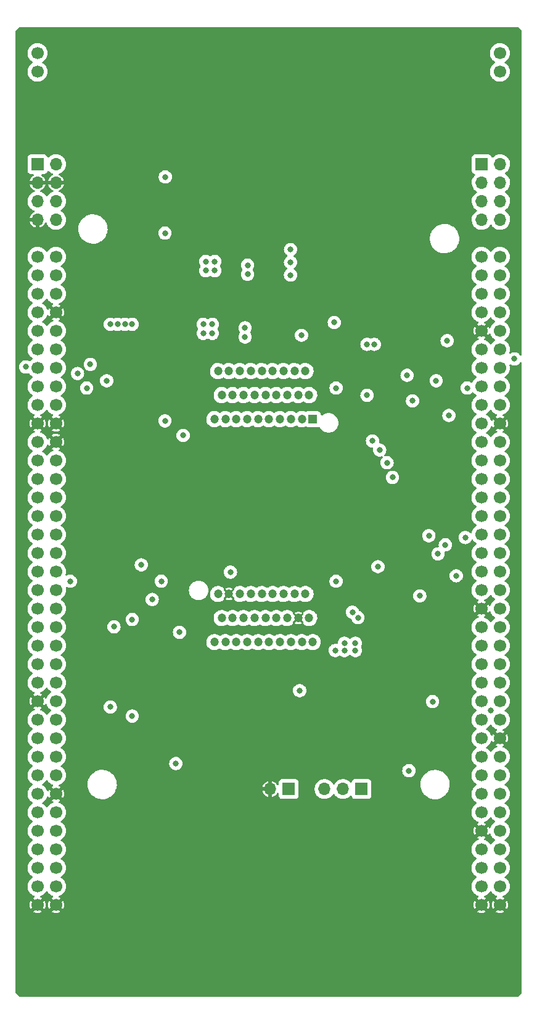
<source format=gbr>
%TF.GenerationSoftware,KiCad,Pcbnew,(6.0.7-1)-1*%
%TF.CreationDate,2022-08-23T13:11:12-05:00*%
%TF.ProjectId,NR1B-ST56,4e523142-2d53-4543-9536-2e6b69636164,rev?*%
%TF.SameCoordinates,Original*%
%TF.FileFunction,Copper,L2,Inr*%
%TF.FilePolarity,Positive*%
%FSLAX46Y46*%
G04 Gerber Fmt 4.6, Leading zero omitted, Abs format (unit mm)*
G04 Created by KiCad (PCBNEW (6.0.7-1)-1) date 2022-08-23 13:11:12*
%MOMM*%
%LPD*%
G01*
G04 APERTURE LIST*
%TA.AperFunction,ComponentPad*%
%ADD10R,1.700000X1.700000*%
%TD*%
%TA.AperFunction,ComponentPad*%
%ADD11O,1.700000X1.700000*%
%TD*%
%TA.AperFunction,ComponentPad*%
%ADD12R,1.200000X1.200000*%
%TD*%
%TA.AperFunction,ComponentPad*%
%ADD13C,1.200000*%
%TD*%
%TA.AperFunction,ComponentPad*%
%ADD14C,1.700000*%
%TD*%
%TA.AperFunction,ViaPad*%
%ADD15C,0.800000*%
%TD*%
G04 APERTURE END LIST*
D10*
%TO.N,/-15V_IN*%
%TO.C,J2*%
X168499999Y-98300001D03*
D11*
%TO.N,/+15V_IN*%
X171039999Y-98300001D03*
%TO.N,GND*%
X168499999Y-100840001D03*
X171039999Y-100840001D03*
%TO.N,unconnected-(J2-Pad5)*%
X168499999Y-103380001D03*
%TO.N,unconnected-(J2-Pad6)*%
X171039999Y-103380001D03*
%TO.N,GND*%
X168499999Y-105920001D03*
%TO.N,unconnected-(J2-Pad8)*%
X171039999Y-105920001D03*
%TD*%
D10*
%TO.N,VCC*%
%TO.C,JP1*%
X213000000Y-184000000D03*
D11*
%TO.N,VIO*%
X210460000Y-184000000D03*
%TO.N,/EVIO*%
X207920000Y-184000000D03*
%TD*%
D12*
%TO.N,/A23*%
%TO.C,U1*%
X206300742Y-133269258D03*
D13*
%TO.N,/A22*%
X205800742Y-129969258D03*
%TO.N,/A15*%
X205300742Y-126669258D03*
%TO.N,/A14*%
X204800742Y-133269258D03*
%TO.N,/A13*%
X204300742Y-129969258D03*
%TO.N,/A12*%
X203800742Y-126669258D03*
%TO.N,/A11*%
X203300742Y-133269258D03*
%TO.N,/A10*%
X202800742Y-129969258D03*
%TO.N,/A9*%
X202300742Y-126669258D03*
%TO.N,/A8*%
X201800742Y-133269258D03*
%TO.N,/A19*%
X201300742Y-129969258D03*
%TO.N,/A20*%
X200800742Y-126669258D03*
%TO.N,/~{WE}*%
X200300742Y-133269258D03*
%TO.N,/VWL_BUF*%
X199800742Y-129969258D03*
%TO.N,/A21*%
X199300742Y-126669258D03*
%TO.N,/WP_BUF*%
X198800742Y-133269258D03*
%TO.N,/RY{slash}~{BY}*%
X198300742Y-129969258D03*
%TO.N,/A18*%
X197800742Y-126669258D03*
%TO.N,/A17*%
X197300742Y-133269258D03*
%TO.N,/A7*%
X196800742Y-129969258D03*
%TO.N,/A6*%
X196300742Y-126669258D03*
%TO.N,/A5*%
X195800742Y-133269258D03*
%TO.N,/A4*%
X195300742Y-129969258D03*
%TO.N,/A3*%
X194800742Y-126669258D03*
%TO.N,/A2*%
X194300742Y-133269258D03*
%TO.N,/A1*%
X193800742Y-129969258D03*
%TO.N,N/C*%
X193300742Y-126669258D03*
X192800742Y-133269258D03*
%TO.N,VIO*%
X192800742Y-163849258D03*
%TO.N,N/C*%
X193300742Y-157249258D03*
%TO.N,/A0*%
X193800742Y-160549258D03*
%TO.N,/~{CE}*%
X194300742Y-163849258D03*
%TO.N,GND*%
X194800742Y-157249258D03*
%TO.N,/~{OE}*%
X195300742Y-160549258D03*
%TO.N,/DQ0*%
X195800742Y-163849258D03*
%TO.N,/DQ8*%
X196300742Y-157249258D03*
%TO.N,/DQ1*%
X196800742Y-160549258D03*
%TO.N,/DQ9*%
X197300742Y-163849258D03*
%TO.N,/DQ2*%
X197800742Y-157249258D03*
%TO.N,/DQ10*%
X198300742Y-160549258D03*
%TO.N,/DQ3*%
X198800742Y-163849258D03*
%TO.N,/DQ11*%
X199300742Y-157249258D03*
%TO.N,VCC*%
X199800742Y-160549258D03*
%TO.N,/DQ4*%
X200300742Y-163849258D03*
%TO.N,/DQ12*%
X200800742Y-157249258D03*
%TO.N,/DQ5*%
X201300742Y-160549258D03*
%TO.N,/DQ13*%
X201800742Y-163849258D03*
%TO.N,/DQ6*%
X202300742Y-157249258D03*
%TO.N,/DQ14*%
X202800742Y-160549258D03*
%TO.N,/DQ7*%
X203300742Y-163849258D03*
%TO.N,/DQ15*%
X203800742Y-157249258D03*
%TO.N,GND*%
X204300742Y-160549258D03*
%TO.N,/~{BYTE}*%
X204800742Y-163849258D03*
%TO.N,/A16*%
X205300742Y-157249258D03*
%TO.N,/A25*%
X205800742Y-160549258D03*
%TO.N,/A24*%
X206300742Y-163849258D03*
%TD*%
D10*
%TO.N,/ANA_WP_SENSE*%
%TO.C,J1*%
X229499999Y-98300001D03*
D11*
%TO.N,unconnected-(J1-Pad2)*%
X232039999Y-98300001D03*
%TO.N,/ANA_WP*%
X229499999Y-100840001D03*
%TO.N,unconnected-(J1-Pad4)*%
X232039999Y-100840001D03*
%TO.N,/ANA_VWL_SENSE*%
X229499999Y-103380001D03*
%TO.N,unconnected-(J1-Pad6)*%
X232039999Y-103380001D03*
%TO.N,/ANA_VWL*%
X229499999Y-105920001D03*
%TO.N,unconnected-(J1-Pad8)*%
X232039999Y-105920001D03*
%TD*%
D10*
%TO.N,/EVIO_IN*%
%TO.C,J3*%
X203000000Y-184000000D03*
D11*
%TO.N,GND*%
X200460000Y-184000000D03*
%TD*%
D14*
%TO.N,/CE_SW*%
%TO.C,X1*%
X168499999Y-111000001D03*
%TO.N,unconnected-(X1-Pad2)*%
X171039999Y-111000001D03*
%TO.N,unconnected-(X1-Pad3)*%
X168499999Y-113540001D03*
%TO.N,unconnected-(X1-Pad4)*%
X171039999Y-113540001D03*
%TO.N,unconnected-(X1-Pad5)*%
X168499999Y-116080001D03*
%TO.N,unconnected-(X1-Pad6)*%
X171039999Y-116080001D03*
%TO.N,unconnected-(X1-Pad7)*%
X168499999Y-118620001D03*
%TO.N,GND*%
X171039999Y-118620001D03*
%TO.N,unconnected-(X1-Pad9)*%
X168499999Y-121160001D03*
%TO.N,unconnected-(X1-Pad10)*%
X171039999Y-121160001D03*
%TO.N,unconnected-(X1-Pad11)*%
X168499999Y-123700001D03*
%TO.N,unconnected-(X1-Pad12)*%
X171039999Y-123700001D03*
%TO.N,unconnected-(X1-Pad13)*%
X168499999Y-126240001D03*
%TO.N,unconnected-(X1-Pad14)*%
X171039999Y-126240001D03*
%TO.N,unconnected-(X1-Pad15)*%
X168499999Y-128780001D03*
%TO.N,/VCC_IN*%
X171039999Y-128780001D03*
%TO.N,unconnected-(X1-Pad17)*%
X168499999Y-131320001D03*
%TO.N,unconnected-(X1-Pad18)*%
X171039999Y-131320001D03*
%TO.N,GND*%
X168499999Y-133860001D03*
X171039999Y-133860001D03*
%TO.N,/A25*%
X168499999Y-136400001D03*
%TO.N,GND*%
X171039999Y-136400001D03*
%TO.N,unconnected-(X1-Pad23)*%
X168499999Y-138940001D03*
%TO.N,unconnected-(X1-Pad24)*%
X171039999Y-138940001D03*
%TO.N,unconnected-(X1-Pad25)*%
X168499999Y-141480001D03*
%TO.N,unconnected-(X1-Pad26)*%
X171039999Y-141480001D03*
%TO.N,unconnected-(X1-Pad27)*%
X168499999Y-144020001D03*
%TO.N,unconnected-(X1-Pad28)*%
X171039999Y-144020001D03*
%TO.N,unconnected-(X1-Pad29)*%
X168499999Y-146560001D03*
%TO.N,unconnected-(X1-Pad30)*%
X171039999Y-146560001D03*
%TO.N,unconnected-(X1-Pad31)*%
X168499999Y-149100001D03*
%TO.N,unconnected-(X1-Pad32)*%
X171039999Y-149100001D03*
%TO.N,unconnected-(X1-Pad33)*%
X168499999Y-151640001D03*
%TO.N,unconnected-(X1-Pad34)*%
X171039999Y-151640001D03*
%TO.N,unconnected-(X1-Pad35)*%
X168499999Y-154180001D03*
%TO.N,unconnected-(X1-Pad36)*%
X171039999Y-154180001D03*
%TO.N,unconnected-(X1-Pad37)*%
X168499999Y-156720001D03*
%TO.N,unconnected-(X1-Pad38)*%
X171039999Y-156720001D03*
%TO.N,/~{OE}*%
X168499999Y-159260001D03*
%TO.N,unconnected-(X1-Pad40)*%
X171039999Y-159260001D03*
%TO.N,/~{WE}*%
X168499999Y-161800001D03*
%TO.N,/A11*%
X171039999Y-161800001D03*
%TO.N,unconnected-(X1-Pad43)*%
X168499999Y-164340001D03*
%TO.N,/A12*%
X171039999Y-164340001D03*
%TO.N,unconnected-(X1-Pad45)*%
X168499999Y-166880001D03*
%TO.N,/A22*%
X171039999Y-166880001D03*
%TO.N,/A18*%
X168499999Y-169420001D03*
%TO.N,/A19*%
X171039999Y-169420001D03*
%TO.N,GND*%
X168499999Y-171960001D03*
%TO.N,/A20*%
X171039999Y-171960001D03*
%TO.N,/A0*%
X168499999Y-174500001D03*
%TO.N,/A1*%
X171039999Y-174500001D03*
%TO.N,/A-1*%
X168499999Y-177040001D03*
%TO.N,unconnected-(X1-Pad54)*%
X171039999Y-177040001D03*
%TO.N,/DQ3*%
X168499999Y-179580001D03*
%TO.N,unconnected-(X1-Pad56)*%
X171039999Y-179580001D03*
%TO.N,/DQ2*%
X168499999Y-182120001D03*
%TO.N,/A10*%
X171039999Y-182120001D03*
%TO.N,/A9*%
X168499999Y-184660001D03*
%TO.N,GND*%
X171039999Y-184660001D03*
%TO.N,unconnected-(X1-Pad61)*%
X168499999Y-187200001D03*
%TO.N,/A21*%
X171039999Y-187200001D03*
%TO.N,unconnected-(X1-Pad63)*%
X168499999Y-189740001D03*
%TO.N,unconnected-(X1-Pad64)*%
X171039999Y-189740001D03*
%TO.N,unconnected-(X1-Pad65)*%
X168499999Y-192280001D03*
%TO.N,unconnected-(X1-Pad66)*%
X171039999Y-192280001D03*
%TO.N,unconnected-(X1-Pad67)*%
X168499999Y-194820001D03*
%TO.N,unconnected-(X1-Pad68)*%
X171039999Y-194820001D03*
%TO.N,Net-(R14-Pad2)*%
X168499999Y-197360001D03*
%TO.N,unconnected-(X1-Pad70)*%
X171039999Y-197360001D03*
%TO.N,GND*%
X168499999Y-199900001D03*
X171039999Y-199900001D03*
%TO.N,unconnected-(X1-Pad73)*%
X229459999Y-111000001D03*
%TO.N,unconnected-(X1-Pad74)*%
X231999999Y-111000001D03*
%TO.N,unconnected-(X1-Pad75)*%
X229459999Y-113540001D03*
%TO.N,/RY{slash}~{BY}*%
X231999999Y-113540001D03*
%TO.N,unconnected-(X1-Pad77)*%
X229459999Y-116080001D03*
%TO.N,unconnected-(X1-Pad78)*%
X231999999Y-116080001D03*
%TO.N,unconnected-(X1-Pad79)*%
X229459999Y-118620001D03*
%TO.N,unconnected-(X1-Pad80)*%
X231999999Y-118620001D03*
%TO.N,GND*%
X229459999Y-121160001D03*
%TO.N,Net-(R13-Pad1)*%
X231999999Y-121160001D03*
%TO.N,unconnected-(X1-Pad83)*%
X229459999Y-123700001D03*
%TO.N,unconnected-(X1-Pad84)*%
X231999999Y-123700001D03*
%TO.N,unconnected-(X1-Pad85)*%
X229459999Y-126240001D03*
%TO.N,unconnected-(X1-Pad86)*%
X231999999Y-126240001D03*
%TO.N,unconnected-(X1-Pad87)*%
X229459999Y-128780001D03*
%TO.N,unconnected-(X1-Pad88)*%
X231999999Y-128780001D03*
%TO.N,/A24*%
X229459999Y-131320001D03*
%TO.N,unconnected-(X1-Pad90)*%
X231999999Y-131320001D03*
%TO.N,/NE1*%
X229459999Y-133860001D03*
%TO.N,GND*%
X231999999Y-133860001D03*
%TO.N,unconnected-(X1-Pad93)*%
X229459999Y-136400001D03*
%TO.N,unconnected-(X1-Pad94)*%
X231999999Y-136400001D03*
%TO.N,unconnected-(X1-Pad95)*%
X229459999Y-138940001D03*
%TO.N,unconnected-(X1-Pad96)*%
X231999999Y-138940001D03*
%TO.N,unconnected-(X1-Pad97)*%
X229459999Y-141480001D03*
%TO.N,unconnected-(X1-Pad98)*%
X231999999Y-141480001D03*
%TO.N,unconnected-(X1-Pad99)*%
X229459999Y-144020001D03*
%TO.N,unconnected-(X1-Pad100)*%
X231999999Y-144020001D03*
%TO.N,/A23*%
X229459999Y-146560001D03*
%TO.N,unconnected-(X1-Pad102)*%
X231999999Y-146560001D03*
%TO.N,unconnected-(X1-Pad103)*%
X229459999Y-149100001D03*
%TO.N,unconnected-(X1-Pad104)*%
X231999999Y-149100001D03*
%TO.N,unconnected-(X1-Pad105)*%
X229459999Y-151640001D03*
%TO.N,unconnected-(X1-Pad106)*%
X231999999Y-151640001D03*
%TO.N,unconnected-(X1-Pad107)*%
X229459999Y-154180001D03*
%TO.N,/A4*%
X231999999Y-154180001D03*
%TO.N,unconnected-(X1-Pad109)*%
X229459999Y-156720001D03*
%TO.N,/A3*%
X231999999Y-156720001D03*
%TO.N,GND*%
X229459999Y-159260001D03*
%TO.N,/DQ5*%
X231999999Y-159260001D03*
%TO.N,/A17*%
X229459999Y-161800001D03*
%TO.N,unconnected-(X1-Pad114)*%
X231999999Y-161800001D03*
%TO.N,/A16*%
X229459999Y-164340001D03*
%TO.N,/DQ4*%
X231999999Y-164340001D03*
%TO.N,/A15*%
X229459999Y-166880001D03*
%TO.N,/DQ0*%
X231999999Y-166880001D03*
%TO.N,/DQ7*%
X229459999Y-169420001D03*
%TO.N,/DQ1*%
X231999999Y-169420001D03*
%TO.N,Net-(R9-Pad1)*%
X229459999Y-171960001D03*
%TO.N,/A7*%
X231999999Y-171960001D03*
%TO.N,Net-(R11-Pad1)*%
X229459999Y-174500001D03*
%TO.N,/DQ6*%
X231999999Y-174500001D03*
%TO.N,Net-(R12-Pad2)*%
X229459999Y-177040001D03*
%TO.N,GND*%
X231999999Y-177040001D03*
%TO.N,Net-(R10-Pad2)*%
X229459999Y-179580001D03*
%TO.N,Net-(R8-Pad2)*%
X231999999Y-179580001D03*
%TO.N,/A6*%
X229459999Y-182120001D03*
%TO.N,/A2*%
X231999999Y-182120001D03*
%TO.N,/A5*%
X229459999Y-184660001D03*
%TO.N,/A8*%
X231999999Y-184660001D03*
%TO.N,unconnected-(X1-Pad133)*%
X229459999Y-187200001D03*
%TO.N,unconnected-(X1-Pad134)*%
X231999999Y-187200001D03*
%TO.N,GND*%
X229459999Y-189740001D03*
%TO.N,unconnected-(X1-Pad136)*%
X231999999Y-189740001D03*
%TO.N,Net-(R15-Pad1)*%
X229459999Y-192280001D03*
%TO.N,unconnected-(X1-Pad138)*%
X231999999Y-192280001D03*
%TO.N,unconnected-(X1-Pad139)*%
X229459999Y-194820001D03*
%TO.N,/A14*%
X231999999Y-194820001D03*
%TO.N,/A13*%
X229459999Y-197360001D03*
%TO.N,unconnected-(X1-Pad142)*%
X231999999Y-197360001D03*
%TO.N,GND*%
X229459999Y-199900001D03*
X231999999Y-199900001D03*
%TO.N,N/C*%
X168499999Y-83060001D03*
X168499999Y-85600001D03*
X231999999Y-83060001D03*
X231999999Y-85600001D03*
%TD*%
D15*
%TO.N,VCC*%
X178500000Y-120250000D03*
X212150000Y-165000000D03*
X210650000Y-165000000D03*
X213750000Y-123000000D03*
X180500000Y-120250000D03*
X210650000Y-164000000D03*
X214750000Y-123000000D03*
X179500000Y-120250000D03*
X212150000Y-164000000D03*
X209400000Y-165000000D03*
X181500000Y-120250000D03*
%TO.N,GND*%
X210000000Y-148300000D03*
X179850000Y-96300000D03*
X204750000Y-120500000D03*
X195000000Y-137000000D03*
X189750000Y-169000000D03*
X207500000Y-96750000D03*
X214650000Y-162000000D03*
X209000000Y-168500000D03*
X207500000Y-114750000D03*
X193250000Y-137000000D03*
X217000000Y-134000000D03*
X210000000Y-144750000D03*
X208500000Y-193750000D03*
X214500000Y-134700000D03*
X207500000Y-193750000D03*
X202500000Y-96750000D03*
X181500000Y-112000000D03*
X210000000Y-141200000D03*
X210250000Y-96750000D03*
X214650000Y-163000000D03*
X213800000Y-160600000D03*
X207500000Y-108500000D03*
X180000000Y-105000000D03*
X185750000Y-123250000D03*
X194750000Y-123500000D03*
X212500000Y-96750000D03*
X189750000Y-168000000D03*
X185750000Y-122250000D03*
X191750000Y-123500000D03*
X214750000Y-118500000D03*
X199250000Y-99750000D03*
X186400000Y-162500000D03*
X179100000Y-171200000D03*
X180500000Y-111000000D03*
X191850000Y-104750000D03*
X178500000Y-111000000D03*
X205000000Y-96750000D03*
X213750000Y-118500000D03*
X226200000Y-151300000D03*
X200000000Y-106250000D03*
X179850000Y-97300000D03*
X187100000Y-134800000D03*
X198250000Y-99750000D03*
X179500000Y-130250000D03*
X179500000Y-111000000D03*
X207800000Y-155500000D03*
X178500000Y-112000000D03*
X181500000Y-111000000D03*
X215000000Y-108500000D03*
X181500000Y-172500000D03*
X185750000Y-117250000D03*
X181500000Y-162100000D03*
X212500000Y-125500000D03*
X180000000Y-104000000D03*
X223900000Y-148900000D03*
X176000000Y-127600000D03*
X185750000Y-118250000D03*
X191500000Y-137000000D03*
%TO.N,+15V*%
X203250000Y-110000000D03*
X197350000Y-113400000D03*
X203250000Y-111750000D03*
X186050000Y-100050000D03*
X197350000Y-112150000D03*
X197000000Y-120750000D03*
X203250000Y-113500000D03*
X197000000Y-122000000D03*
X204750000Y-121750000D03*
%TO.N,/DQ15*%
X184250000Y-158000000D03*
X215250000Y-153500000D03*
%TO.N,/A22*%
X174000000Y-127000000D03*
%TO.N,/A15*%
X223250000Y-128000000D03*
%TO.N,/A14*%
X214500000Y-136250000D03*
%TO.N,/A13*%
X219500000Y-181500000D03*
X220000000Y-130750000D03*
%TO.N,/A12*%
X179000000Y-161750000D03*
%TO.N,/A11*%
X181500000Y-160750000D03*
%TO.N,/A10*%
X178000000Y-128000000D03*
X178500000Y-172750000D03*
%TO.N,/A9*%
X188500000Y-135500000D03*
X187500000Y-180500000D03*
%TO.N,/A8*%
X215500000Y-137500000D03*
%TO.N,/A19*%
X175250000Y-129000000D03*
%TO.N,/~{WE}*%
X173000000Y-155500000D03*
X182750000Y-153250000D03*
%TO.N,/A21*%
X181500000Y-174000000D03*
X186000000Y-133500000D03*
%TO.N,/RY{slash}~{BY}*%
X209500000Y-129000000D03*
X227500000Y-129000000D03*
%TO.N,/A18*%
X175750000Y-125750000D03*
X166890982Y-126109018D03*
%TO.N,/A17*%
X227250000Y-149500000D03*
%TO.N,/A7*%
X225000000Y-132750000D03*
%TO.N,/A6*%
X219250000Y-127250000D03*
%TO.N,/A5*%
X216500000Y-139250000D03*
%TO.N,/A3*%
X234000000Y-125000000D03*
%TO.N,/A2*%
X217250000Y-141250000D03*
%TO.N,/DQ0*%
X230750000Y-173250000D03*
%TO.N,/DQ8*%
X222250000Y-149250000D03*
%TO.N,/DQ9*%
X222750000Y-172000000D03*
%TO.N,/DQ2*%
X185500000Y-155500000D03*
X195000000Y-154250000D03*
%TO.N,/DQ10*%
X221000000Y-157500000D03*
%TO.N,/DQ11*%
X224500000Y-150500000D03*
%TO.N,/DQ12*%
X223500000Y-151750000D03*
%TO.N,/DQ5*%
X209500000Y-155500000D03*
%TO.N,/DQ13*%
X211750000Y-159750000D03*
%TO.N,/DQ14*%
X188000000Y-162500000D03*
%TO.N,/A16*%
X226000000Y-154750000D03*
%TO.N,/A24*%
X212500000Y-160500000D03*
X213750000Y-130000000D03*
%TO.N,/CE_SW*%
X209250000Y-120000000D03*
%TO.N,-15V*%
X191600000Y-112900000D03*
X192500000Y-121500000D03*
X192500000Y-120250000D03*
X191600000Y-111650000D03*
X191250000Y-120250000D03*
X191250000Y-121500000D03*
X186000000Y-107750000D03*
X192850000Y-111650000D03*
X192850000Y-112900000D03*
%TO.N,/~{BYTE}*%
X204500000Y-170500000D03*
%TO.N,Net-(R13-Pad1)*%
X224750000Y-122500000D03*
%TD*%
%TA.AperFunction,Conductor*%
%TO.N,GND*%
G36*
X234524432Y-79528503D02*
G01*
X234545406Y-79545406D01*
X234954594Y-79954594D01*
X234988620Y-80016906D01*
X234991499Y-80043689D01*
X234991499Y-124430090D01*
X234971497Y-124498211D01*
X234917841Y-124544704D01*
X234847567Y-124554808D01*
X234782987Y-124525314D01*
X234756380Y-124493090D01*
X234742341Y-124468774D01*
X234739040Y-124463056D01*
X234635107Y-124347626D01*
X234615675Y-124326045D01*
X234615674Y-124326044D01*
X234611253Y-124321134D01*
X234456752Y-124208882D01*
X234450724Y-124206198D01*
X234450722Y-124206197D01*
X234288319Y-124133891D01*
X234288318Y-124133891D01*
X234282288Y-124131206D01*
X234176764Y-124108776D01*
X234101944Y-124092872D01*
X234101939Y-124092872D01*
X234095487Y-124091500D01*
X233904513Y-124091500D01*
X233898061Y-124092872D01*
X233898056Y-124092872D01*
X233823236Y-124108776D01*
X233717712Y-124131206D01*
X233711682Y-124133891D01*
X233711681Y-124133891D01*
X233549278Y-124206197D01*
X233549276Y-124206198D01*
X233543248Y-124208882D01*
X233537907Y-124212762D01*
X233537906Y-124212763D01*
X233490315Y-124247340D01*
X233423447Y-124271199D01*
X233354296Y-124255118D01*
X233304815Y-124204204D01*
X233290716Y-124134621D01*
X233295694Y-124108781D01*
X233332369Y-123988070D01*
X233361528Y-123766591D01*
X233361610Y-123763241D01*
X233363073Y-123703366D01*
X233363073Y-123703362D01*
X233363155Y-123700001D01*
X233344851Y-123477362D01*
X233290430Y-123260703D01*
X233201353Y-123055841D01*
X233080013Y-122868278D01*
X232929669Y-122703052D01*
X232925618Y-122699853D01*
X232925614Y-122699849D01*
X232758413Y-122567801D01*
X232758409Y-122567799D01*
X232754358Y-122564599D01*
X232713052Y-122541797D01*
X232663083Y-122491365D01*
X232648311Y-122421922D01*
X232673427Y-122355517D01*
X232700779Y-122328910D01*
X232759613Y-122286944D01*
X232879859Y-122201174D01*
X232884845Y-122196206D01*
X233034434Y-122047138D01*
X233038095Y-122043490D01*
X233097593Y-121960690D01*
X233165434Y-121866278D01*
X233168452Y-121862078D01*
X233189319Y-121819858D01*
X233265135Y-121666454D01*
X233265136Y-121666452D01*
X233267429Y-121661812D01*
X233332369Y-121448070D01*
X233361528Y-121226591D01*
X233363155Y-121160001D01*
X233344851Y-120937362D01*
X233290430Y-120720703D01*
X233201353Y-120515841D01*
X233111713Y-120377279D01*
X233082821Y-120332618D01*
X233082819Y-120332615D01*
X233080013Y-120328278D01*
X232929669Y-120163052D01*
X232925618Y-120159853D01*
X232925614Y-120159849D01*
X232758413Y-120027801D01*
X232758409Y-120027799D01*
X232754358Y-120024599D01*
X232713052Y-120001797D01*
X232663083Y-119951365D01*
X232648311Y-119881922D01*
X232673427Y-119815517D01*
X232700779Y-119788910D01*
X232753754Y-119751123D01*
X232879859Y-119661174D01*
X232902911Y-119638203D01*
X233006383Y-119535091D01*
X233038095Y-119503490D01*
X233065930Y-119464754D01*
X233165434Y-119326278D01*
X233168452Y-119322078D01*
X233189319Y-119279858D01*
X233265135Y-119126454D01*
X233265136Y-119126452D01*
X233267429Y-119121812D01*
X233332369Y-118908070D01*
X233361528Y-118686591D01*
X233362921Y-118629581D01*
X233363073Y-118623366D01*
X233363073Y-118623362D01*
X233363155Y-118620001D01*
X233344851Y-118397362D01*
X233290430Y-118180703D01*
X233201353Y-117975841D01*
X233080013Y-117788278D01*
X232929669Y-117623052D01*
X232925618Y-117619853D01*
X232925614Y-117619849D01*
X232758413Y-117487801D01*
X232758409Y-117487799D01*
X232754358Y-117484599D01*
X232713052Y-117461797D01*
X232663083Y-117411365D01*
X232648311Y-117341922D01*
X232673427Y-117275517D01*
X232700779Y-117248910D01*
X232744602Y-117217651D01*
X232879859Y-117121174D01*
X233038095Y-116963490D01*
X233097593Y-116880690D01*
X233165434Y-116786278D01*
X233168452Y-116782078D01*
X233189319Y-116739858D01*
X233265135Y-116586454D01*
X233265136Y-116586452D01*
X233267429Y-116581812D01*
X233332369Y-116368070D01*
X233361528Y-116146591D01*
X233363155Y-116080001D01*
X233344851Y-115857362D01*
X233290430Y-115640703D01*
X233201353Y-115435841D01*
X233080013Y-115248278D01*
X232929669Y-115083052D01*
X232925618Y-115079853D01*
X232925614Y-115079849D01*
X232758413Y-114947801D01*
X232758409Y-114947799D01*
X232754358Y-114944599D01*
X232713052Y-114921797D01*
X232663083Y-114871365D01*
X232648311Y-114801922D01*
X232673427Y-114735517D01*
X232700779Y-114708910D01*
X232744602Y-114677651D01*
X232879859Y-114581174D01*
X233038095Y-114423490D01*
X233048867Y-114408500D01*
X233165434Y-114246278D01*
X233168452Y-114242078D01*
X233189319Y-114199858D01*
X233265135Y-114046454D01*
X233265136Y-114046452D01*
X233267429Y-114041812D01*
X233319157Y-113871556D01*
X233330864Y-113833024D01*
X233330864Y-113833022D01*
X233332369Y-113828070D01*
X233361528Y-113606591D01*
X233361935Y-113589928D01*
X233363073Y-113543366D01*
X233363073Y-113543362D01*
X233363155Y-113540001D01*
X233344851Y-113317362D01*
X233290430Y-113100703D01*
X233201353Y-112895841D01*
X233136313Y-112795304D01*
X233082821Y-112712618D01*
X233082819Y-112712615D01*
X233080013Y-112708278D01*
X232929669Y-112543052D01*
X232925618Y-112539853D01*
X232925614Y-112539849D01*
X232758413Y-112407801D01*
X232758409Y-112407799D01*
X232754358Y-112404599D01*
X232713052Y-112381797D01*
X232663083Y-112331365D01*
X232648311Y-112261922D01*
X232673427Y-112195517D01*
X232700779Y-112168910D01*
X232744602Y-112137651D01*
X232879859Y-112041174D01*
X233038095Y-111883490D01*
X233097593Y-111800690D01*
X233165434Y-111706278D01*
X233168452Y-111702078D01*
X233189319Y-111659858D01*
X233265135Y-111506454D01*
X233265136Y-111506452D01*
X233267429Y-111501812D01*
X233306650Y-111372721D01*
X233330864Y-111293024D01*
X233330864Y-111293022D01*
X233332369Y-111288070D01*
X233361528Y-111066591D01*
X233363155Y-111000001D01*
X233344851Y-110777362D01*
X233290430Y-110560703D01*
X233201353Y-110355841D01*
X233103691Y-110204878D01*
X233082821Y-110172618D01*
X233082819Y-110172615D01*
X233080013Y-110168278D01*
X232929669Y-110003052D01*
X232925618Y-109999853D01*
X232925614Y-109999849D01*
X232758413Y-109867801D01*
X232758409Y-109867799D01*
X232754358Y-109864599D01*
X232558788Y-109756639D01*
X232553919Y-109754915D01*
X232553915Y-109754913D01*
X232353086Y-109683796D01*
X232353082Y-109683795D01*
X232348211Y-109682070D01*
X232343118Y-109681163D01*
X232343115Y-109681162D01*
X232133372Y-109643801D01*
X232133366Y-109643800D01*
X232128283Y-109642895D01*
X232054451Y-109641993D01*
X231910080Y-109640229D01*
X231910078Y-109640229D01*
X231904910Y-109640166D01*
X231684090Y-109673956D01*
X231471755Y-109743358D01*
X231273606Y-109846508D01*
X231269473Y-109849611D01*
X231269470Y-109849613D01*
X231134242Y-109951145D01*
X231094964Y-109980636D01*
X231091392Y-109984374D01*
X230953299Y-110128880D01*
X230940628Y-110142139D01*
X230833200Y-110299622D01*
X230778292Y-110344622D01*
X230707767Y-110352793D01*
X230644020Y-110321539D01*
X230623323Y-110297055D01*
X230542821Y-110172618D01*
X230542819Y-110172615D01*
X230540013Y-110168278D01*
X230389669Y-110003052D01*
X230385618Y-109999853D01*
X230385614Y-109999849D01*
X230218413Y-109867801D01*
X230218409Y-109867799D01*
X230214358Y-109864599D01*
X230018788Y-109756639D01*
X230013919Y-109754915D01*
X230013915Y-109754913D01*
X229813086Y-109683796D01*
X229813082Y-109683795D01*
X229808211Y-109682070D01*
X229803118Y-109681163D01*
X229803115Y-109681162D01*
X229593372Y-109643801D01*
X229593366Y-109643800D01*
X229588283Y-109642895D01*
X229514451Y-109641993D01*
X229370080Y-109640229D01*
X229370078Y-109640229D01*
X229364910Y-109640166D01*
X229144090Y-109673956D01*
X228931755Y-109743358D01*
X228733606Y-109846508D01*
X228729473Y-109849611D01*
X228729470Y-109849613D01*
X228594242Y-109951145D01*
X228554964Y-109980636D01*
X228551392Y-109984374D01*
X228413299Y-110128880D01*
X228400628Y-110142139D01*
X228397719Y-110146404D01*
X228397713Y-110146412D01*
X228363746Y-110196206D01*
X228274742Y-110326681D01*
X228244430Y-110391983D01*
X228197163Y-110493812D01*
X228180687Y-110529306D01*
X228120988Y-110744571D01*
X228097250Y-110966696D01*
X228097547Y-110971849D01*
X228097547Y-110971852D01*
X228109811Y-111184548D01*
X228110109Y-111189716D01*
X228111246Y-111194762D01*
X228111247Y-111194768D01*
X228131521Y-111284729D01*
X228159221Y-111407640D01*
X228243265Y-111614617D01*
X228294018Y-111697439D01*
X228357290Y-111800689D01*
X228359986Y-111805089D01*
X228506249Y-111973939D01*
X228678125Y-112116633D01*
X228735226Y-112150000D01*
X228751444Y-112159477D01*
X228800168Y-112211115D01*
X228813239Y-112280898D01*
X228786508Y-112346670D01*
X228746054Y-112380028D01*
X228733606Y-112386508D01*
X228729473Y-112389611D01*
X228729470Y-112389613D01*
X228559099Y-112517531D01*
X228554964Y-112520636D01*
X228400628Y-112682139D01*
X228397719Y-112686404D01*
X228397713Y-112686412D01*
X228323432Y-112795304D01*
X228274742Y-112866681D01*
X228180687Y-113069306D01*
X228120988Y-113284571D01*
X228097250Y-113506696D01*
X228097547Y-113511849D01*
X228097547Y-113511852D01*
X228103010Y-113606591D01*
X228110109Y-113729716D01*
X228111246Y-113734762D01*
X228111247Y-113734768D01*
X228119225Y-113770166D01*
X228159221Y-113947640D01*
X228243265Y-114154617D01*
X228294018Y-114237439D01*
X228357290Y-114340689D01*
X228359986Y-114345089D01*
X228506249Y-114513939D01*
X228678125Y-114656633D01*
X228748594Y-114697812D01*
X228751444Y-114699477D01*
X228800168Y-114751115D01*
X228813239Y-114820898D01*
X228786508Y-114886670D01*
X228746054Y-114920028D01*
X228733606Y-114926508D01*
X228729473Y-114929611D01*
X228729470Y-114929613D01*
X228705246Y-114947801D01*
X228554964Y-115060636D01*
X228400628Y-115222139D01*
X228274742Y-115406681D01*
X228180687Y-115609306D01*
X228120988Y-115824571D01*
X228097250Y-116046696D01*
X228097547Y-116051849D01*
X228097547Y-116051852D01*
X228103010Y-116146591D01*
X228110109Y-116269716D01*
X228111246Y-116274762D01*
X228111247Y-116274768D01*
X228131118Y-116362940D01*
X228159221Y-116487640D01*
X228243265Y-116694617D01*
X228294018Y-116777439D01*
X228357290Y-116880689D01*
X228359986Y-116885089D01*
X228506249Y-117053939D01*
X228678125Y-117196633D01*
X228748594Y-117237812D01*
X228751444Y-117239477D01*
X228800168Y-117291115D01*
X228813239Y-117360898D01*
X228786508Y-117426670D01*
X228746054Y-117460028D01*
X228733606Y-117466508D01*
X228729473Y-117469611D01*
X228729470Y-117469613D01*
X228559865Y-117596956D01*
X228554964Y-117600636D01*
X228400628Y-117762139D01*
X228274742Y-117946681D01*
X228180687Y-118149306D01*
X228120988Y-118364571D01*
X228097250Y-118586696D01*
X228097547Y-118591849D01*
X228097547Y-118591852D01*
X228103010Y-118686591D01*
X228110109Y-118809716D01*
X228111246Y-118814762D01*
X228111247Y-118814768D01*
X228124395Y-118873107D01*
X228159221Y-119027640D01*
X228243265Y-119234617D01*
X228293903Y-119317251D01*
X228357290Y-119420689D01*
X228359986Y-119425089D01*
X228506249Y-119593939D01*
X228678125Y-119736633D01*
X228870999Y-119849339D01*
X228875824Y-119851181D01*
X228875825Y-119851182D01*
X229025119Y-119908192D01*
X229081622Y-119951180D01*
X229105915Y-120017891D01*
X229090285Y-120087146D01*
X229039694Y-120136956D01*
X229023782Y-120144114D01*
X228988091Y-120157281D01*
X228977716Y-120162230D01*
X228895302Y-120211261D01*
X228885704Y-120221594D01*
X228889191Y-120229983D01*
X229447187Y-120787979D01*
X229461131Y-120795593D01*
X229462964Y-120795462D01*
X229469579Y-120791211D01*
X230027380Y-120233410D01*
X230034140Y-120221030D01*
X230028110Y-120212975D01*
X229968238Y-120175198D01*
X229957987Y-120169974D01*
X229891590Y-120143485D01*
X229835731Y-120099664D01*
X229812430Y-120032600D01*
X229829086Y-119963585D01*
X229880410Y-119914531D01*
X229902073Y-119905769D01*
X229952425Y-119890663D01*
X229952431Y-119890661D01*
X229957383Y-119889175D01*
X230157993Y-119790897D01*
X230339859Y-119661174D01*
X230362911Y-119638203D01*
X230466383Y-119535091D01*
X230498095Y-119503490D01*
X230525930Y-119464754D01*
X230628452Y-119322078D01*
X230629775Y-119323029D01*
X230676644Y-119279858D01*
X230746579Y-119267626D01*
X230812025Y-119295145D01*
X230839874Y-119326995D01*
X230855851Y-119353067D01*
X230899986Y-119425089D01*
X231046249Y-119593939D01*
X231218125Y-119736633D01*
X231242922Y-119751123D01*
X231291444Y-119779477D01*
X231340168Y-119831115D01*
X231353239Y-119900898D01*
X231326508Y-119966670D01*
X231286054Y-120000028D01*
X231273606Y-120006508D01*
X231269473Y-120009611D01*
X231269470Y-120009613D01*
X231099865Y-120136956D01*
X231094964Y-120140636D01*
X231091392Y-120144374D01*
X230984180Y-120256565D01*
X230940628Y-120302139D01*
X230814742Y-120486681D01*
X230799002Y-120520591D01*
X230723731Y-120682749D01*
X230720687Y-120689306D01*
X230719303Y-120694298D01*
X230714756Y-120710693D01*
X230677277Y-120770990D01*
X230613148Y-120801453D01*
X230542730Y-120792409D01*
X230488379Y-120746730D01*
X230480333Y-120732748D01*
X230408997Y-120588093D01*
X230402009Y-120582848D01*
X230389590Y-120589620D01*
X229832021Y-121147189D01*
X229824407Y-121161133D01*
X229824538Y-121162966D01*
X229828789Y-121169581D01*
X230387294Y-121728086D01*
X230399674Y-121734846D01*
X230406254Y-121729920D01*
X230470051Y-121616003D01*
X230474730Y-121605495D01*
X230475188Y-121604145D01*
X230475577Y-121603592D01*
X230477082Y-121600212D01*
X230477746Y-121600508D01*
X230516028Y-121546070D01*
X230581782Y-121519295D01*
X230651574Y-121532318D01*
X230703245Y-121581007D01*
X230711243Y-121597247D01*
X230765116Y-121729920D01*
X230783265Y-121774617D01*
X230834018Y-121857439D01*
X230897290Y-121960689D01*
X230899986Y-121965089D01*
X231046249Y-122133939D01*
X231218125Y-122276633D01*
X231247508Y-122293803D01*
X231291444Y-122319477D01*
X231340168Y-122371115D01*
X231353239Y-122440898D01*
X231326508Y-122506670D01*
X231286054Y-122540028D01*
X231273606Y-122546508D01*
X231269473Y-122549611D01*
X231269470Y-122549613D01*
X231124446Y-122658500D01*
X231094964Y-122680636D01*
X230940628Y-122842139D01*
X230833200Y-122999622D01*
X230778292Y-123044622D01*
X230707767Y-123052793D01*
X230644020Y-123021539D01*
X230623323Y-122997055D01*
X230542821Y-122872618D01*
X230542819Y-122872615D01*
X230540013Y-122868278D01*
X230389669Y-122703052D01*
X230385618Y-122699853D01*
X230385614Y-122699849D01*
X230218413Y-122567801D01*
X230218409Y-122567799D01*
X230214358Y-122564599D01*
X230018788Y-122456639D01*
X230013919Y-122454915D01*
X230013915Y-122454913D01*
X229899394Y-122414359D01*
X229841858Y-122372765D01*
X229815942Y-122306667D01*
X229829876Y-122237051D01*
X229879235Y-122186020D01*
X229900955Y-122176272D01*
X229905493Y-122174732D01*
X229916001Y-122170053D01*
X230025090Y-122108960D01*
X230034954Y-122098882D01*
X230031999Y-122091211D01*
X229472811Y-121532023D01*
X229458867Y-121524409D01*
X229457034Y-121524540D01*
X229450419Y-121528791D01*
X228892145Y-122087065D01*
X228885949Y-122098412D01*
X228895829Y-122110899D01*
X228926158Y-122131164D01*
X228936263Y-122136651D01*
X229032978Y-122178203D01*
X229087671Y-122223471D01*
X229109208Y-122291123D01*
X229090751Y-122359678D01*
X229038160Y-122407372D01*
X229022392Y-122413733D01*
X228931755Y-122443358D01*
X228733606Y-122546508D01*
X228729473Y-122549611D01*
X228729470Y-122549613D01*
X228584446Y-122658500D01*
X228554964Y-122680636D01*
X228400628Y-122842139D01*
X228397719Y-122846404D01*
X228397713Y-122846412D01*
X228355360Y-122908500D01*
X228274742Y-123026681D01*
X228259002Y-123060591D01*
X228198966Y-123189928D01*
X228180687Y-123229306D01*
X228120988Y-123444571D01*
X228097250Y-123666696D01*
X228097547Y-123671849D01*
X228097547Y-123671852D01*
X228103010Y-123766591D01*
X228110109Y-123889716D01*
X228111246Y-123894762D01*
X228111247Y-123894768D01*
X228114033Y-123907128D01*
X228159221Y-124107640D01*
X228243265Y-124314617D01*
X228294018Y-124397439D01*
X228357290Y-124500689D01*
X228359986Y-124505089D01*
X228506249Y-124673939D01*
X228582839Y-124737525D01*
X228672339Y-124811829D01*
X228678125Y-124816633D01*
X228720680Y-124841500D01*
X228751444Y-124859477D01*
X228800168Y-124911115D01*
X228813239Y-124980898D01*
X228786508Y-125046670D01*
X228746054Y-125080028D01*
X228733606Y-125086508D01*
X228729473Y-125089611D01*
X228729470Y-125089613D01*
X228562739Y-125214798D01*
X228554964Y-125220636D01*
X228400628Y-125382139D01*
X228397719Y-125386404D01*
X228397713Y-125386412D01*
X228367876Y-125430152D01*
X228274742Y-125566681D01*
X228230284Y-125662458D01*
X228186026Y-125757805D01*
X228180687Y-125769306D01*
X228120988Y-125984571D01*
X228097250Y-126206696D01*
X228097547Y-126211849D01*
X228097547Y-126211852D01*
X228105102Y-126342872D01*
X228110109Y-126429716D01*
X228111246Y-126434762D01*
X228111247Y-126434768D01*
X228122860Y-126486297D01*
X228159221Y-126647640D01*
X228197460Y-126741812D01*
X228240989Y-126849011D01*
X228243265Y-126854617D01*
X228285432Y-126923427D01*
X228357290Y-127040689D01*
X228359986Y-127045089D01*
X228506249Y-127213939D01*
X228678125Y-127356633D01*
X228703663Y-127371556D01*
X228751444Y-127399477D01*
X228800168Y-127451115D01*
X228813239Y-127520898D01*
X228786508Y-127586670D01*
X228746054Y-127620028D01*
X228733606Y-127626508D01*
X228729473Y-127629611D01*
X228729470Y-127629613D01*
X228559099Y-127757531D01*
X228554964Y-127760636D01*
X228525835Y-127791118D01*
X228454172Y-127866109D01*
X228400628Y-127922139D01*
X228274742Y-128106681D01*
X228266536Y-128124360D01*
X228223539Y-128216987D01*
X228176715Y-128270354D01*
X228108472Y-128289934D01*
X228035193Y-128265873D01*
X227956752Y-128208882D01*
X227950724Y-128206198D01*
X227950722Y-128206197D01*
X227788319Y-128133891D01*
X227788318Y-128133891D01*
X227782288Y-128131206D01*
X227666908Y-128106681D01*
X227601944Y-128092872D01*
X227601939Y-128092872D01*
X227595487Y-128091500D01*
X227404513Y-128091500D01*
X227398061Y-128092872D01*
X227398056Y-128092872D01*
X227333092Y-128106681D01*
X227217712Y-128131206D01*
X227211682Y-128133891D01*
X227211681Y-128133891D01*
X227049278Y-128206197D01*
X227049276Y-128206198D01*
X227043248Y-128208882D01*
X226888747Y-128321134D01*
X226760960Y-128463056D01*
X226665473Y-128628444D01*
X226606458Y-128810072D01*
X226605768Y-128816633D01*
X226605768Y-128816635D01*
X226589679Y-128969716D01*
X226586496Y-129000000D01*
X226606458Y-129189928D01*
X226665473Y-129371556D01*
X226668776Y-129377278D01*
X226668777Y-129377279D01*
X226677720Y-129392768D01*
X226760960Y-129536944D01*
X226888747Y-129678866D01*
X227043248Y-129791118D01*
X227049276Y-129793802D01*
X227049278Y-129793803D01*
X227156408Y-129841500D01*
X227217712Y-129868794D01*
X227311112Y-129888647D01*
X227398056Y-129907128D01*
X227398061Y-129907128D01*
X227404513Y-129908500D01*
X227595487Y-129908500D01*
X227601939Y-129907128D01*
X227601944Y-129907128D01*
X227688888Y-129888647D01*
X227782288Y-129868794D01*
X227843592Y-129841500D01*
X227950722Y-129793803D01*
X227950724Y-129793802D01*
X227956752Y-129791118D01*
X228111253Y-129678866D01*
X228183964Y-129598112D01*
X228244410Y-129560872D01*
X228315393Y-129562224D01*
X228372837Y-129599924D01*
X228443820Y-129681870D01*
X228502865Y-129750033D01*
X228502868Y-129750036D01*
X228506249Y-129753939D01*
X228678125Y-129896633D01*
X228698433Y-129908500D01*
X228751444Y-129939477D01*
X228800168Y-129991115D01*
X228813239Y-130060898D01*
X228786508Y-130126670D01*
X228746054Y-130160028D01*
X228733606Y-130166508D01*
X228729473Y-130169611D01*
X228729470Y-130169613D01*
X228559099Y-130297531D01*
X228554964Y-130300636D01*
X228400628Y-130462139D01*
X228274742Y-130646681D01*
X228251718Y-130696282D01*
X228185631Y-130838656D01*
X228180687Y-130849306D01*
X228120988Y-131064571D01*
X228097250Y-131286696D01*
X228097547Y-131291849D01*
X228097547Y-131291852D01*
X228103010Y-131386591D01*
X228110109Y-131509716D01*
X228111246Y-131514762D01*
X228111247Y-131514768D01*
X228117791Y-131543803D01*
X228159221Y-131727640D01*
X228243265Y-131934617D01*
X228294018Y-132017439D01*
X228357290Y-132120689D01*
X228359986Y-132125089D01*
X228506249Y-132293939D01*
X228615606Y-132384729D01*
X228661166Y-132422553D01*
X228678125Y-132436633D01*
X228705605Y-132452691D01*
X228751444Y-132479477D01*
X228800168Y-132531115D01*
X228813239Y-132600898D01*
X228786508Y-132666670D01*
X228746054Y-132700028D01*
X228733606Y-132706508D01*
X228729473Y-132709611D01*
X228729470Y-132709613D01*
X228580938Y-132821134D01*
X228554964Y-132840636D01*
X228400628Y-133002139D01*
X228397714Y-133006411D01*
X228397713Y-133006412D01*
X228343796Y-133085452D01*
X228274742Y-133186681D01*
X228180687Y-133389306D01*
X228120988Y-133604571D01*
X228097250Y-133826696D01*
X228097547Y-133831849D01*
X228097547Y-133831852D01*
X228102302Y-133914319D01*
X228110109Y-134049716D01*
X228111246Y-134054762D01*
X228111247Y-134054768D01*
X228132274Y-134148070D01*
X228159221Y-134267640D01*
X228243265Y-134474617D01*
X228245964Y-134479021D01*
X228339223Y-134631206D01*
X228359986Y-134665089D01*
X228506249Y-134833939D01*
X228678125Y-134976633D01*
X228702922Y-134991123D01*
X228751444Y-135019477D01*
X228800168Y-135071115D01*
X228813239Y-135140898D01*
X228786508Y-135206670D01*
X228746054Y-135240028D01*
X228733606Y-135246508D01*
X228729473Y-135249611D01*
X228729470Y-135249613D01*
X228640205Y-135316635D01*
X228554964Y-135380636D01*
X228400628Y-135542139D01*
X228274742Y-135726681D01*
X228259002Y-135760591D01*
X228207494Y-135871556D01*
X228180687Y-135929306D01*
X228120988Y-136144571D01*
X228097250Y-136366696D01*
X228097547Y-136371849D01*
X228097547Y-136371852D01*
X228103010Y-136466591D01*
X228110109Y-136589716D01*
X228111246Y-136594762D01*
X228111247Y-136594768D01*
X228118574Y-136627279D01*
X228159221Y-136807640D01*
X228243265Y-137014617D01*
X228294018Y-137097439D01*
X228357290Y-137200689D01*
X228359986Y-137205089D01*
X228506249Y-137373939D01*
X228678125Y-137516633D01*
X228702922Y-137531123D01*
X228751444Y-137559477D01*
X228800168Y-137611115D01*
X228813239Y-137680898D01*
X228786508Y-137746670D01*
X228746054Y-137780028D01*
X228733606Y-137786508D01*
X228729473Y-137789611D01*
X228729470Y-137789613D01*
X228612710Y-137877279D01*
X228554964Y-137920636D01*
X228400628Y-138082139D01*
X228397719Y-138086404D01*
X228397713Y-138086412D01*
X228325483Y-138192298D01*
X228274742Y-138266681D01*
X228239375Y-138342873D01*
X228185526Y-138458882D01*
X228180687Y-138469306D01*
X228120988Y-138684571D01*
X228097250Y-138906696D01*
X228097547Y-138911849D01*
X228097547Y-138911852D01*
X228103010Y-139006591D01*
X228110109Y-139129716D01*
X228111246Y-139134762D01*
X228111247Y-139134768D01*
X228131118Y-139222940D01*
X228159221Y-139347640D01*
X228243265Y-139554617D01*
X228280434Y-139615271D01*
X228357290Y-139740689D01*
X228359986Y-139745089D01*
X228506249Y-139913939D01*
X228678125Y-140056633D01*
X228748594Y-140097812D01*
X228751444Y-140099477D01*
X228800168Y-140151115D01*
X228813239Y-140220898D01*
X228786508Y-140286670D01*
X228746054Y-140320028D01*
X228733606Y-140326508D01*
X228729473Y-140329611D01*
X228729470Y-140329613D01*
X228560876Y-140456197D01*
X228554964Y-140460636D01*
X228551392Y-140464374D01*
X228449370Y-140571134D01*
X228400628Y-140622139D01*
X228274742Y-140806681D01*
X228180687Y-141009306D01*
X228120988Y-141224571D01*
X228097250Y-141446696D01*
X228097547Y-141451849D01*
X228097547Y-141451852D01*
X228103010Y-141546591D01*
X228110109Y-141669716D01*
X228111246Y-141674762D01*
X228111247Y-141674768D01*
X228131118Y-141762940D01*
X228159221Y-141887640D01*
X228243265Y-142094617D01*
X228281572Y-142157128D01*
X228357290Y-142280689D01*
X228359986Y-142285089D01*
X228506249Y-142453939D01*
X228678125Y-142596633D01*
X228748594Y-142637812D01*
X228751444Y-142639477D01*
X228800168Y-142691115D01*
X228813239Y-142760898D01*
X228786508Y-142826670D01*
X228746054Y-142860028D01*
X228733606Y-142866508D01*
X228729473Y-142869611D01*
X228729470Y-142869613D01*
X228705246Y-142887801D01*
X228554964Y-143000636D01*
X228400628Y-143162139D01*
X228274742Y-143346681D01*
X228180687Y-143549306D01*
X228120988Y-143764571D01*
X228097250Y-143986696D01*
X228097547Y-143991849D01*
X228097547Y-143991852D01*
X228103010Y-144086591D01*
X228110109Y-144209716D01*
X228111246Y-144214762D01*
X228111247Y-144214768D01*
X228131118Y-144302940D01*
X228159221Y-144427640D01*
X228243265Y-144634617D01*
X228294018Y-144717439D01*
X228357290Y-144820689D01*
X228359986Y-144825089D01*
X228506249Y-144993939D01*
X228678125Y-145136633D01*
X228748594Y-145177812D01*
X228751444Y-145179477D01*
X228800168Y-145231115D01*
X228813239Y-145300898D01*
X228786508Y-145366670D01*
X228746054Y-145400028D01*
X228733606Y-145406508D01*
X228729473Y-145409611D01*
X228729470Y-145409613D01*
X228705246Y-145427801D01*
X228554964Y-145540636D01*
X228400628Y-145702139D01*
X228274742Y-145886681D01*
X228180687Y-146089306D01*
X228120988Y-146304571D01*
X228097250Y-146526696D01*
X228097547Y-146531849D01*
X228097547Y-146531852D01*
X228103010Y-146626591D01*
X228110109Y-146749716D01*
X228111246Y-146754762D01*
X228111247Y-146754768D01*
X228131118Y-146842940D01*
X228159221Y-146967640D01*
X228243265Y-147174617D01*
X228294018Y-147257439D01*
X228357290Y-147360689D01*
X228359986Y-147365089D01*
X228506249Y-147533939D01*
X228678125Y-147676633D01*
X228748594Y-147717812D01*
X228751444Y-147719477D01*
X228800168Y-147771115D01*
X228813239Y-147840898D01*
X228786508Y-147906670D01*
X228746054Y-147940028D01*
X228733606Y-147946508D01*
X228729473Y-147949611D01*
X228729470Y-147949613D01*
X228705246Y-147967801D01*
X228554964Y-148080636D01*
X228400628Y-148242139D01*
X228397719Y-148246404D01*
X228397713Y-148246412D01*
X228331913Y-148342872D01*
X228274742Y-148426681D01*
X228180687Y-148629306D01*
X228157542Y-148712763D01*
X228126172Y-148825878D01*
X228088693Y-148886176D01*
X228024564Y-148916639D01*
X227954146Y-148907595D01*
X227911119Y-148876516D01*
X227865675Y-148826045D01*
X227865674Y-148826044D01*
X227861253Y-148821134D01*
X227706752Y-148708882D01*
X227700724Y-148706198D01*
X227700722Y-148706197D01*
X227538319Y-148633891D01*
X227538318Y-148633891D01*
X227532288Y-148631206D01*
X227438887Y-148611353D01*
X227351944Y-148592872D01*
X227351939Y-148592872D01*
X227345487Y-148591500D01*
X227154513Y-148591500D01*
X227148061Y-148592872D01*
X227148056Y-148592872D01*
X227061113Y-148611353D01*
X226967712Y-148631206D01*
X226961682Y-148633891D01*
X226961681Y-148633891D01*
X226799278Y-148706197D01*
X226799276Y-148706198D01*
X226793248Y-148708882D01*
X226638747Y-148821134D01*
X226510960Y-148963056D01*
X226507659Y-148968774D01*
X226431895Y-149100001D01*
X226415473Y-149128444D01*
X226356458Y-149310072D01*
X226355768Y-149316633D01*
X226355768Y-149316635D01*
X226342810Y-149439928D01*
X226336496Y-149500000D01*
X226337186Y-149506565D01*
X226345712Y-149587681D01*
X226356458Y-149689928D01*
X226415473Y-149871556D01*
X226418776Y-149877278D01*
X226418777Y-149877279D01*
X226434833Y-149905089D01*
X226510960Y-150036944D01*
X226515378Y-150041851D01*
X226515379Y-150041852D01*
X226582240Y-150116109D01*
X226638747Y-150178866D01*
X226793248Y-150291118D01*
X226799276Y-150293802D01*
X226799278Y-150293803D01*
X226838162Y-150311115D01*
X226967712Y-150368794D01*
X227061113Y-150388647D01*
X227148056Y-150407128D01*
X227148061Y-150407128D01*
X227154513Y-150408500D01*
X227345487Y-150408500D01*
X227351939Y-150407128D01*
X227351944Y-150407128D01*
X227438887Y-150388647D01*
X227532288Y-150368794D01*
X227661838Y-150311115D01*
X227700722Y-150293803D01*
X227700724Y-150293802D01*
X227706752Y-150291118D01*
X227861253Y-150178866D01*
X227917760Y-150116109D01*
X227984621Y-150041852D01*
X227984622Y-150041851D01*
X227989040Y-150036944D01*
X228065167Y-149905089D01*
X228081223Y-149877279D01*
X228081224Y-149877278D01*
X228084527Y-149871556D01*
X228088394Y-149859654D01*
X228128466Y-149801049D01*
X228193862Y-149773412D01*
X228263819Y-149785517D01*
X228315660Y-149832756D01*
X228357286Y-149900684D01*
X228357290Y-149900689D01*
X228359986Y-149905089D01*
X228506249Y-150073939D01*
X228678125Y-150216633D01*
X228748594Y-150257812D01*
X228751444Y-150259477D01*
X228800168Y-150311115D01*
X228813239Y-150380898D01*
X228786508Y-150446670D01*
X228746054Y-150480028D01*
X228733606Y-150486508D01*
X228729473Y-150489611D01*
X228729470Y-150489613D01*
X228705246Y-150507801D01*
X228554964Y-150620636D01*
X228400628Y-150782139D01*
X228397719Y-150786404D01*
X228397713Y-150786412D01*
X228312555Y-150911250D01*
X228274742Y-150966681D01*
X228180687Y-151169306D01*
X228120988Y-151384571D01*
X228097250Y-151606696D01*
X228097547Y-151611849D01*
X228097547Y-151611852D01*
X228103010Y-151706591D01*
X228110109Y-151829716D01*
X228111246Y-151834762D01*
X228111247Y-151834768D01*
X228131118Y-151922940D01*
X228159221Y-152047640D01*
X228243265Y-152254617D01*
X228294018Y-152337439D01*
X228357290Y-152440689D01*
X228359986Y-152445089D01*
X228506249Y-152613939D01*
X228678125Y-152756633D01*
X228748594Y-152797812D01*
X228751444Y-152799477D01*
X228800168Y-152851115D01*
X228813239Y-152920898D01*
X228786508Y-152986670D01*
X228746054Y-153020028D01*
X228733606Y-153026508D01*
X228729473Y-153029611D01*
X228729470Y-153029613D01*
X228559099Y-153157531D01*
X228554964Y-153160636D01*
X228551392Y-153164374D01*
X228412160Y-153310072D01*
X228400628Y-153322139D01*
X228274742Y-153506681D01*
X228227715Y-153607993D01*
X228186768Y-153696206D01*
X228180687Y-153709306D01*
X228120988Y-153924571D01*
X228097250Y-154146696D01*
X228097547Y-154151849D01*
X228097547Y-154151852D01*
X228102828Y-154243435D01*
X228110109Y-154369716D01*
X228111246Y-154374762D01*
X228111247Y-154374768D01*
X228113492Y-154384729D01*
X228159221Y-154587640D01*
X228214384Y-154723492D01*
X228237828Y-154781226D01*
X228243265Y-154794617D01*
X228294018Y-154877439D01*
X228357290Y-154980689D01*
X228359986Y-154985089D01*
X228506249Y-155153939D01*
X228653609Y-155276280D01*
X228666455Y-155286944D01*
X228678125Y-155296633D01*
X228748594Y-155337812D01*
X228751444Y-155339477D01*
X228800168Y-155391115D01*
X228813239Y-155460898D01*
X228786508Y-155526670D01*
X228746054Y-155560028D01*
X228733606Y-155566508D01*
X228729473Y-155569611D01*
X228729470Y-155569613D01*
X228560864Y-155696206D01*
X228554964Y-155700636D01*
X228400628Y-155862139D01*
X228274742Y-156046681D01*
X228259002Y-156080591D01*
X228183866Y-156242458D01*
X228180687Y-156249306D01*
X228120988Y-156464571D01*
X228097250Y-156686696D01*
X228097547Y-156691849D01*
X228097547Y-156691852D01*
X228104828Y-156818120D01*
X228110109Y-156909716D01*
X228111246Y-156914762D01*
X228111247Y-156914768D01*
X228129783Y-156997017D01*
X228159221Y-157127640D01*
X228195540Y-157217084D01*
X228232263Y-157307521D01*
X228243265Y-157334617D01*
X228294018Y-157417439D01*
X228357290Y-157520689D01*
X228359986Y-157525089D01*
X228506249Y-157693939D01*
X228678125Y-157836633D01*
X228870999Y-157949339D01*
X228875824Y-157951181D01*
X228875825Y-157951182D01*
X229025119Y-158008192D01*
X229081622Y-158051180D01*
X229105915Y-158117891D01*
X229090285Y-158187146D01*
X229039694Y-158236956D01*
X229023782Y-158244114D01*
X228988091Y-158257281D01*
X228977716Y-158262230D01*
X228895302Y-158311261D01*
X228885704Y-158321594D01*
X228889191Y-158329983D01*
X229447187Y-158887979D01*
X229461131Y-158895593D01*
X229462964Y-158895462D01*
X229469579Y-158891211D01*
X230027380Y-158333410D01*
X230034140Y-158321030D01*
X230028110Y-158312975D01*
X229968238Y-158275198D01*
X229957987Y-158269974D01*
X229891590Y-158243485D01*
X229835731Y-158199664D01*
X229812430Y-158132600D01*
X229829086Y-158063585D01*
X229880410Y-158014531D01*
X229902073Y-158005769D01*
X229952425Y-157990663D01*
X229952431Y-157990661D01*
X229957383Y-157989175D01*
X230157993Y-157890897D01*
X230339859Y-157761174D01*
X230498095Y-157603490D01*
X230557593Y-157520690D01*
X230628452Y-157422078D01*
X230629775Y-157423029D01*
X230676644Y-157379858D01*
X230746579Y-157367626D01*
X230812025Y-157395145D01*
X230839874Y-157426995D01*
X230843593Y-157433064D01*
X230899986Y-157525089D01*
X231046249Y-157693939D01*
X231218125Y-157836633D01*
X231267133Y-157865271D01*
X231291444Y-157879477D01*
X231340168Y-157931115D01*
X231353239Y-158000898D01*
X231326508Y-158066670D01*
X231286054Y-158100028D01*
X231273606Y-158106508D01*
X231269473Y-158109611D01*
X231269470Y-158109613D01*
X231099865Y-158236956D01*
X231094964Y-158240636D01*
X231091392Y-158244374D01*
X230979960Y-158360981D01*
X230940628Y-158402139D01*
X230814742Y-158586681D01*
X230720687Y-158789306D01*
X230719303Y-158794298D01*
X230714756Y-158810693D01*
X230677277Y-158870990D01*
X230613148Y-158901453D01*
X230542730Y-158892409D01*
X230488379Y-158846730D01*
X230480333Y-158832748D01*
X230408997Y-158688093D01*
X230402009Y-158682848D01*
X230389590Y-158689620D01*
X229832021Y-159247189D01*
X229824407Y-159261133D01*
X229824538Y-159262966D01*
X229828789Y-159269581D01*
X230387294Y-159828086D01*
X230399674Y-159834846D01*
X230406254Y-159829920D01*
X230470051Y-159716003D01*
X230474730Y-159705495D01*
X230475188Y-159704145D01*
X230475577Y-159703592D01*
X230477082Y-159700212D01*
X230477746Y-159700508D01*
X230516028Y-159646070D01*
X230581782Y-159619295D01*
X230651574Y-159632318D01*
X230703245Y-159681007D01*
X230711243Y-159697247D01*
X230780648Y-159868171D01*
X230783265Y-159874617D01*
X230833257Y-159956197D01*
X230897290Y-160060689D01*
X230899986Y-160065089D01*
X231046249Y-160233939D01*
X231218125Y-160376633D01*
X231231980Y-160384729D01*
X231291444Y-160419477D01*
X231340168Y-160471115D01*
X231353239Y-160540898D01*
X231326508Y-160606670D01*
X231286054Y-160640028D01*
X231273606Y-160646508D01*
X231269473Y-160649611D01*
X231269470Y-160649613D01*
X231099099Y-160777531D01*
X231094964Y-160780636D01*
X231091392Y-160784374D01*
X230949013Y-160933365D01*
X230940628Y-160942139D01*
X230833200Y-161099622D01*
X230778292Y-161144622D01*
X230707767Y-161152793D01*
X230644020Y-161121539D01*
X230623323Y-161097055D01*
X230542821Y-160972618D01*
X230542819Y-160972615D01*
X230540013Y-160968278D01*
X230389669Y-160803052D01*
X230385618Y-160799853D01*
X230385614Y-160799849D01*
X230218413Y-160667801D01*
X230218409Y-160667799D01*
X230214358Y-160664599D01*
X230183083Y-160647334D01*
X230081694Y-160591365D01*
X230018788Y-160556639D01*
X230013919Y-160554915D01*
X230013915Y-160554913D01*
X229899394Y-160514359D01*
X229841858Y-160472765D01*
X229815942Y-160406667D01*
X229829876Y-160337051D01*
X229879235Y-160286020D01*
X229900955Y-160276272D01*
X229905493Y-160274732D01*
X229916001Y-160270053D01*
X230025090Y-160208960D01*
X230034954Y-160198882D01*
X230031999Y-160191211D01*
X229472811Y-159632023D01*
X229458867Y-159624409D01*
X229457034Y-159624540D01*
X229450419Y-159628791D01*
X228892145Y-160187065D01*
X228885949Y-160198412D01*
X228895829Y-160210899D01*
X228926158Y-160231164D01*
X228936263Y-160236651D01*
X229032978Y-160278203D01*
X229087671Y-160323471D01*
X229109208Y-160391123D01*
X229090751Y-160459678D01*
X229038160Y-160507372D01*
X229022392Y-160513733D01*
X228931755Y-160543358D01*
X228901442Y-160559138D01*
X228784207Y-160620167D01*
X228733606Y-160646508D01*
X228729473Y-160649611D01*
X228729470Y-160649613D01*
X228559099Y-160777531D01*
X228554964Y-160780636D01*
X228551392Y-160784374D01*
X228409013Y-160933365D01*
X228400628Y-160942139D01*
X228274742Y-161126681D01*
X228234648Y-161213056D01*
X228199380Y-161289036D01*
X228180687Y-161329306D01*
X228120988Y-161544571D01*
X228097250Y-161766696D01*
X228097547Y-161771849D01*
X228097547Y-161771852D01*
X228109811Y-161984548D01*
X228110109Y-161989716D01*
X228111246Y-161994762D01*
X228111247Y-161994768D01*
X228131118Y-162082940D01*
X228159221Y-162207640D01*
X228243265Y-162414617D01*
X228291565Y-162493435D01*
X228357290Y-162600689D01*
X228359986Y-162605089D01*
X228506249Y-162773939D01*
X228678125Y-162916633D01*
X228727808Y-162945665D01*
X228751444Y-162959477D01*
X228800168Y-163011115D01*
X228813239Y-163080898D01*
X228786508Y-163146670D01*
X228746054Y-163180028D01*
X228733606Y-163186508D01*
X228729473Y-163189611D01*
X228729470Y-163189613D01*
X228618718Y-163272768D01*
X228554964Y-163320636D01*
X228400628Y-163482139D01*
X228274742Y-163666681D01*
X228259002Y-163700591D01*
X228188274Y-163852962D01*
X228180687Y-163869306D01*
X228120988Y-164084571D01*
X228120439Y-164089708D01*
X228120101Y-164092872D01*
X228097250Y-164306696D01*
X228097547Y-164311849D01*
X228097547Y-164311852D01*
X228102969Y-164405882D01*
X228110109Y-164529716D01*
X228111246Y-164534762D01*
X228111247Y-164534768D01*
X228120603Y-164576282D01*
X228159221Y-164747640D01*
X228243265Y-164954617D01*
X228294018Y-165037439D01*
X228357290Y-165140689D01*
X228359986Y-165145089D01*
X228506249Y-165313939D01*
X228678125Y-165456633D01*
X228748594Y-165497812D01*
X228751444Y-165499477D01*
X228800168Y-165551115D01*
X228813239Y-165620898D01*
X228786508Y-165686670D01*
X228746054Y-165720028D01*
X228733606Y-165726508D01*
X228729473Y-165729611D01*
X228729470Y-165729613D01*
X228705246Y-165747801D01*
X228554964Y-165860636D01*
X228400628Y-166022139D01*
X228274742Y-166206681D01*
X228180687Y-166409306D01*
X228120988Y-166624571D01*
X228097250Y-166846696D01*
X228097547Y-166851849D01*
X228097547Y-166851852D01*
X228103010Y-166946591D01*
X228110109Y-167069716D01*
X228111246Y-167074762D01*
X228111247Y-167074768D01*
X228131118Y-167162940D01*
X228159221Y-167287640D01*
X228243265Y-167494617D01*
X228294018Y-167577439D01*
X228357290Y-167680689D01*
X228359986Y-167685089D01*
X228506249Y-167853939D01*
X228678125Y-167996633D01*
X228748594Y-168037812D01*
X228751444Y-168039477D01*
X228800168Y-168091115D01*
X228813239Y-168160898D01*
X228786508Y-168226670D01*
X228746054Y-168260028D01*
X228733606Y-168266508D01*
X228729473Y-168269611D01*
X228729470Y-168269613D01*
X228705246Y-168287801D01*
X228554964Y-168400636D01*
X228400628Y-168562139D01*
X228274742Y-168746681D01*
X228180687Y-168949306D01*
X228120988Y-169164571D01*
X228097250Y-169386696D01*
X228097547Y-169391849D01*
X228097547Y-169391852D01*
X228103010Y-169486591D01*
X228110109Y-169609716D01*
X228111246Y-169614762D01*
X228111247Y-169614768D01*
X228114952Y-169631206D01*
X228159221Y-169827640D01*
X228243265Y-170034617D01*
X228294018Y-170117439D01*
X228357290Y-170220689D01*
X228359986Y-170225089D01*
X228506249Y-170393939D01*
X228678125Y-170536633D01*
X228748594Y-170577812D01*
X228751444Y-170579477D01*
X228800168Y-170631115D01*
X228813239Y-170700898D01*
X228786508Y-170766670D01*
X228746054Y-170800028D01*
X228733606Y-170806508D01*
X228729473Y-170809611D01*
X228729470Y-170809613D01*
X228559865Y-170936956D01*
X228554964Y-170940636D01*
X228400628Y-171102139D01*
X228274742Y-171286681D01*
X228260552Y-171317251D01*
X228190218Y-171468774D01*
X228180687Y-171489306D01*
X228120988Y-171704571D01*
X228097250Y-171926696D01*
X228097547Y-171931849D01*
X228097547Y-171931852D01*
X228103010Y-172026591D01*
X228110109Y-172149716D01*
X228111246Y-172154762D01*
X228111247Y-172154768D01*
X228117692Y-172183365D01*
X228159221Y-172367640D01*
X228243265Y-172574617D01*
X228245964Y-172579021D01*
X228354763Y-172756565D01*
X228359986Y-172765089D01*
X228506249Y-172933939D01*
X228678125Y-173076633D01*
X228702922Y-173091123D01*
X228751444Y-173119477D01*
X228800168Y-173171115D01*
X228813239Y-173240898D01*
X228786508Y-173306670D01*
X228746054Y-173340028D01*
X228733606Y-173346508D01*
X228729473Y-173349611D01*
X228729470Y-173349613D01*
X228559099Y-173477531D01*
X228554964Y-173480636D01*
X228400628Y-173642139D01*
X228274742Y-173826681D01*
X228259002Y-173860591D01*
X228197338Y-173993435D01*
X228180687Y-174029306D01*
X228120988Y-174244571D01*
X228097250Y-174466696D01*
X228097547Y-174471849D01*
X228097547Y-174471852D01*
X228103010Y-174566591D01*
X228110109Y-174689716D01*
X228111246Y-174694762D01*
X228111247Y-174694768D01*
X228131118Y-174782940D01*
X228159221Y-174907640D01*
X228243265Y-175114617D01*
X228294018Y-175197439D01*
X228357290Y-175300689D01*
X228359986Y-175305089D01*
X228506249Y-175473939D01*
X228678125Y-175616633D01*
X228748594Y-175657812D01*
X228751444Y-175659477D01*
X228800168Y-175711115D01*
X228813239Y-175780898D01*
X228786508Y-175846670D01*
X228746054Y-175880028D01*
X228733606Y-175886508D01*
X228729473Y-175889611D01*
X228729470Y-175889613D01*
X228559865Y-176016956D01*
X228554964Y-176020636D01*
X228400628Y-176182139D01*
X228274742Y-176366681D01*
X228180687Y-176569306D01*
X228120988Y-176784571D01*
X228097250Y-177006696D01*
X228097547Y-177011849D01*
X228097547Y-177011852D01*
X228103010Y-177106591D01*
X228110109Y-177229716D01*
X228111246Y-177234762D01*
X228111247Y-177234768D01*
X228124395Y-177293107D01*
X228159221Y-177447640D01*
X228243265Y-177654617D01*
X228294018Y-177737439D01*
X228357290Y-177840689D01*
X228359986Y-177845089D01*
X228506249Y-178013939D01*
X228678125Y-178156633D01*
X228702922Y-178171123D01*
X228751444Y-178199477D01*
X228800168Y-178251115D01*
X228813239Y-178320898D01*
X228786508Y-178386670D01*
X228746054Y-178420028D01*
X228733606Y-178426508D01*
X228729473Y-178429611D01*
X228729470Y-178429613D01*
X228705246Y-178447801D01*
X228554964Y-178560636D01*
X228400628Y-178722139D01*
X228274742Y-178906681D01*
X228180687Y-179109306D01*
X228120988Y-179324571D01*
X228097250Y-179546696D01*
X228097547Y-179551849D01*
X228097547Y-179551852D01*
X228106601Y-179708882D01*
X228110109Y-179769716D01*
X228111246Y-179774762D01*
X228111247Y-179774768D01*
X228122803Y-179826045D01*
X228159221Y-179987640D01*
X228243265Y-180194617D01*
X228294018Y-180277439D01*
X228357290Y-180380689D01*
X228359986Y-180385089D01*
X228506249Y-180553939D01*
X228678125Y-180696633D01*
X228748594Y-180737812D01*
X228751444Y-180739477D01*
X228800168Y-180791115D01*
X228813239Y-180860898D01*
X228786508Y-180926670D01*
X228746054Y-180960028D01*
X228733606Y-180966508D01*
X228729473Y-180969611D01*
X228729470Y-180969613D01*
X228633257Y-181041852D01*
X228554964Y-181100636D01*
X228400628Y-181262139D01*
X228274742Y-181446681D01*
X228227715Y-181547993D01*
X228193237Y-181622270D01*
X228180687Y-181649306D01*
X228120988Y-181864571D01*
X228097250Y-182086696D01*
X228097547Y-182091849D01*
X228097547Y-182091852D01*
X228108276Y-182277930D01*
X228110109Y-182309716D01*
X228111246Y-182314762D01*
X228111247Y-182314768D01*
X228129836Y-182397251D01*
X228159221Y-182527640D01*
X228243265Y-182734617D01*
X228294018Y-182817439D01*
X228357290Y-182920689D01*
X228359986Y-182925089D01*
X228506249Y-183093939D01*
X228678125Y-183236633D01*
X228686175Y-183241337D01*
X228751444Y-183279477D01*
X228800168Y-183331115D01*
X228813239Y-183400898D01*
X228786508Y-183466670D01*
X228746054Y-183500028D01*
X228733606Y-183506508D01*
X228729473Y-183509611D01*
X228729470Y-183509613D01*
X228601012Y-183606062D01*
X228554964Y-183640636D01*
X228551392Y-183644374D01*
X228454991Y-183745252D01*
X228400628Y-183802139D01*
X228274742Y-183986681D01*
X228256370Y-184026260D01*
X228195129Y-184158194D01*
X228180687Y-184189306D01*
X228120988Y-184404571D01*
X228097250Y-184626696D01*
X228097547Y-184631849D01*
X228097547Y-184631852D01*
X228106532Y-184787682D01*
X228110109Y-184849716D01*
X228111246Y-184854762D01*
X228111247Y-184854768D01*
X228128734Y-184932359D01*
X228159221Y-185067640D01*
X228204649Y-185179517D01*
X228229553Y-185240847D01*
X228243265Y-185274617D01*
X228280519Y-185335410D01*
X228357290Y-185460689D01*
X228359986Y-185465089D01*
X228506249Y-185633939D01*
X228678125Y-185776633D01*
X228702922Y-185791123D01*
X228751444Y-185819477D01*
X228800168Y-185871115D01*
X228813239Y-185940898D01*
X228786508Y-186006670D01*
X228746054Y-186040028D01*
X228733606Y-186046508D01*
X228729473Y-186049611D01*
X228729470Y-186049613D01*
X228705246Y-186067801D01*
X228554964Y-186180636D01*
X228400628Y-186342139D01*
X228274742Y-186526681D01*
X228180687Y-186729306D01*
X228120988Y-186944571D01*
X228097250Y-187166696D01*
X228097547Y-187171849D01*
X228097547Y-187171852D01*
X228103010Y-187266591D01*
X228110109Y-187389716D01*
X228111246Y-187394762D01*
X228111247Y-187394768D01*
X228131118Y-187482940D01*
X228159221Y-187607640D01*
X228243265Y-187814617D01*
X228294018Y-187897439D01*
X228357290Y-188000689D01*
X228359986Y-188005089D01*
X228506249Y-188173939D01*
X228678125Y-188316633D01*
X228870999Y-188429339D01*
X228875824Y-188431181D01*
X228875825Y-188431182D01*
X229025119Y-188488192D01*
X229081622Y-188531180D01*
X229105915Y-188597891D01*
X229090285Y-188667146D01*
X229039694Y-188716956D01*
X229023782Y-188724114D01*
X228988091Y-188737281D01*
X228977716Y-188742230D01*
X228895302Y-188791261D01*
X228885704Y-188801594D01*
X228889191Y-188809983D01*
X229447187Y-189367979D01*
X229461131Y-189375593D01*
X229462964Y-189375462D01*
X229469579Y-189371211D01*
X230027380Y-188813410D01*
X230034140Y-188801030D01*
X230028110Y-188792975D01*
X229968238Y-188755198D01*
X229957987Y-188749974D01*
X229891590Y-188723485D01*
X229835731Y-188679664D01*
X229812430Y-188612600D01*
X229829086Y-188543585D01*
X229880410Y-188494531D01*
X229902073Y-188485769D01*
X229952425Y-188470663D01*
X229952431Y-188470661D01*
X229957383Y-188469175D01*
X230157993Y-188370897D01*
X230339859Y-188241174D01*
X230498095Y-188083490D01*
X230557593Y-188000690D01*
X230628452Y-187902078D01*
X230629775Y-187903029D01*
X230676644Y-187859858D01*
X230746579Y-187847626D01*
X230812025Y-187875145D01*
X230839874Y-187906995D01*
X230899986Y-188005089D01*
X231046249Y-188173939D01*
X231218125Y-188316633D01*
X231288594Y-188357812D01*
X231291444Y-188359477D01*
X231340168Y-188411115D01*
X231353239Y-188480898D01*
X231326508Y-188546670D01*
X231286054Y-188580028D01*
X231273606Y-188586508D01*
X231269473Y-188589611D01*
X231269470Y-188589613D01*
X231099865Y-188716956D01*
X231094964Y-188720636D01*
X230940628Y-188882139D01*
X230814742Y-189066681D01*
X230720687Y-189269306D01*
X230719303Y-189274298D01*
X230714756Y-189290693D01*
X230677277Y-189350990D01*
X230613148Y-189381453D01*
X230542730Y-189372409D01*
X230488379Y-189326730D01*
X230480333Y-189312748D01*
X230408997Y-189168093D01*
X230402009Y-189162848D01*
X230389590Y-189169620D01*
X229832021Y-189727189D01*
X229824407Y-189741133D01*
X229824538Y-189742966D01*
X229828789Y-189749581D01*
X230387294Y-190308086D01*
X230399674Y-190314846D01*
X230406254Y-190309920D01*
X230470051Y-190196003D01*
X230474730Y-190185495D01*
X230475188Y-190184145D01*
X230475577Y-190183592D01*
X230477082Y-190180212D01*
X230477746Y-190180508D01*
X230516028Y-190126070D01*
X230581782Y-190099295D01*
X230651574Y-190112318D01*
X230703245Y-190161007D01*
X230711243Y-190177247D01*
X230765116Y-190309920D01*
X230783265Y-190354617D01*
X230834018Y-190437439D01*
X230897290Y-190540689D01*
X230899986Y-190545089D01*
X231046249Y-190713939D01*
X231218125Y-190856633D01*
X231242922Y-190871123D01*
X231291444Y-190899477D01*
X231340168Y-190951115D01*
X231353239Y-191020898D01*
X231326508Y-191086670D01*
X231286054Y-191120028D01*
X231273606Y-191126508D01*
X231269473Y-191129611D01*
X231269470Y-191129613D01*
X231245246Y-191147801D01*
X231094964Y-191260636D01*
X230940628Y-191422139D01*
X230833200Y-191579622D01*
X230778292Y-191624622D01*
X230707767Y-191632793D01*
X230644020Y-191601539D01*
X230623323Y-191577055D01*
X230542821Y-191452618D01*
X230542819Y-191452615D01*
X230540013Y-191448278D01*
X230389669Y-191283052D01*
X230385618Y-191279853D01*
X230385614Y-191279849D01*
X230218413Y-191147801D01*
X230218409Y-191147799D01*
X230214358Y-191144599D01*
X230018788Y-191036639D01*
X230013919Y-191034915D01*
X230013915Y-191034913D01*
X229899394Y-190994359D01*
X229841858Y-190952765D01*
X229815942Y-190886667D01*
X229829876Y-190817051D01*
X229879235Y-190766020D01*
X229900955Y-190756272D01*
X229905493Y-190754732D01*
X229916001Y-190750053D01*
X230025090Y-190688960D01*
X230034954Y-190678882D01*
X230031999Y-190671211D01*
X229472811Y-190112023D01*
X229458867Y-190104409D01*
X229457034Y-190104540D01*
X229450419Y-190108791D01*
X228892145Y-190667065D01*
X228885949Y-190678412D01*
X228895829Y-190690899D01*
X228926158Y-190711164D01*
X228936263Y-190716651D01*
X229032978Y-190758203D01*
X229087671Y-190803471D01*
X229109208Y-190871123D01*
X229090751Y-190939678D01*
X229038160Y-190987372D01*
X229022392Y-190993733D01*
X228931755Y-191023358D01*
X228733606Y-191126508D01*
X228729473Y-191129611D01*
X228729470Y-191129613D01*
X228705246Y-191147801D01*
X228554964Y-191260636D01*
X228400628Y-191422139D01*
X228274742Y-191606681D01*
X228180687Y-191809306D01*
X228120988Y-192024571D01*
X228097250Y-192246696D01*
X228097547Y-192251849D01*
X228097547Y-192251852D01*
X228103010Y-192346591D01*
X228110109Y-192469716D01*
X228111246Y-192474762D01*
X228111247Y-192474768D01*
X228131118Y-192562940D01*
X228159221Y-192687640D01*
X228243265Y-192894617D01*
X228294018Y-192977439D01*
X228357290Y-193080689D01*
X228359986Y-193085089D01*
X228506249Y-193253939D01*
X228678125Y-193396633D01*
X228748594Y-193437812D01*
X228751444Y-193439477D01*
X228800168Y-193491115D01*
X228813239Y-193560898D01*
X228786508Y-193626670D01*
X228746054Y-193660028D01*
X228733606Y-193666508D01*
X228729473Y-193669611D01*
X228729470Y-193669613D01*
X228705246Y-193687801D01*
X228554964Y-193800636D01*
X228400628Y-193962139D01*
X228274742Y-194146681D01*
X228180687Y-194349306D01*
X228120988Y-194564571D01*
X228097250Y-194786696D01*
X228097547Y-194791849D01*
X228097547Y-194791852D01*
X228103010Y-194886591D01*
X228110109Y-195009716D01*
X228111246Y-195014762D01*
X228111247Y-195014768D01*
X228131118Y-195102940D01*
X228159221Y-195227640D01*
X228243265Y-195434617D01*
X228294018Y-195517439D01*
X228357290Y-195620689D01*
X228359986Y-195625089D01*
X228506249Y-195793939D01*
X228678125Y-195936633D01*
X228748594Y-195977812D01*
X228751444Y-195979477D01*
X228800168Y-196031115D01*
X228813239Y-196100898D01*
X228786508Y-196166670D01*
X228746054Y-196200028D01*
X228733606Y-196206508D01*
X228729473Y-196209611D01*
X228729470Y-196209613D01*
X228705246Y-196227801D01*
X228554964Y-196340636D01*
X228400628Y-196502139D01*
X228274742Y-196686681D01*
X228180687Y-196889306D01*
X228120988Y-197104571D01*
X228097250Y-197326696D01*
X228097547Y-197331849D01*
X228097547Y-197331852D01*
X228103010Y-197426591D01*
X228110109Y-197549716D01*
X228111246Y-197554762D01*
X228111247Y-197554768D01*
X228131118Y-197642940D01*
X228159221Y-197767640D01*
X228243265Y-197974617D01*
X228294018Y-198057439D01*
X228357290Y-198160689D01*
X228359986Y-198165089D01*
X228506249Y-198333939D01*
X228678125Y-198476633D01*
X228870999Y-198589339D01*
X228875824Y-198591181D01*
X228875825Y-198591182D01*
X229025119Y-198648192D01*
X229081622Y-198691180D01*
X229105915Y-198757891D01*
X229090285Y-198827146D01*
X229039694Y-198876956D01*
X229023782Y-198884114D01*
X228988091Y-198897281D01*
X228977716Y-198902230D01*
X228895302Y-198951261D01*
X228885704Y-198961594D01*
X228889191Y-198969983D01*
X229447187Y-199527979D01*
X229461131Y-199535593D01*
X229462964Y-199535462D01*
X229469579Y-199531211D01*
X230027380Y-198973410D01*
X230034140Y-198961030D01*
X230028110Y-198952975D01*
X229968238Y-198915198D01*
X229957987Y-198909974D01*
X229891590Y-198883485D01*
X229835731Y-198839664D01*
X229812430Y-198772600D01*
X229829086Y-198703585D01*
X229880410Y-198654531D01*
X229902073Y-198645769D01*
X229952425Y-198630663D01*
X229952431Y-198630661D01*
X229957383Y-198629175D01*
X230157993Y-198530897D01*
X230339859Y-198401174D01*
X230498095Y-198243490D01*
X230557593Y-198160690D01*
X230628452Y-198062078D01*
X230629775Y-198063029D01*
X230676644Y-198019858D01*
X230746579Y-198007626D01*
X230812025Y-198035145D01*
X230839874Y-198066995D01*
X230899986Y-198165089D01*
X231046249Y-198333939D01*
X231218125Y-198476633D01*
X231410999Y-198589339D01*
X231415824Y-198591181D01*
X231415825Y-198591182D01*
X231565119Y-198648192D01*
X231621622Y-198691180D01*
X231645915Y-198757891D01*
X231630285Y-198827146D01*
X231579694Y-198876956D01*
X231563782Y-198884114D01*
X231528091Y-198897281D01*
X231517716Y-198902230D01*
X231435302Y-198951261D01*
X231425704Y-198961594D01*
X231429191Y-198969983D01*
X231987187Y-199527979D01*
X232001131Y-199535593D01*
X232002964Y-199535462D01*
X232009579Y-199531211D01*
X232567380Y-198973410D01*
X232574140Y-198961030D01*
X232568110Y-198952975D01*
X232508238Y-198915198D01*
X232497987Y-198909974D01*
X232431590Y-198883485D01*
X232375731Y-198839664D01*
X232352430Y-198772600D01*
X232369086Y-198703585D01*
X232420410Y-198654531D01*
X232442073Y-198645769D01*
X232492425Y-198630663D01*
X232492431Y-198630661D01*
X232497383Y-198629175D01*
X232697993Y-198530897D01*
X232879859Y-198401174D01*
X233038095Y-198243490D01*
X233097593Y-198160690D01*
X233165434Y-198066278D01*
X233168452Y-198062078D01*
X233189319Y-198019858D01*
X233265135Y-197866454D01*
X233265136Y-197866452D01*
X233267429Y-197861812D01*
X233332369Y-197648070D01*
X233361528Y-197426591D01*
X233363155Y-197360001D01*
X233344851Y-197137362D01*
X233290430Y-196920703D01*
X233201353Y-196715841D01*
X233080013Y-196528278D01*
X232929669Y-196363052D01*
X232925618Y-196359853D01*
X232925614Y-196359849D01*
X232758413Y-196227801D01*
X232758409Y-196227799D01*
X232754358Y-196224599D01*
X232713052Y-196201797D01*
X232663083Y-196151365D01*
X232648311Y-196081922D01*
X232673427Y-196015517D01*
X232700779Y-195988910D01*
X232744602Y-195957651D01*
X232879859Y-195861174D01*
X233038095Y-195703490D01*
X233097593Y-195620690D01*
X233165434Y-195526278D01*
X233168452Y-195522078D01*
X233189319Y-195479858D01*
X233265135Y-195326454D01*
X233265136Y-195326452D01*
X233267429Y-195321812D01*
X233332369Y-195108070D01*
X233361528Y-194886591D01*
X233363155Y-194820001D01*
X233344851Y-194597362D01*
X233290430Y-194380703D01*
X233201353Y-194175841D01*
X233080013Y-193988278D01*
X232929669Y-193823052D01*
X232925618Y-193819853D01*
X232925614Y-193819849D01*
X232758413Y-193687801D01*
X232758409Y-193687799D01*
X232754358Y-193684599D01*
X232713052Y-193661797D01*
X232663083Y-193611365D01*
X232648311Y-193541922D01*
X232673427Y-193475517D01*
X232700779Y-193448910D01*
X232744602Y-193417651D01*
X232879859Y-193321174D01*
X233038095Y-193163490D01*
X233097593Y-193080690D01*
X233165434Y-192986278D01*
X233168452Y-192982078D01*
X233189319Y-192939858D01*
X233265135Y-192786454D01*
X233265136Y-192786452D01*
X233267429Y-192781812D01*
X233332369Y-192568070D01*
X233361528Y-192346591D01*
X233363155Y-192280001D01*
X233344851Y-192057362D01*
X233290430Y-191840703D01*
X233201353Y-191635841D01*
X233080013Y-191448278D01*
X232929669Y-191283052D01*
X232925618Y-191279853D01*
X232925614Y-191279849D01*
X232758413Y-191147801D01*
X232758409Y-191147799D01*
X232754358Y-191144599D01*
X232713052Y-191121797D01*
X232663083Y-191071365D01*
X232648311Y-191001922D01*
X232673427Y-190935517D01*
X232700779Y-190908910D01*
X232753754Y-190871123D01*
X232879859Y-190781174D01*
X232902911Y-190758203D01*
X233034434Y-190627138D01*
X233038095Y-190623490D01*
X233097593Y-190540690D01*
X233165434Y-190446278D01*
X233168452Y-190442078D01*
X233189319Y-190399858D01*
X233265135Y-190246454D01*
X233265136Y-190246452D01*
X233267429Y-190241812D01*
X233332369Y-190028070D01*
X233361528Y-189806591D01*
X233363155Y-189740001D01*
X233344851Y-189517362D01*
X233290430Y-189300703D01*
X233201353Y-189095841D01*
X233080013Y-188908278D01*
X232929669Y-188743052D01*
X232925618Y-188739853D01*
X232925614Y-188739849D01*
X232758413Y-188607801D01*
X232758409Y-188607799D01*
X232754358Y-188604599D01*
X232713052Y-188581797D01*
X232663083Y-188531365D01*
X232648311Y-188461922D01*
X232673427Y-188395517D01*
X232700779Y-188368910D01*
X232744602Y-188337651D01*
X232879859Y-188241174D01*
X233038095Y-188083490D01*
X233097593Y-188000690D01*
X233165434Y-187906278D01*
X233168452Y-187902078D01*
X233189319Y-187859858D01*
X233265135Y-187706454D01*
X233265136Y-187706452D01*
X233267429Y-187701812D01*
X233332369Y-187488070D01*
X233361528Y-187266591D01*
X233363155Y-187200001D01*
X233344851Y-186977362D01*
X233290430Y-186760703D01*
X233201353Y-186555841D01*
X233080013Y-186368278D01*
X232929669Y-186203052D01*
X232925618Y-186199853D01*
X232925614Y-186199849D01*
X232758413Y-186067801D01*
X232758409Y-186067799D01*
X232754358Y-186064599D01*
X232713052Y-186041797D01*
X232663083Y-185991365D01*
X232648311Y-185921922D01*
X232673427Y-185855517D01*
X232700779Y-185828910D01*
X232753754Y-185791123D01*
X232879859Y-185701174D01*
X232902911Y-185678203D01*
X233034434Y-185547138D01*
X233038095Y-185543490D01*
X233097593Y-185460690D01*
X233165434Y-185366278D01*
X233168452Y-185362078D01*
X233172565Y-185353757D01*
X233265135Y-185166454D01*
X233265136Y-185166452D01*
X233267429Y-185161812D01*
X233323172Y-184978341D01*
X233330864Y-184953024D01*
X233330864Y-184953022D01*
X233332369Y-184948070D01*
X233361528Y-184726591D01*
X233362921Y-184669581D01*
X233363073Y-184663366D01*
X233363073Y-184663362D01*
X233363155Y-184660001D01*
X233344851Y-184437362D01*
X233290430Y-184220703D01*
X233201353Y-184015841D01*
X233115262Y-183882765D01*
X233082821Y-183832618D01*
X233082819Y-183832615D01*
X233080013Y-183828278D01*
X232929669Y-183663052D01*
X232925618Y-183659853D01*
X232925614Y-183659849D01*
X232758413Y-183527801D01*
X232758409Y-183527799D01*
X232754358Y-183524599D01*
X232713052Y-183501797D01*
X232663083Y-183451365D01*
X232648311Y-183381922D01*
X232673427Y-183315517D01*
X232700779Y-183288910D01*
X232767474Y-183241337D01*
X232879859Y-183161174D01*
X233038095Y-183003490D01*
X233091261Y-182929502D01*
X233165434Y-182826278D01*
X233168452Y-182822078D01*
X233189319Y-182779858D01*
X233265135Y-182626454D01*
X233265136Y-182626452D01*
X233267429Y-182621812D01*
X233332369Y-182408070D01*
X233361528Y-182186591D01*
X233362247Y-182157153D01*
X233363073Y-182123366D01*
X233363073Y-182123362D01*
X233363155Y-182120001D01*
X233344851Y-181897362D01*
X233290430Y-181680703D01*
X233201353Y-181475841D01*
X233090051Y-181303794D01*
X233082821Y-181292618D01*
X233082819Y-181292615D01*
X233080013Y-181288278D01*
X232929669Y-181123052D01*
X232925618Y-181119853D01*
X232925614Y-181119849D01*
X232758413Y-180987801D01*
X232758409Y-180987799D01*
X232754358Y-180984599D01*
X232713052Y-180961797D01*
X232663083Y-180911365D01*
X232648311Y-180841922D01*
X232673427Y-180775517D01*
X232700779Y-180748910D01*
X232760660Y-180706197D01*
X232879859Y-180621174D01*
X233038095Y-180463490D01*
X233097593Y-180380690D01*
X233165434Y-180286278D01*
X233168452Y-180282078D01*
X233189319Y-180239858D01*
X233265135Y-180086454D01*
X233265136Y-180086452D01*
X233267429Y-180081812D01*
X233332369Y-179868070D01*
X233361528Y-179646591D01*
X233361904Y-179631206D01*
X233363073Y-179583366D01*
X233363073Y-179583362D01*
X233363155Y-179580001D01*
X233344851Y-179357362D01*
X233290430Y-179140703D01*
X233201353Y-178935841D01*
X233080013Y-178748278D01*
X232929669Y-178583052D01*
X232925618Y-178579853D01*
X232925614Y-178579849D01*
X232758413Y-178447801D01*
X232758409Y-178447799D01*
X232754358Y-178444599D01*
X232558788Y-178336639D01*
X232553919Y-178334915D01*
X232553915Y-178334913D01*
X232439394Y-178294359D01*
X232381858Y-178252765D01*
X232355942Y-178186667D01*
X232369876Y-178117051D01*
X232419235Y-178066020D01*
X232440955Y-178056272D01*
X232445493Y-178054732D01*
X232456001Y-178050053D01*
X232565090Y-177988960D01*
X232574954Y-177978882D01*
X232571999Y-177971211D01*
X232012811Y-177412023D01*
X231998867Y-177404409D01*
X231997034Y-177404540D01*
X231990419Y-177408791D01*
X231432145Y-177967065D01*
X231425949Y-177978412D01*
X231435829Y-177990899D01*
X231466158Y-178011164D01*
X231476263Y-178016651D01*
X231572978Y-178058203D01*
X231627671Y-178103471D01*
X231649208Y-178171123D01*
X231630751Y-178239678D01*
X231578160Y-178287372D01*
X231562392Y-178293733D01*
X231471755Y-178323358D01*
X231273606Y-178426508D01*
X231269473Y-178429611D01*
X231269470Y-178429613D01*
X231245246Y-178447801D01*
X231094964Y-178560636D01*
X230940628Y-178722139D01*
X230833200Y-178879622D01*
X230778292Y-178924622D01*
X230707767Y-178932793D01*
X230644020Y-178901539D01*
X230623323Y-178877055D01*
X230542821Y-178752618D01*
X230542819Y-178752615D01*
X230540013Y-178748278D01*
X230389669Y-178583052D01*
X230385618Y-178579853D01*
X230385614Y-178579849D01*
X230218413Y-178447801D01*
X230218409Y-178447799D01*
X230214358Y-178444599D01*
X230173052Y-178421797D01*
X230123083Y-178371365D01*
X230108311Y-178301922D01*
X230133427Y-178235517D01*
X230160779Y-178208910D01*
X230213754Y-178171123D01*
X230339859Y-178081174D01*
X230362911Y-178058203D01*
X230494434Y-177927138D01*
X230498095Y-177923490D01*
X230557593Y-177840690D01*
X230625434Y-177746278D01*
X230628452Y-177742078D01*
X230649319Y-177699858D01*
X230725135Y-177546454D01*
X230725136Y-177546452D01*
X230727429Y-177541812D01*
X230745598Y-177482011D01*
X230784539Y-177422647D01*
X230849393Y-177393760D01*
X230919569Y-177404521D01*
X230972787Y-177451515D01*
X230980582Y-177465889D01*
X231037391Y-177589117D01*
X231043145Y-177599084D01*
X231048657Y-177606883D01*
X231059246Y-177615271D01*
X231072547Y-177608243D01*
X231627977Y-177052813D01*
X231634355Y-177041133D01*
X232364407Y-177041133D01*
X232364538Y-177042966D01*
X232368789Y-177049581D01*
X232927294Y-177608086D01*
X232939674Y-177614846D01*
X232946254Y-177609920D01*
X233010051Y-177496003D01*
X233014730Y-177485494D01*
X233076237Y-177304303D01*
X233078925Y-177293107D01*
X233106677Y-177101700D01*
X233107307Y-177094319D01*
X233108632Y-177043705D01*
X233108389Y-177036306D01*
X233090692Y-176843708D01*
X233088594Y-176832387D01*
X233036657Y-176648232D01*
X233032532Y-176637485D01*
X232948997Y-176468093D01*
X232942009Y-176462848D01*
X232929590Y-176469620D01*
X232372021Y-177027189D01*
X232364407Y-177041133D01*
X231634355Y-177041133D01*
X231635591Y-177038869D01*
X231635460Y-177037036D01*
X231631209Y-177030421D01*
X231071503Y-176470715D01*
X231059123Y-176463955D01*
X231053156Y-176468422D01*
X230978131Y-176611021D01*
X230928712Y-176661993D01*
X230859579Y-176678156D01*
X230792683Y-176654377D01*
X230752429Y-176599834D01*
X230750430Y-176600703D01*
X230750052Y-176599834D01*
X230661353Y-176395841D01*
X230540013Y-176208278D01*
X230389669Y-176043052D01*
X230385618Y-176039853D01*
X230385614Y-176039849D01*
X230218413Y-175907801D01*
X230218409Y-175907799D01*
X230214358Y-175904599D01*
X230173052Y-175881797D01*
X230123083Y-175831365D01*
X230108311Y-175761922D01*
X230133427Y-175695517D01*
X230160779Y-175668910D01*
X230204602Y-175637651D01*
X230339859Y-175541174D01*
X230498095Y-175383490D01*
X230557593Y-175300690D01*
X230628452Y-175202078D01*
X230629775Y-175203029D01*
X230676644Y-175159858D01*
X230746579Y-175147626D01*
X230812025Y-175175145D01*
X230839874Y-175206995D01*
X230899986Y-175305089D01*
X231046249Y-175473939D01*
X231218125Y-175616633D01*
X231410999Y-175729339D01*
X231415824Y-175731181D01*
X231415825Y-175731182D01*
X231565119Y-175788192D01*
X231621622Y-175831180D01*
X231645915Y-175897891D01*
X231630285Y-175967146D01*
X231579694Y-176016956D01*
X231563782Y-176024114D01*
X231528091Y-176037281D01*
X231517716Y-176042230D01*
X231435302Y-176091261D01*
X231425704Y-176101594D01*
X231429191Y-176109983D01*
X231987187Y-176667979D01*
X232001131Y-176675593D01*
X232002964Y-176675462D01*
X232009579Y-176671211D01*
X232567380Y-176113410D01*
X232574140Y-176101030D01*
X232568110Y-176092975D01*
X232508238Y-176055198D01*
X232497987Y-176049974D01*
X232431590Y-176023485D01*
X232375731Y-175979664D01*
X232352430Y-175912600D01*
X232369086Y-175843585D01*
X232420410Y-175794531D01*
X232442073Y-175785769D01*
X232492425Y-175770663D01*
X232492431Y-175770661D01*
X232497383Y-175769175D01*
X232697993Y-175670897D01*
X232879859Y-175541174D01*
X233038095Y-175383490D01*
X233097593Y-175300690D01*
X233165434Y-175206278D01*
X233168452Y-175202078D01*
X233189319Y-175159858D01*
X233265135Y-175006454D01*
X233265136Y-175006452D01*
X233267429Y-175001812D01*
X233332369Y-174788070D01*
X233361528Y-174566591D01*
X233361610Y-174563241D01*
X233363073Y-174503366D01*
X233363073Y-174503362D01*
X233363155Y-174500001D01*
X233344851Y-174277362D01*
X233290430Y-174060703D01*
X233201353Y-173855841D01*
X233080013Y-173668278D01*
X232929669Y-173503052D01*
X232925618Y-173499853D01*
X232925614Y-173499849D01*
X232758413Y-173367801D01*
X232758409Y-173367799D01*
X232754358Y-173364599D01*
X232713052Y-173341797D01*
X232663083Y-173291365D01*
X232648311Y-173221922D01*
X232673427Y-173155517D01*
X232700779Y-173128910D01*
X232753754Y-173091123D01*
X232879859Y-173001174D01*
X232902911Y-172978203D01*
X232994367Y-172887065D01*
X233038095Y-172843490D01*
X233097593Y-172760690D01*
X233165434Y-172666278D01*
X233168452Y-172662078D01*
X233267429Y-172461812D01*
X233332369Y-172248070D01*
X233361528Y-172026591D01*
X233363155Y-171960001D01*
X233344851Y-171737362D01*
X233290430Y-171520703D01*
X233201353Y-171315841D01*
X233109563Y-171173955D01*
X233082821Y-171132618D01*
X233082819Y-171132615D01*
X233080013Y-171128278D01*
X232929669Y-170963052D01*
X232925618Y-170959853D01*
X232925614Y-170959849D01*
X232758413Y-170827801D01*
X232758409Y-170827799D01*
X232754358Y-170824599D01*
X232713052Y-170801797D01*
X232663083Y-170751365D01*
X232648311Y-170681922D01*
X232673427Y-170615517D01*
X232700779Y-170588910D01*
X232744602Y-170557651D01*
X232879859Y-170461174D01*
X233038095Y-170303490D01*
X233097593Y-170220690D01*
X233165434Y-170126278D01*
X233168452Y-170122078D01*
X233189319Y-170079858D01*
X233265135Y-169926454D01*
X233265136Y-169926452D01*
X233267429Y-169921812D01*
X233332369Y-169708070D01*
X233361528Y-169486591D01*
X233363155Y-169420001D01*
X233344851Y-169197362D01*
X233290430Y-168980703D01*
X233201353Y-168775841D01*
X233080013Y-168588278D01*
X232929669Y-168423052D01*
X232925618Y-168419853D01*
X232925614Y-168419849D01*
X232758413Y-168287801D01*
X232758409Y-168287799D01*
X232754358Y-168284599D01*
X232713052Y-168261797D01*
X232663083Y-168211365D01*
X232648311Y-168141922D01*
X232673427Y-168075517D01*
X232700779Y-168048910D01*
X232744602Y-168017651D01*
X232879859Y-167921174D01*
X233038095Y-167763490D01*
X233097593Y-167680690D01*
X233165434Y-167586278D01*
X233168452Y-167582078D01*
X233189319Y-167539858D01*
X233265135Y-167386454D01*
X233265136Y-167386452D01*
X233267429Y-167381812D01*
X233332369Y-167168070D01*
X233361528Y-166946591D01*
X233363155Y-166880001D01*
X233344851Y-166657362D01*
X233290430Y-166440703D01*
X233201353Y-166235841D01*
X233080013Y-166048278D01*
X232929669Y-165883052D01*
X232925618Y-165879853D01*
X232925614Y-165879849D01*
X232758413Y-165747801D01*
X232758409Y-165747799D01*
X232754358Y-165744599D01*
X232713052Y-165721797D01*
X232663083Y-165671365D01*
X232648311Y-165601922D01*
X232673427Y-165535517D01*
X232700779Y-165508910D01*
X232744602Y-165477651D01*
X232879859Y-165381174D01*
X233038095Y-165223490D01*
X233057701Y-165196206D01*
X233165434Y-165046278D01*
X233168452Y-165042078D01*
X233189319Y-164999858D01*
X233265135Y-164846454D01*
X233265136Y-164846452D01*
X233267429Y-164841812D01*
X233332369Y-164628070D01*
X233361528Y-164406591D01*
X233361610Y-164403241D01*
X233363073Y-164343366D01*
X233363073Y-164343362D01*
X233363155Y-164340001D01*
X233344851Y-164117362D01*
X233290430Y-163900703D01*
X233201353Y-163695841D01*
X233080013Y-163508278D01*
X232929669Y-163343052D01*
X232925618Y-163339853D01*
X232925614Y-163339849D01*
X232758413Y-163207801D01*
X232758409Y-163207799D01*
X232754358Y-163204599D01*
X232713052Y-163181797D01*
X232663083Y-163131365D01*
X232648311Y-163061922D01*
X232673427Y-162995517D01*
X232700779Y-162968910D01*
X232744602Y-162937651D01*
X232879859Y-162841174D01*
X233038095Y-162683490D01*
X233097593Y-162600690D01*
X233165434Y-162506278D01*
X233168452Y-162502078D01*
X233189319Y-162459858D01*
X233265135Y-162306454D01*
X233265136Y-162306452D01*
X233267429Y-162301812D01*
X233332369Y-162088070D01*
X233361528Y-161866591D01*
X233363155Y-161800001D01*
X233344851Y-161577362D01*
X233290430Y-161360703D01*
X233201353Y-161155841D01*
X233080013Y-160968278D01*
X232929669Y-160803052D01*
X232925618Y-160799853D01*
X232925614Y-160799849D01*
X232758413Y-160667801D01*
X232758409Y-160667799D01*
X232754358Y-160664599D01*
X232713052Y-160641797D01*
X232663083Y-160591365D01*
X232648311Y-160521922D01*
X232673427Y-160455517D01*
X232700779Y-160428910D01*
X232753754Y-160391123D01*
X232879859Y-160301174D01*
X232902911Y-160278203D01*
X232994367Y-160187065D01*
X233038095Y-160143490D01*
X233044391Y-160134729D01*
X233165434Y-159966278D01*
X233168452Y-159962078D01*
X233176297Y-159946206D01*
X233265135Y-159766454D01*
X233265136Y-159766452D01*
X233267429Y-159761812D01*
X233309175Y-159624409D01*
X233330864Y-159553024D01*
X233330864Y-159553022D01*
X233332369Y-159548070D01*
X233361528Y-159326591D01*
X233363155Y-159260001D01*
X233344851Y-159037362D01*
X233290430Y-158820703D01*
X233201353Y-158615841D01*
X233080013Y-158428278D01*
X232929669Y-158263052D01*
X232925618Y-158259853D01*
X232925614Y-158259849D01*
X232758413Y-158127801D01*
X232758409Y-158127799D01*
X232754358Y-158124599D01*
X232713052Y-158101797D01*
X232663083Y-158051365D01*
X232648311Y-157981922D01*
X232673427Y-157915517D01*
X232700779Y-157888910D01*
X232744602Y-157857651D01*
X232879859Y-157761174D01*
X233038095Y-157603490D01*
X233097593Y-157520690D01*
X233165434Y-157426278D01*
X233168452Y-157422078D01*
X233189319Y-157379858D01*
X233265135Y-157226454D01*
X233265136Y-157226452D01*
X233267429Y-157221812D01*
X233322418Y-157040824D01*
X233330864Y-157013024D01*
X233330864Y-157013022D01*
X233332369Y-157008070D01*
X233361528Y-156786591D01*
X233363155Y-156720001D01*
X233344851Y-156497362D01*
X233290430Y-156280703D01*
X233201353Y-156075841D01*
X233080013Y-155888278D01*
X232929669Y-155723052D01*
X232925618Y-155719853D01*
X232925614Y-155719849D01*
X232758413Y-155587801D01*
X232758409Y-155587799D01*
X232754358Y-155584599D01*
X232713052Y-155561797D01*
X232663083Y-155511365D01*
X232648311Y-155441922D01*
X232673427Y-155375517D01*
X232700779Y-155348910D01*
X232764029Y-155303794D01*
X232879859Y-155221174D01*
X233038095Y-155063490D01*
X233052242Y-155043803D01*
X233165434Y-154886278D01*
X233168452Y-154882078D01*
X233189319Y-154839858D01*
X233265135Y-154686454D01*
X233265136Y-154686452D01*
X233267429Y-154681812D01*
X233332369Y-154468070D01*
X233361528Y-154246591D01*
X233362208Y-154218774D01*
X233363073Y-154183366D01*
X233363073Y-154183362D01*
X233363155Y-154180001D01*
X233344851Y-153957362D01*
X233290430Y-153740703D01*
X233201353Y-153535841D01*
X233149829Y-153456197D01*
X233082821Y-153352618D01*
X233082819Y-153352615D01*
X233080013Y-153348278D01*
X232929669Y-153183052D01*
X232925618Y-153179853D01*
X232925614Y-153179849D01*
X232758413Y-153047801D01*
X232758409Y-153047799D01*
X232754358Y-153044599D01*
X232713052Y-153021797D01*
X232663083Y-152971365D01*
X232648311Y-152901922D01*
X232673427Y-152835517D01*
X232700779Y-152808910D01*
X232744602Y-152777651D01*
X232879859Y-152681174D01*
X232902613Y-152658500D01*
X233034434Y-152527138D01*
X233038095Y-152523490D01*
X233097593Y-152440690D01*
X233165434Y-152346278D01*
X233168452Y-152342078D01*
X233189319Y-152299858D01*
X233265135Y-152146454D01*
X233265136Y-152146452D01*
X233267429Y-152141812D01*
X233332369Y-151928070D01*
X233361528Y-151706591D01*
X233363155Y-151640001D01*
X233344851Y-151417362D01*
X233290430Y-151200703D01*
X233201353Y-150995841D01*
X233124652Y-150877279D01*
X233082821Y-150812618D01*
X233082819Y-150812615D01*
X233080013Y-150808278D01*
X232929669Y-150643052D01*
X232925618Y-150639853D01*
X232925614Y-150639849D01*
X232758413Y-150507801D01*
X232758409Y-150507799D01*
X232754358Y-150504599D01*
X232713052Y-150481797D01*
X232663083Y-150431365D01*
X232648311Y-150361922D01*
X232673427Y-150295517D01*
X232700779Y-150268910D01*
X232744602Y-150237651D01*
X232879859Y-150141174D01*
X232902318Y-150118794D01*
X233034434Y-149987138D01*
X233038095Y-149983490D01*
X233048670Y-149968774D01*
X233165434Y-149806278D01*
X233168452Y-149802078D01*
X233189319Y-149759858D01*
X233265135Y-149606454D01*
X233265136Y-149606452D01*
X233267429Y-149601812D01*
X233332369Y-149388070D01*
X233361528Y-149166591D01*
X233361610Y-149163241D01*
X233363073Y-149103366D01*
X233363073Y-149103362D01*
X233363155Y-149100001D01*
X233344851Y-148877362D01*
X233290430Y-148660703D01*
X233201353Y-148455841D01*
X233128270Y-148342872D01*
X233082821Y-148272618D01*
X233082819Y-148272615D01*
X233080013Y-148268278D01*
X232929669Y-148103052D01*
X232925618Y-148099853D01*
X232925614Y-148099849D01*
X232758413Y-147967801D01*
X232758409Y-147967799D01*
X232754358Y-147964599D01*
X232713052Y-147941797D01*
X232663083Y-147891365D01*
X232648311Y-147821922D01*
X232673427Y-147755517D01*
X232700779Y-147728910D01*
X232744602Y-147697651D01*
X232879859Y-147601174D01*
X233038095Y-147443490D01*
X233097593Y-147360690D01*
X233165434Y-147266278D01*
X233168452Y-147262078D01*
X233189319Y-147219858D01*
X233265135Y-147066454D01*
X233265136Y-147066452D01*
X233267429Y-147061812D01*
X233332369Y-146848070D01*
X233361528Y-146626591D01*
X233363155Y-146560001D01*
X233344851Y-146337362D01*
X233290430Y-146120703D01*
X233201353Y-145915841D01*
X233080013Y-145728278D01*
X232929669Y-145563052D01*
X232925618Y-145559853D01*
X232925614Y-145559849D01*
X232758413Y-145427801D01*
X232758409Y-145427799D01*
X232754358Y-145424599D01*
X232713052Y-145401797D01*
X232663083Y-145351365D01*
X232648311Y-145281922D01*
X232673427Y-145215517D01*
X232700779Y-145188910D01*
X232744602Y-145157651D01*
X232879859Y-145061174D01*
X233038095Y-144903490D01*
X233097593Y-144820690D01*
X233165434Y-144726278D01*
X233168452Y-144722078D01*
X233189319Y-144679858D01*
X233265135Y-144526454D01*
X233265136Y-144526452D01*
X233267429Y-144521812D01*
X233332369Y-144308070D01*
X233361528Y-144086591D01*
X233363155Y-144020001D01*
X233344851Y-143797362D01*
X233290430Y-143580703D01*
X233201353Y-143375841D01*
X233080013Y-143188278D01*
X232929669Y-143023052D01*
X232925618Y-143019853D01*
X232925614Y-143019849D01*
X232758413Y-142887801D01*
X232758409Y-142887799D01*
X232754358Y-142884599D01*
X232713052Y-142861797D01*
X232663083Y-142811365D01*
X232648311Y-142741922D01*
X232673427Y-142675517D01*
X232700779Y-142648910D01*
X232744602Y-142617651D01*
X232879859Y-142521174D01*
X233038095Y-142363490D01*
X233097593Y-142280690D01*
X233165434Y-142186278D01*
X233168452Y-142182078D01*
X233189319Y-142139858D01*
X233265135Y-141986454D01*
X233265136Y-141986452D01*
X233267429Y-141981812D01*
X233299899Y-141874941D01*
X233330864Y-141773024D01*
X233330864Y-141773022D01*
X233332369Y-141768070D01*
X233361528Y-141546591D01*
X233363155Y-141480001D01*
X233344851Y-141257362D01*
X233290430Y-141040703D01*
X233201353Y-140835841D01*
X233080013Y-140648278D01*
X232929669Y-140483052D01*
X232925618Y-140479853D01*
X232925614Y-140479849D01*
X232758413Y-140347801D01*
X232758409Y-140347799D01*
X232754358Y-140344599D01*
X232713052Y-140321797D01*
X232663083Y-140271365D01*
X232648311Y-140201922D01*
X232673427Y-140135517D01*
X232700779Y-140108910D01*
X232744602Y-140077651D01*
X232879859Y-139981174D01*
X233038095Y-139823490D01*
X233097593Y-139740690D01*
X233165434Y-139646278D01*
X233168452Y-139642078D01*
X233189319Y-139599858D01*
X233265135Y-139446454D01*
X233265136Y-139446452D01*
X233267429Y-139441812D01*
X233332369Y-139228070D01*
X233361528Y-139006591D01*
X233363155Y-138940001D01*
X233344851Y-138717362D01*
X233290430Y-138500703D01*
X233201353Y-138295841D01*
X233134368Y-138192298D01*
X233082821Y-138112618D01*
X233082819Y-138112615D01*
X233080013Y-138108278D01*
X232929669Y-137943052D01*
X232925618Y-137939853D01*
X232925614Y-137939849D01*
X232758413Y-137807801D01*
X232758409Y-137807799D01*
X232754358Y-137804599D01*
X232713052Y-137781797D01*
X232663083Y-137731365D01*
X232648311Y-137661922D01*
X232673427Y-137595517D01*
X232700779Y-137568910D01*
X232753754Y-137531123D01*
X232879859Y-137441174D01*
X232902911Y-137418203D01*
X233034434Y-137287138D01*
X233038095Y-137283490D01*
X233097593Y-137200690D01*
X233165434Y-137106278D01*
X233168452Y-137102078D01*
X233189319Y-137059858D01*
X233265135Y-136906454D01*
X233265136Y-136906452D01*
X233267429Y-136901812D01*
X233332369Y-136688070D01*
X233361528Y-136466591D01*
X233362026Y-136446206D01*
X233363073Y-136403366D01*
X233363073Y-136403362D01*
X233363155Y-136400001D01*
X233344851Y-136177362D01*
X233290430Y-135960703D01*
X233201353Y-135755841D01*
X233080013Y-135568278D01*
X232929669Y-135403052D01*
X232925618Y-135399853D01*
X232925614Y-135399849D01*
X232758413Y-135267801D01*
X232758409Y-135267799D01*
X232754358Y-135264599D01*
X232558788Y-135156639D01*
X232553919Y-135154915D01*
X232553915Y-135154913D01*
X232439394Y-135114359D01*
X232381858Y-135072765D01*
X232355942Y-135006667D01*
X232369876Y-134937051D01*
X232419235Y-134886020D01*
X232440955Y-134876272D01*
X232445493Y-134874732D01*
X232456001Y-134870053D01*
X232565090Y-134808960D01*
X232574954Y-134798882D01*
X232571999Y-134791211D01*
X232012811Y-134232023D01*
X231998867Y-134224409D01*
X231997034Y-134224540D01*
X231990419Y-134228791D01*
X231432145Y-134787065D01*
X231425949Y-134798412D01*
X231435829Y-134810899D01*
X231466158Y-134831164D01*
X231476263Y-134836651D01*
X231572978Y-134878203D01*
X231627671Y-134923471D01*
X231649208Y-134991123D01*
X231630751Y-135059678D01*
X231578160Y-135107372D01*
X231562392Y-135113733D01*
X231471755Y-135143358D01*
X231273606Y-135246508D01*
X231269473Y-135249611D01*
X231269470Y-135249613D01*
X231180205Y-135316635D01*
X231094964Y-135380636D01*
X230940628Y-135542139D01*
X230833200Y-135699622D01*
X230778292Y-135744622D01*
X230707767Y-135752793D01*
X230644020Y-135721539D01*
X230623323Y-135697055D01*
X230542821Y-135572618D01*
X230542819Y-135572615D01*
X230540013Y-135568278D01*
X230389669Y-135403052D01*
X230385618Y-135399853D01*
X230385614Y-135399849D01*
X230218413Y-135267801D01*
X230218409Y-135267799D01*
X230214358Y-135264599D01*
X230173052Y-135241797D01*
X230123083Y-135191365D01*
X230108311Y-135121922D01*
X230133427Y-135055517D01*
X230160779Y-135028910D01*
X230213754Y-134991123D01*
X230339859Y-134901174D01*
X230362911Y-134878203D01*
X230494434Y-134747138D01*
X230498095Y-134743490D01*
X230520175Y-134712763D01*
X230625434Y-134566278D01*
X230628452Y-134562078D01*
X230692215Y-134433064D01*
X230725135Y-134366454D01*
X230725136Y-134366452D01*
X230727429Y-134361812D01*
X230745598Y-134302011D01*
X230784539Y-134242647D01*
X230849393Y-134213760D01*
X230919569Y-134224521D01*
X230972787Y-134271515D01*
X230980582Y-134285889D01*
X231037391Y-134409117D01*
X231043145Y-134419084D01*
X231048657Y-134426883D01*
X231059246Y-134435271D01*
X231072547Y-134428243D01*
X231627977Y-133872813D01*
X231634355Y-133861133D01*
X232364407Y-133861133D01*
X232364538Y-133862966D01*
X232368789Y-133869581D01*
X232927294Y-134428086D01*
X232939674Y-134434846D01*
X232946254Y-134429920D01*
X233010051Y-134316003D01*
X233014730Y-134305494D01*
X233076237Y-134124303D01*
X233078925Y-134113107D01*
X233106677Y-133921700D01*
X233107307Y-133914319D01*
X233108632Y-133863705D01*
X233108389Y-133856306D01*
X233090692Y-133663708D01*
X233088594Y-133652387D01*
X233036657Y-133468232D01*
X233032532Y-133457485D01*
X232948997Y-133288093D01*
X232942009Y-133282848D01*
X232929590Y-133289620D01*
X232372021Y-133847189D01*
X232364407Y-133861133D01*
X231634355Y-133861133D01*
X231635591Y-133858869D01*
X231635460Y-133857036D01*
X231631209Y-133850421D01*
X231071503Y-133290715D01*
X231059123Y-133283955D01*
X231053156Y-133288422D01*
X230978131Y-133431021D01*
X230928712Y-133481993D01*
X230859579Y-133498156D01*
X230792683Y-133474377D01*
X230752429Y-133419834D01*
X230750430Y-133420703D01*
X230696403Y-133296450D01*
X230661353Y-133215841D01*
X230540013Y-133028278D01*
X230389669Y-132863052D01*
X230385618Y-132859853D01*
X230385614Y-132859849D01*
X230218413Y-132727801D01*
X230218409Y-132727799D01*
X230214358Y-132724599D01*
X230173052Y-132701797D01*
X230123083Y-132651365D01*
X230108311Y-132581922D01*
X230133427Y-132515517D01*
X230160779Y-132488910D01*
X230228618Y-132440521D01*
X230339859Y-132361174D01*
X230498095Y-132203490D01*
X230505660Y-132192963D01*
X230628452Y-132022078D01*
X230629775Y-132023029D01*
X230676644Y-131979858D01*
X230746579Y-131967626D01*
X230812025Y-131995145D01*
X230839874Y-132026995D01*
X230899986Y-132125089D01*
X231046249Y-132293939D01*
X231155606Y-132384729D01*
X231201166Y-132422553D01*
X231218125Y-132436633D01*
X231410999Y-132549339D01*
X231415824Y-132551181D01*
X231415825Y-132551182D01*
X231565119Y-132608192D01*
X231621622Y-132651180D01*
X231645915Y-132717891D01*
X231630285Y-132787146D01*
X231579694Y-132836956D01*
X231563782Y-132844114D01*
X231528091Y-132857281D01*
X231517716Y-132862230D01*
X231435302Y-132911261D01*
X231425704Y-132921594D01*
X231429191Y-132929983D01*
X231987187Y-133487979D01*
X232001131Y-133495593D01*
X232002964Y-133495462D01*
X232009579Y-133491211D01*
X232567380Y-132933410D01*
X232574140Y-132921030D01*
X232568110Y-132912975D01*
X232508238Y-132875198D01*
X232497987Y-132869974D01*
X232431590Y-132843485D01*
X232375731Y-132799664D01*
X232352430Y-132732600D01*
X232369086Y-132663585D01*
X232420410Y-132614531D01*
X232442073Y-132605769D01*
X232492425Y-132590663D01*
X232492431Y-132590661D01*
X232497383Y-132589175D01*
X232697993Y-132490897D01*
X232879859Y-132361174D01*
X233038095Y-132203490D01*
X233045660Y-132192963D01*
X233165434Y-132026278D01*
X233168452Y-132022078D01*
X233189319Y-131979858D01*
X233265135Y-131826454D01*
X233265136Y-131826452D01*
X233267429Y-131821812D01*
X233332369Y-131608070D01*
X233361528Y-131386591D01*
X233363155Y-131320001D01*
X233344851Y-131097362D01*
X233290430Y-130880703D01*
X233201353Y-130675841D01*
X233148901Y-130594762D01*
X233082821Y-130492618D01*
X233082819Y-130492615D01*
X233080013Y-130488278D01*
X232929669Y-130323052D01*
X232925618Y-130319853D01*
X232925614Y-130319849D01*
X232758413Y-130187801D01*
X232758409Y-130187799D01*
X232754358Y-130184599D01*
X232713052Y-130161797D01*
X232663083Y-130111365D01*
X232648311Y-130041922D01*
X232673427Y-129975517D01*
X232700779Y-129948910D01*
X232759355Y-129907128D01*
X232879859Y-129821174D01*
X233038095Y-129663490D01*
X233097593Y-129580690D01*
X233165434Y-129486278D01*
X233168452Y-129482078D01*
X233189319Y-129439858D01*
X233265135Y-129286454D01*
X233265136Y-129286452D01*
X233267429Y-129281812D01*
X233313604Y-129129834D01*
X233330864Y-129073024D01*
X233330864Y-129073022D01*
X233332369Y-129068070D01*
X233361528Y-128846591D01*
X233362818Y-128793803D01*
X233363073Y-128783366D01*
X233363073Y-128783362D01*
X233363155Y-128780001D01*
X233344851Y-128557362D01*
X233290430Y-128340703D01*
X233201353Y-128135841D01*
X233117721Y-128006565D01*
X233082821Y-127952618D01*
X233082819Y-127952615D01*
X233080013Y-127948278D01*
X232929669Y-127783052D01*
X232925618Y-127779853D01*
X232925614Y-127779849D01*
X232758413Y-127647801D01*
X232758409Y-127647799D01*
X232754358Y-127644599D01*
X232713052Y-127621797D01*
X232663083Y-127571365D01*
X232648311Y-127501922D01*
X232673427Y-127435517D01*
X232700779Y-127408910D01*
X232761959Y-127365271D01*
X232879859Y-127281174D01*
X232948510Y-127212763D01*
X232978010Y-127183365D01*
X233038095Y-127123490D01*
X233097593Y-127040690D01*
X233165434Y-126946278D01*
X233168452Y-126942078D01*
X233189319Y-126899858D01*
X233265135Y-126746454D01*
X233265136Y-126746452D01*
X233267429Y-126741812D01*
X233332369Y-126528070D01*
X233361528Y-126306591D01*
X233363155Y-126240001D01*
X233344851Y-126017362D01*
X233315612Y-125900957D01*
X233318416Y-125830017D01*
X233359129Y-125771853D01*
X233424824Y-125744934D01*
X233494644Y-125757805D01*
X233511876Y-125768325D01*
X233513226Y-125769306D01*
X233543248Y-125791118D01*
X233549276Y-125793802D01*
X233549278Y-125793803D01*
X233711681Y-125866109D01*
X233717712Y-125868794D01*
X233811112Y-125888647D01*
X233898056Y-125907128D01*
X233898061Y-125907128D01*
X233904513Y-125908500D01*
X234095487Y-125908500D01*
X234101939Y-125907128D01*
X234101944Y-125907128D01*
X234188888Y-125888647D01*
X234282288Y-125868794D01*
X234288319Y-125866109D01*
X234450722Y-125793803D01*
X234450724Y-125793802D01*
X234456752Y-125791118D01*
X234463717Y-125786058D01*
X234538480Y-125731739D01*
X234611253Y-125678866D01*
X234680596Y-125601853D01*
X234734621Y-125541852D01*
X234734622Y-125541851D01*
X234739040Y-125536944D01*
X234756380Y-125506910D01*
X234807762Y-125457917D01*
X234877476Y-125444480D01*
X234943387Y-125470867D01*
X234984569Y-125528699D01*
X234991499Y-125569910D01*
X234991499Y-211956311D01*
X234971497Y-212024432D01*
X234954594Y-212045406D01*
X234545404Y-212454596D01*
X234483092Y-212488622D01*
X234456309Y-212491501D01*
X166043691Y-212491501D01*
X165975570Y-212471499D01*
X165954596Y-212454596D01*
X165545404Y-212045404D01*
X165511378Y-211983092D01*
X165508499Y-211956309D01*
X165508499Y-200838412D01*
X167925949Y-200838412D01*
X167935829Y-200850899D01*
X167966158Y-200871164D01*
X167976263Y-200876651D01*
X168152076Y-200952186D01*
X168163019Y-200955741D01*
X168349645Y-200997971D01*
X168361054Y-200999473D01*
X168552257Y-201006985D01*
X168563739Y-201006383D01*
X168753105Y-200978927D01*
X168764301Y-200976239D01*
X168945492Y-200914732D01*
X168956001Y-200910053D01*
X169065090Y-200848960D01*
X169074954Y-200838882D01*
X169074773Y-200838412D01*
X170465949Y-200838412D01*
X170475829Y-200850899D01*
X170506158Y-200871164D01*
X170516263Y-200876651D01*
X170692076Y-200952186D01*
X170703019Y-200955741D01*
X170889645Y-200997971D01*
X170901054Y-200999473D01*
X171092257Y-201006985D01*
X171103739Y-201006383D01*
X171293105Y-200978927D01*
X171304301Y-200976239D01*
X171485492Y-200914732D01*
X171496001Y-200910053D01*
X171605090Y-200848960D01*
X171614954Y-200838882D01*
X171614773Y-200838412D01*
X228885949Y-200838412D01*
X228895829Y-200850899D01*
X228926158Y-200871164D01*
X228936263Y-200876651D01*
X229112076Y-200952186D01*
X229123019Y-200955741D01*
X229309645Y-200997971D01*
X229321054Y-200999473D01*
X229512257Y-201006985D01*
X229523739Y-201006383D01*
X229713105Y-200978927D01*
X229724301Y-200976239D01*
X229905492Y-200914732D01*
X229916001Y-200910053D01*
X230025090Y-200848960D01*
X230034954Y-200838882D01*
X230034773Y-200838412D01*
X231425949Y-200838412D01*
X231435829Y-200850899D01*
X231466158Y-200871164D01*
X231476263Y-200876651D01*
X231652076Y-200952186D01*
X231663019Y-200955741D01*
X231849645Y-200997971D01*
X231861054Y-200999473D01*
X232052257Y-201006985D01*
X232063739Y-201006383D01*
X232253105Y-200978927D01*
X232264301Y-200976239D01*
X232445492Y-200914732D01*
X232456001Y-200910053D01*
X232565090Y-200848960D01*
X232574954Y-200838882D01*
X232571999Y-200831211D01*
X232012811Y-200272023D01*
X231998867Y-200264409D01*
X231997034Y-200264540D01*
X231990419Y-200268791D01*
X231432145Y-200827065D01*
X231425949Y-200838412D01*
X230034773Y-200838412D01*
X230031999Y-200831211D01*
X229472811Y-200272023D01*
X229458867Y-200264409D01*
X229457034Y-200264540D01*
X229450419Y-200268791D01*
X228892145Y-200827065D01*
X228885949Y-200838412D01*
X171614773Y-200838412D01*
X171611999Y-200831211D01*
X171052811Y-200272023D01*
X171038867Y-200264409D01*
X171037034Y-200264540D01*
X171030419Y-200268791D01*
X170472145Y-200827065D01*
X170465949Y-200838412D01*
X169074773Y-200838412D01*
X169071999Y-200831211D01*
X168512811Y-200272023D01*
X168498867Y-200264409D01*
X168497034Y-200264540D01*
X168490419Y-200268791D01*
X167932145Y-200827065D01*
X167925949Y-200838412D01*
X165508499Y-200838412D01*
X165508499Y-199876744D01*
X167392027Y-199876744D01*
X167404541Y-200067677D01*
X167406342Y-200079047D01*
X167453442Y-200264503D01*
X167457283Y-200275349D01*
X167537391Y-200449117D01*
X167543145Y-200459084D01*
X167548657Y-200466883D01*
X167559246Y-200475271D01*
X167572547Y-200468243D01*
X168127977Y-199912813D01*
X168134355Y-199901133D01*
X168864407Y-199901133D01*
X168864538Y-199902966D01*
X168868789Y-199909581D01*
X169427294Y-200468086D01*
X169439674Y-200474846D01*
X169446254Y-200469920D01*
X169510051Y-200356003D01*
X169514730Y-200345494D01*
X169576237Y-200164303D01*
X169578925Y-200153107D01*
X169606677Y-199961700D01*
X169607307Y-199954319D01*
X169608632Y-199903705D01*
X169608389Y-199896306D01*
X169606592Y-199876744D01*
X169932027Y-199876744D01*
X169944541Y-200067677D01*
X169946342Y-200079047D01*
X169993442Y-200264503D01*
X169997283Y-200275349D01*
X170077391Y-200449117D01*
X170083145Y-200459084D01*
X170088657Y-200466883D01*
X170099246Y-200475271D01*
X170112547Y-200468243D01*
X170667977Y-199912813D01*
X170674355Y-199901133D01*
X171404407Y-199901133D01*
X171404538Y-199902966D01*
X171408789Y-199909581D01*
X171967294Y-200468086D01*
X171979674Y-200474846D01*
X171986254Y-200469920D01*
X172050051Y-200356003D01*
X172054730Y-200345494D01*
X172116237Y-200164303D01*
X172118925Y-200153107D01*
X172146677Y-199961700D01*
X172147307Y-199954319D01*
X172148632Y-199903705D01*
X172148389Y-199896306D01*
X172146592Y-199876744D01*
X228352027Y-199876744D01*
X228364541Y-200067677D01*
X228366342Y-200079047D01*
X228413442Y-200264503D01*
X228417283Y-200275349D01*
X228497391Y-200449117D01*
X228503145Y-200459084D01*
X228508657Y-200466883D01*
X228519246Y-200475271D01*
X228532547Y-200468243D01*
X229087977Y-199912813D01*
X229094355Y-199901133D01*
X229824407Y-199901133D01*
X229824538Y-199902966D01*
X229828789Y-199909581D01*
X230387294Y-200468086D01*
X230399674Y-200474846D01*
X230406254Y-200469920D01*
X230470051Y-200356003D01*
X230474730Y-200345494D01*
X230536237Y-200164303D01*
X230538925Y-200153107D01*
X230566677Y-199961700D01*
X230567307Y-199954319D01*
X230568632Y-199903705D01*
X230568389Y-199896306D01*
X230566592Y-199876744D01*
X230892027Y-199876744D01*
X230904541Y-200067677D01*
X230906342Y-200079047D01*
X230953442Y-200264503D01*
X230957283Y-200275349D01*
X231037391Y-200449117D01*
X231043145Y-200459084D01*
X231048657Y-200466883D01*
X231059246Y-200475271D01*
X231072547Y-200468243D01*
X231627977Y-199912813D01*
X231634355Y-199901133D01*
X232364407Y-199901133D01*
X232364538Y-199902966D01*
X232368789Y-199909581D01*
X232927294Y-200468086D01*
X232939674Y-200474846D01*
X232946254Y-200469920D01*
X233010051Y-200356003D01*
X233014730Y-200345494D01*
X233076237Y-200164303D01*
X233078925Y-200153107D01*
X233106677Y-199961700D01*
X233107307Y-199954319D01*
X233108632Y-199903705D01*
X233108389Y-199896306D01*
X233090692Y-199703708D01*
X233088594Y-199692387D01*
X233036657Y-199508232D01*
X233032532Y-199497485D01*
X232948997Y-199328093D01*
X232942009Y-199322848D01*
X232929590Y-199329620D01*
X232372021Y-199887189D01*
X232364407Y-199901133D01*
X231634355Y-199901133D01*
X231635591Y-199898869D01*
X231635460Y-199897036D01*
X231631209Y-199890421D01*
X231071503Y-199330715D01*
X231059123Y-199323955D01*
X231053157Y-199328421D01*
X230978355Y-199470596D01*
X230973952Y-199481229D01*
X230917212Y-199663960D01*
X230914818Y-199675222D01*
X230892328Y-199865242D01*
X230892027Y-199876744D01*
X230566592Y-199876744D01*
X230550692Y-199703708D01*
X230548594Y-199692387D01*
X230496657Y-199508232D01*
X230492532Y-199497485D01*
X230408997Y-199328093D01*
X230402009Y-199322848D01*
X230389590Y-199329620D01*
X229832021Y-199887189D01*
X229824407Y-199901133D01*
X229094355Y-199901133D01*
X229095591Y-199898869D01*
X229095460Y-199897036D01*
X229091209Y-199890421D01*
X228531503Y-199330715D01*
X228519123Y-199323955D01*
X228513157Y-199328421D01*
X228438355Y-199470596D01*
X228433952Y-199481229D01*
X228377212Y-199663960D01*
X228374818Y-199675222D01*
X228352328Y-199865242D01*
X228352027Y-199876744D01*
X172146592Y-199876744D01*
X172130692Y-199703708D01*
X172128594Y-199692387D01*
X172076657Y-199508232D01*
X172072532Y-199497485D01*
X171988997Y-199328093D01*
X171982009Y-199322848D01*
X171969590Y-199329620D01*
X171412021Y-199887189D01*
X171404407Y-199901133D01*
X170674355Y-199901133D01*
X170675591Y-199898869D01*
X170675460Y-199897036D01*
X170671209Y-199890421D01*
X170111503Y-199330715D01*
X170099123Y-199323955D01*
X170093157Y-199328421D01*
X170018355Y-199470596D01*
X170013952Y-199481229D01*
X169957212Y-199663960D01*
X169954818Y-199675222D01*
X169932328Y-199865242D01*
X169932027Y-199876744D01*
X169606592Y-199876744D01*
X169590692Y-199703708D01*
X169588594Y-199692387D01*
X169536657Y-199508232D01*
X169532532Y-199497485D01*
X169448997Y-199328093D01*
X169442009Y-199322848D01*
X169429590Y-199329620D01*
X168872021Y-199887189D01*
X168864407Y-199901133D01*
X168134355Y-199901133D01*
X168135591Y-199898869D01*
X168135460Y-199897036D01*
X168131209Y-199890421D01*
X167571503Y-199330715D01*
X167559123Y-199323955D01*
X167553157Y-199328421D01*
X167478355Y-199470596D01*
X167473952Y-199481229D01*
X167417212Y-199663960D01*
X167414818Y-199675222D01*
X167392328Y-199865242D01*
X167392027Y-199876744D01*
X165508499Y-199876744D01*
X165508499Y-197326696D01*
X167137250Y-197326696D01*
X167137547Y-197331849D01*
X167137547Y-197331852D01*
X167143010Y-197426591D01*
X167150109Y-197549716D01*
X167151246Y-197554762D01*
X167151247Y-197554768D01*
X167171118Y-197642940D01*
X167199221Y-197767640D01*
X167283265Y-197974617D01*
X167334018Y-198057439D01*
X167397290Y-198160689D01*
X167399986Y-198165089D01*
X167546249Y-198333939D01*
X167718125Y-198476633D01*
X167910999Y-198589339D01*
X167915824Y-198591181D01*
X167915825Y-198591182D01*
X168065119Y-198648192D01*
X168121622Y-198691180D01*
X168145915Y-198757891D01*
X168130285Y-198827146D01*
X168079694Y-198876956D01*
X168063782Y-198884114D01*
X168028091Y-198897281D01*
X168017716Y-198902230D01*
X167935302Y-198951261D01*
X167925704Y-198961594D01*
X167929191Y-198969983D01*
X168487187Y-199527979D01*
X168501131Y-199535593D01*
X168502964Y-199535462D01*
X168509579Y-199531211D01*
X169067380Y-198973410D01*
X169074140Y-198961030D01*
X169068110Y-198952975D01*
X169008238Y-198915198D01*
X168997987Y-198909974D01*
X168931590Y-198883485D01*
X168875731Y-198839664D01*
X168852430Y-198772600D01*
X168869086Y-198703585D01*
X168920410Y-198654531D01*
X168942073Y-198645769D01*
X168992425Y-198630663D01*
X168992431Y-198630661D01*
X168997383Y-198629175D01*
X169197993Y-198530897D01*
X169379859Y-198401174D01*
X169538095Y-198243490D01*
X169597593Y-198160690D01*
X169668452Y-198062078D01*
X169669775Y-198063029D01*
X169716644Y-198019858D01*
X169786579Y-198007626D01*
X169852025Y-198035145D01*
X169879874Y-198066995D01*
X169939986Y-198165089D01*
X170086249Y-198333939D01*
X170258125Y-198476633D01*
X170450999Y-198589339D01*
X170455824Y-198591181D01*
X170455825Y-198591182D01*
X170605119Y-198648192D01*
X170661622Y-198691180D01*
X170685915Y-198757891D01*
X170670285Y-198827146D01*
X170619694Y-198876956D01*
X170603782Y-198884114D01*
X170568091Y-198897281D01*
X170557716Y-198902230D01*
X170475302Y-198951261D01*
X170465704Y-198961594D01*
X170469191Y-198969983D01*
X171027187Y-199527979D01*
X171041131Y-199535593D01*
X171042964Y-199535462D01*
X171049579Y-199531211D01*
X171607380Y-198973410D01*
X171614140Y-198961030D01*
X171608110Y-198952975D01*
X171548238Y-198915198D01*
X171537987Y-198909974D01*
X171471590Y-198883485D01*
X171415731Y-198839664D01*
X171392430Y-198772600D01*
X171409086Y-198703585D01*
X171460410Y-198654531D01*
X171482073Y-198645769D01*
X171532425Y-198630663D01*
X171532431Y-198630661D01*
X171537383Y-198629175D01*
X171737993Y-198530897D01*
X171919859Y-198401174D01*
X172078095Y-198243490D01*
X172137593Y-198160690D01*
X172205434Y-198066278D01*
X172208452Y-198062078D01*
X172229319Y-198019858D01*
X172305135Y-197866454D01*
X172305136Y-197866452D01*
X172307429Y-197861812D01*
X172372369Y-197648070D01*
X172401528Y-197426591D01*
X172403155Y-197360001D01*
X172384851Y-197137362D01*
X172330430Y-196920703D01*
X172241353Y-196715841D01*
X172120013Y-196528278D01*
X171969669Y-196363052D01*
X171965618Y-196359853D01*
X171965614Y-196359849D01*
X171798413Y-196227801D01*
X171798409Y-196227799D01*
X171794358Y-196224599D01*
X171753052Y-196201797D01*
X171703083Y-196151365D01*
X171688311Y-196081922D01*
X171713427Y-196015517D01*
X171740779Y-195988910D01*
X171784602Y-195957651D01*
X171919859Y-195861174D01*
X172078095Y-195703490D01*
X172137593Y-195620690D01*
X172205434Y-195526278D01*
X172208452Y-195522078D01*
X172229319Y-195479858D01*
X172305135Y-195326454D01*
X172305136Y-195326452D01*
X172307429Y-195321812D01*
X172372369Y-195108070D01*
X172401528Y-194886591D01*
X172403155Y-194820001D01*
X172384851Y-194597362D01*
X172330430Y-194380703D01*
X172241353Y-194175841D01*
X172120013Y-193988278D01*
X171969669Y-193823052D01*
X171965618Y-193819853D01*
X171965614Y-193819849D01*
X171798413Y-193687801D01*
X171798409Y-193687799D01*
X171794358Y-193684599D01*
X171753052Y-193661797D01*
X171703083Y-193611365D01*
X171688311Y-193541922D01*
X171713427Y-193475517D01*
X171740779Y-193448910D01*
X171784602Y-193417651D01*
X171919859Y-193321174D01*
X172078095Y-193163490D01*
X172137593Y-193080690D01*
X172205434Y-192986278D01*
X172208452Y-192982078D01*
X172229319Y-192939858D01*
X172305135Y-192786454D01*
X172305136Y-192786452D01*
X172307429Y-192781812D01*
X172372369Y-192568070D01*
X172401528Y-192346591D01*
X172403155Y-192280001D01*
X172384851Y-192057362D01*
X172330430Y-191840703D01*
X172241353Y-191635841D01*
X172120013Y-191448278D01*
X171969669Y-191283052D01*
X171965618Y-191279853D01*
X171965614Y-191279849D01*
X171798413Y-191147801D01*
X171798409Y-191147799D01*
X171794358Y-191144599D01*
X171753052Y-191121797D01*
X171703083Y-191071365D01*
X171688311Y-191001922D01*
X171713427Y-190935517D01*
X171740779Y-190908910D01*
X171793754Y-190871123D01*
X171919859Y-190781174D01*
X171942911Y-190758203D01*
X172074434Y-190627138D01*
X172078095Y-190623490D01*
X172137593Y-190540690D01*
X172205434Y-190446278D01*
X172208452Y-190442078D01*
X172229319Y-190399858D01*
X172305135Y-190246454D01*
X172305136Y-190246452D01*
X172307429Y-190241812D01*
X172372369Y-190028070D01*
X172401528Y-189806591D01*
X172403155Y-189740001D01*
X172401243Y-189716744D01*
X228352027Y-189716744D01*
X228364541Y-189907677D01*
X228366342Y-189919047D01*
X228413442Y-190104503D01*
X228417283Y-190115349D01*
X228497391Y-190289117D01*
X228503145Y-190299084D01*
X228508657Y-190306883D01*
X228519246Y-190315271D01*
X228532547Y-190308243D01*
X229087977Y-189752813D01*
X229095591Y-189738869D01*
X229095460Y-189737036D01*
X229091209Y-189730421D01*
X228531503Y-189170715D01*
X228519123Y-189163955D01*
X228513157Y-189168421D01*
X228438355Y-189310596D01*
X228433952Y-189321229D01*
X228377212Y-189503960D01*
X228374818Y-189515222D01*
X228352328Y-189705242D01*
X228352027Y-189716744D01*
X172401243Y-189716744D01*
X172384851Y-189517362D01*
X172330430Y-189300703D01*
X172241353Y-189095841D01*
X172120013Y-188908278D01*
X171969669Y-188743052D01*
X171965618Y-188739853D01*
X171965614Y-188739849D01*
X171798413Y-188607801D01*
X171798409Y-188607799D01*
X171794358Y-188604599D01*
X171753052Y-188581797D01*
X171703083Y-188531365D01*
X171688311Y-188461922D01*
X171713427Y-188395517D01*
X171740779Y-188368910D01*
X171784602Y-188337651D01*
X171919859Y-188241174D01*
X172078095Y-188083490D01*
X172137593Y-188000690D01*
X172205434Y-187906278D01*
X172208452Y-187902078D01*
X172229319Y-187859858D01*
X172305135Y-187706454D01*
X172305136Y-187706452D01*
X172307429Y-187701812D01*
X172372369Y-187488070D01*
X172401528Y-187266591D01*
X172403155Y-187200001D01*
X172384851Y-186977362D01*
X172330430Y-186760703D01*
X172241353Y-186555841D01*
X172120013Y-186368278D01*
X171969669Y-186203052D01*
X171965618Y-186199853D01*
X171965614Y-186199849D01*
X171798413Y-186067801D01*
X171798409Y-186067799D01*
X171794358Y-186064599D01*
X171598788Y-185956639D01*
X171593919Y-185954915D01*
X171593915Y-185954913D01*
X171479394Y-185914359D01*
X171421858Y-185872765D01*
X171395942Y-185806667D01*
X171409876Y-185737051D01*
X171459235Y-185686020D01*
X171480955Y-185676272D01*
X171485493Y-185674732D01*
X171496001Y-185670053D01*
X171605090Y-185608960D01*
X171614954Y-185598882D01*
X171611999Y-185591211D01*
X171052811Y-185032023D01*
X171038867Y-185024409D01*
X171037034Y-185024540D01*
X171030419Y-185028791D01*
X170472145Y-185587065D01*
X170465949Y-185598412D01*
X170475829Y-185610899D01*
X170506158Y-185631164D01*
X170516263Y-185636651D01*
X170612978Y-185678203D01*
X170667671Y-185723471D01*
X170689208Y-185791123D01*
X170670751Y-185859678D01*
X170618160Y-185907372D01*
X170602392Y-185913733D01*
X170511755Y-185943358D01*
X170313606Y-186046508D01*
X170309473Y-186049611D01*
X170309470Y-186049613D01*
X170285246Y-186067801D01*
X170134964Y-186180636D01*
X169980628Y-186342139D01*
X169873200Y-186499622D01*
X169818292Y-186544622D01*
X169747767Y-186552793D01*
X169684020Y-186521539D01*
X169663323Y-186497055D01*
X169582821Y-186372618D01*
X169582819Y-186372615D01*
X169580013Y-186368278D01*
X169429669Y-186203052D01*
X169425618Y-186199853D01*
X169425614Y-186199849D01*
X169258413Y-186067801D01*
X169258409Y-186067799D01*
X169254358Y-186064599D01*
X169213052Y-186041797D01*
X169163083Y-185991365D01*
X169148311Y-185921922D01*
X169173427Y-185855517D01*
X169200779Y-185828910D01*
X169253754Y-185791123D01*
X169379859Y-185701174D01*
X169402911Y-185678203D01*
X169534434Y-185547138D01*
X169538095Y-185543490D01*
X169597593Y-185460690D01*
X169665434Y-185366278D01*
X169668452Y-185362078D01*
X169672565Y-185353757D01*
X169765135Y-185166454D01*
X169765136Y-185166452D01*
X169767429Y-185161812D01*
X169785598Y-185102011D01*
X169824539Y-185042647D01*
X169889393Y-185013760D01*
X169959569Y-185024521D01*
X170012787Y-185071515D01*
X170020582Y-185085889D01*
X170077391Y-185209117D01*
X170083145Y-185219084D01*
X170088657Y-185226883D01*
X170099246Y-185235271D01*
X170112547Y-185228243D01*
X170667977Y-184672813D01*
X170674355Y-184661133D01*
X171404407Y-184661133D01*
X171404538Y-184662966D01*
X171408789Y-184669581D01*
X171967294Y-185228086D01*
X171979674Y-185234846D01*
X171986254Y-185229920D01*
X172050051Y-185116003D01*
X172054730Y-185105494D01*
X172116237Y-184924303D01*
X172118925Y-184913107D01*
X172146677Y-184721700D01*
X172147307Y-184714319D01*
X172148632Y-184663705D01*
X172148389Y-184656306D01*
X172130692Y-184463708D01*
X172128594Y-184452387D01*
X172076657Y-184268232D01*
X172072532Y-184257485D01*
X171988997Y-184088093D01*
X171982009Y-184082848D01*
X171969590Y-184089620D01*
X171412021Y-184647189D01*
X171404407Y-184661133D01*
X170674355Y-184661133D01*
X170675591Y-184658869D01*
X170675460Y-184657036D01*
X170671209Y-184650421D01*
X170111503Y-184090715D01*
X170099123Y-184083955D01*
X170093156Y-184088422D01*
X170018131Y-184231021D01*
X169968712Y-184281993D01*
X169899579Y-184298156D01*
X169832683Y-184274377D01*
X169792429Y-184219834D01*
X169790430Y-184220703D01*
X169790052Y-184219834D01*
X169701353Y-184015841D01*
X169615262Y-183882765D01*
X169582821Y-183832618D01*
X169582819Y-183832615D01*
X169580013Y-183828278D01*
X169429669Y-183663052D01*
X169425618Y-183659853D01*
X169425614Y-183659849D01*
X169258413Y-183527801D01*
X169258409Y-183527799D01*
X169254358Y-183524599D01*
X169213052Y-183501797D01*
X169163083Y-183451365D01*
X169148311Y-183381922D01*
X169173427Y-183315517D01*
X169200779Y-183288910D01*
X169267474Y-183241337D01*
X169379859Y-183161174D01*
X169538095Y-183003490D01*
X169591261Y-182929502D01*
X169668452Y-182822078D01*
X169669775Y-182823029D01*
X169716644Y-182779858D01*
X169786579Y-182767626D01*
X169852025Y-182795145D01*
X169879874Y-182826995D01*
X169939986Y-182925089D01*
X170086249Y-183093939D01*
X170258125Y-183236633D01*
X170450999Y-183349339D01*
X170455824Y-183351181D01*
X170455825Y-183351182D01*
X170605119Y-183408192D01*
X170661622Y-183451180D01*
X170685915Y-183517891D01*
X170670285Y-183587146D01*
X170619694Y-183636956D01*
X170603782Y-183644114D01*
X170568091Y-183657281D01*
X170557716Y-183662230D01*
X170475302Y-183711261D01*
X170465704Y-183721594D01*
X170469191Y-183729983D01*
X171027187Y-184287979D01*
X171041131Y-184295593D01*
X171042964Y-184295462D01*
X171049579Y-184291211D01*
X171607380Y-183733410D01*
X171614140Y-183721030D01*
X171608110Y-183712975D01*
X171548238Y-183675198D01*
X171537987Y-183669974D01*
X171471590Y-183643485D01*
X171415731Y-183599664D01*
X171392430Y-183532600D01*
X171409086Y-183463585D01*
X171460410Y-183414531D01*
X171482073Y-183405769D01*
X171532425Y-183390663D01*
X171532431Y-183390661D01*
X171537383Y-183389175D01*
X171679129Y-183319734D01*
X175377821Y-183319734D01*
X175377974Y-183324122D01*
X175377974Y-183324128D01*
X175385314Y-183534297D01*
X175387624Y-183600459D01*
X175388386Y-183604782D01*
X175388387Y-183604789D01*
X175413155Y-183745252D01*
X175436401Y-183877088D01*
X175523202Y-184144236D01*
X175525130Y-184148189D01*
X175525132Y-184148194D01*
X175578676Y-184257973D01*
X175646339Y-184396703D01*
X175648794Y-184400342D01*
X175648797Y-184400348D01*
X175717235Y-184501811D01*
X175803414Y-184629577D01*
X175806359Y-184632848D01*
X175806360Y-184632849D01*
X175822182Y-184650421D01*
X175991370Y-184838323D01*
X175994732Y-184841144D01*
X175994733Y-184841145D01*
X176040195Y-184879292D01*
X176206549Y-185018880D01*
X176444763Y-185167732D01*
X176583132Y-185229338D01*
X176684830Y-185274617D01*
X176701374Y-185281983D01*
X176790802Y-185307626D01*
X176966936Y-185358131D01*
X176971389Y-185359408D01*
X176975739Y-185360019D01*
X176975742Y-185360020D01*
X177078689Y-185374488D01*
X177249551Y-185398501D01*
X177460145Y-185398501D01*
X177462331Y-185398348D01*
X177462335Y-185398348D01*
X177665826Y-185384119D01*
X177665831Y-185384118D01*
X177670211Y-185383812D01*
X177944969Y-185325410D01*
X177949098Y-185323907D01*
X177949102Y-185323906D01*
X178204780Y-185230847D01*
X178204784Y-185230845D01*
X178208925Y-185229338D01*
X178456941Y-185097465D01*
X178488981Y-185074187D01*
X178680628Y-184934948D01*
X178680631Y-184934945D01*
X178684191Y-184932359D01*
X178692534Y-184924303D01*
X178872731Y-184750288D01*
X178886251Y-184737232D01*
X179059187Y-184515883D01*
X179061383Y-184512079D01*
X179061388Y-184512072D01*
X179184892Y-184298156D01*
X179199635Y-184272620D01*
X179201921Y-184266962D01*
X199388671Y-184266962D01*
X199413443Y-184364502D01*
X199417284Y-184375348D01*
X199497394Y-184549120D01*
X199503145Y-184559081D01*
X199613579Y-184715343D01*
X199621057Y-184724098D01*
X199758114Y-184857612D01*
X199767058Y-184864855D01*
X199926156Y-184971161D01*
X199936266Y-184976651D01*
X200112077Y-185052185D01*
X200123020Y-185055740D01*
X200188332Y-185070519D01*
X200202405Y-185069630D01*
X200205828Y-185060681D01*
X200714000Y-185060681D01*
X200717966Y-185074187D01*
X200726672Y-185075433D01*
X200905497Y-185014730D01*
X200915994Y-185010056D01*
X201082958Y-184916552D01*
X201092430Y-184910042D01*
X201239553Y-184787682D01*
X201247682Y-184779553D01*
X201370042Y-184632430D01*
X201376557Y-184622950D01*
X201405566Y-184571152D01*
X201456303Y-184521490D01*
X201525834Y-184507143D01*
X201592085Y-184532664D01*
X201634021Y-184589952D01*
X201641500Y-184632718D01*
X201641500Y-184898134D01*
X201648255Y-184960316D01*
X201699385Y-185096705D01*
X201786739Y-185213261D01*
X201903295Y-185300615D01*
X202039684Y-185351745D01*
X202101866Y-185358500D01*
X203898134Y-185358500D01*
X203960316Y-185351745D01*
X204096705Y-185300615D01*
X204213261Y-185213261D01*
X204300615Y-185096705D01*
X204351745Y-184960316D01*
X204358500Y-184898134D01*
X204358500Y-183966695D01*
X206557251Y-183966695D01*
X206557548Y-183971848D01*
X206557548Y-183971851D01*
X206569054Y-184171407D01*
X206570110Y-184189715D01*
X206571247Y-184194761D01*
X206571248Y-184194767D01*
X206587805Y-184268232D01*
X206619222Y-184407639D01*
X206703266Y-184614616D01*
X206740685Y-184675678D01*
X206817291Y-184800688D01*
X206819987Y-184805088D01*
X206966250Y-184973938D01*
X207138126Y-185116632D01*
X207331000Y-185229338D01*
X207335825Y-185231180D01*
X207335826Y-185231181D01*
X207357187Y-185239338D01*
X207539692Y-185309030D01*
X207544760Y-185310061D01*
X207544763Y-185310062D01*
X207624689Y-185326323D01*
X207758597Y-185353567D01*
X207763772Y-185353757D01*
X207763774Y-185353757D01*
X207976673Y-185361564D01*
X207976677Y-185361564D01*
X207981837Y-185361753D01*
X207986957Y-185361097D01*
X207986959Y-185361097D01*
X208198288Y-185334025D01*
X208198289Y-185334025D01*
X208203416Y-185333368D01*
X208226898Y-185326323D01*
X208412429Y-185270661D01*
X208412434Y-185270659D01*
X208417384Y-185269174D01*
X208617994Y-185170896D01*
X208799860Y-185041173D01*
X208812286Y-185028791D01*
X208906457Y-184934948D01*
X208958096Y-184883489D01*
X208976691Y-184857612D01*
X209088453Y-184702077D01*
X209089776Y-184703028D01*
X209136645Y-184659857D01*
X209206580Y-184647625D01*
X209272026Y-184675144D01*
X209299875Y-184706994D01*
X209359987Y-184805088D01*
X209506250Y-184973938D01*
X209678126Y-185116632D01*
X209871000Y-185229338D01*
X209875825Y-185231180D01*
X209875826Y-185231181D01*
X209897187Y-185239338D01*
X210079692Y-185309030D01*
X210084760Y-185310061D01*
X210084763Y-185310062D01*
X210164689Y-185326323D01*
X210298597Y-185353567D01*
X210303772Y-185353757D01*
X210303774Y-185353757D01*
X210516673Y-185361564D01*
X210516677Y-185361564D01*
X210521837Y-185361753D01*
X210526957Y-185361097D01*
X210526959Y-185361097D01*
X210738288Y-185334025D01*
X210738289Y-185334025D01*
X210743416Y-185333368D01*
X210766898Y-185326323D01*
X210952429Y-185270661D01*
X210952434Y-185270659D01*
X210957384Y-185269174D01*
X211157994Y-185170896D01*
X211339860Y-185041173D01*
X211448091Y-184933319D01*
X211510462Y-184899404D01*
X211581268Y-184904592D01*
X211638030Y-184947238D01*
X211655012Y-184978341D01*
X211679691Y-185044171D01*
X211699385Y-185096705D01*
X211786739Y-185213261D01*
X211903295Y-185300615D01*
X212039684Y-185351745D01*
X212101866Y-185358500D01*
X213898134Y-185358500D01*
X213960316Y-185351745D01*
X214096705Y-185300615D01*
X214213261Y-185213261D01*
X214300615Y-185096705D01*
X214351745Y-184960316D01*
X214358500Y-184898134D01*
X214358500Y-183329734D01*
X221087821Y-183329734D01*
X221087974Y-183334122D01*
X221087974Y-183334128D01*
X221097275Y-183600459D01*
X221097624Y-183610459D01*
X221098386Y-183614782D01*
X221098387Y-183614789D01*
X221121523Y-183746000D01*
X221146401Y-183887088D01*
X221233202Y-184154236D01*
X221235130Y-184158189D01*
X221235132Y-184158194D01*
X221265196Y-184219834D01*
X221356339Y-184406703D01*
X221358794Y-184410342D01*
X221358797Y-184410348D01*
X221420490Y-184501811D01*
X221513414Y-184639577D01*
X221516359Y-184642848D01*
X221516360Y-184642849D01*
X221589517Y-184724098D01*
X221701370Y-184848323D01*
X221916549Y-185028880D01*
X222154763Y-185177732D01*
X222267860Y-185228086D01*
X222388914Y-185281983D01*
X222411374Y-185291983D01*
X222508586Y-185319858D01*
X222659143Y-185363029D01*
X222681389Y-185369408D01*
X222685739Y-185370019D01*
X222685742Y-185370020D01*
X222788689Y-185384488D01*
X222959551Y-185408501D01*
X223170145Y-185408501D01*
X223172331Y-185408348D01*
X223172335Y-185408348D01*
X223375826Y-185394119D01*
X223375831Y-185394118D01*
X223380211Y-185393812D01*
X223654969Y-185335410D01*
X223659098Y-185333907D01*
X223659102Y-185333906D01*
X223914780Y-185240847D01*
X223914784Y-185240845D01*
X223918925Y-185239338D01*
X224166941Y-185107465D01*
X224174448Y-185102011D01*
X224390628Y-184944948D01*
X224390631Y-184944945D01*
X224394191Y-184942359D01*
X224401866Y-184934948D01*
X224536339Y-184805088D01*
X224596251Y-184747232D01*
X224769187Y-184525883D01*
X224771383Y-184522079D01*
X224771388Y-184522072D01*
X224907434Y-184286432D01*
X224909635Y-184282620D01*
X225014861Y-184022177D01*
X225029974Y-183961562D01*
X225081752Y-183753894D01*
X225081753Y-183753889D01*
X225082816Y-183749625D01*
X225083348Y-183744570D01*
X225111718Y-183474637D01*
X225111718Y-183474634D01*
X225112177Y-183470268D01*
X225112024Y-183465874D01*
X225102528Y-183193940D01*
X225102527Y-183193934D01*
X225102374Y-183189543D01*
X225101387Y-183183940D01*
X225065538Y-182980635D01*
X225053597Y-182912914D01*
X224966796Y-182645766D01*
X224964716Y-182641500D01*
X224897442Y-182503570D01*
X224843659Y-182393299D01*
X224841204Y-182389660D01*
X224841201Y-182389654D01*
X224704233Y-182186591D01*
X224686584Y-182160425D01*
X224498628Y-181951679D01*
X224486711Y-181941679D01*
X224374643Y-181847643D01*
X224283449Y-181771122D01*
X224045235Y-181622270D01*
X223788624Y-181508019D01*
X223591085Y-181451376D01*
X223522836Y-181431806D01*
X223522835Y-181431806D01*
X223518609Y-181430594D01*
X223514259Y-181429983D01*
X223514256Y-181429982D01*
X223411309Y-181415514D01*
X223240447Y-181391501D01*
X223029853Y-181391501D01*
X223027667Y-181391654D01*
X223027663Y-181391654D01*
X222824172Y-181405883D01*
X222824167Y-181405884D01*
X222819787Y-181406190D01*
X222545029Y-181464592D01*
X222540900Y-181466095D01*
X222540896Y-181466096D01*
X222285218Y-181559155D01*
X222285214Y-181559157D01*
X222281073Y-181560664D01*
X222033057Y-181692537D01*
X222029498Y-181695123D01*
X222029496Y-181695124D01*
X221815362Y-181850701D01*
X221805807Y-181857643D01*
X221802643Y-181860699D01*
X221802640Y-181860701D01*
X221785473Y-181877279D01*
X221603747Y-182052770D01*
X221430811Y-182274119D01*
X221428615Y-182277923D01*
X221428610Y-182277930D01*
X221356436Y-182402940D01*
X221290363Y-182517382D01*
X221185137Y-182777825D01*
X221184072Y-182782098D01*
X221184071Y-182782100D01*
X221120740Y-183036108D01*
X221117182Y-183050377D01*
X221116723Y-183054745D01*
X221116722Y-183054750D01*
X221091256Y-183297054D01*
X221087821Y-183329734D01*
X214358500Y-183329734D01*
X214358500Y-183101866D01*
X214351745Y-183039684D01*
X214300615Y-182903295D01*
X214213261Y-182786739D01*
X214096705Y-182699385D01*
X213960316Y-182648255D01*
X213898134Y-182641500D01*
X212101866Y-182641500D01*
X212039684Y-182648255D01*
X211903295Y-182699385D01*
X211786739Y-182786739D01*
X211699385Y-182903295D01*
X211696233Y-182911703D01*
X211654919Y-183021907D01*
X211612277Y-183078671D01*
X211545716Y-183103371D01*
X211476367Y-183088163D01*
X211443743Y-183062476D01*
X211393151Y-183006875D01*
X211393142Y-183006866D01*
X211389670Y-183003051D01*
X211385619Y-182999852D01*
X211385615Y-182999848D01*
X211218414Y-182867800D01*
X211218410Y-182867798D01*
X211214359Y-182864598D01*
X211018789Y-182756638D01*
X211013920Y-182754914D01*
X211013916Y-182754912D01*
X210813087Y-182683795D01*
X210813083Y-182683794D01*
X210808212Y-182682069D01*
X210803119Y-182681162D01*
X210803116Y-182681161D01*
X210593373Y-182643800D01*
X210593367Y-182643799D01*
X210588284Y-182642894D01*
X210514452Y-182641992D01*
X210370081Y-182640228D01*
X210370079Y-182640228D01*
X210364911Y-182640165D01*
X210144091Y-182673955D01*
X209931756Y-182743357D01*
X209876541Y-182772100D01*
X209780535Y-182822078D01*
X209733607Y-182846507D01*
X209729474Y-182849610D01*
X209729471Y-182849612D01*
X209559100Y-182977530D01*
X209554965Y-182980635D01*
X209529638Y-183007138D01*
X209417672Y-183124304D01*
X209400629Y-183142138D01*
X209293201Y-183299621D01*
X209238293Y-183344621D01*
X209167768Y-183352792D01*
X209104021Y-183321538D01*
X209083324Y-183297054D01*
X209002822Y-183172617D01*
X209002820Y-183172614D01*
X209000014Y-183168277D01*
X208849670Y-183003051D01*
X208845619Y-182999852D01*
X208845615Y-182999848D01*
X208678414Y-182867800D01*
X208678410Y-182867798D01*
X208674359Y-182864598D01*
X208478789Y-182756638D01*
X208473920Y-182754914D01*
X208473916Y-182754912D01*
X208273087Y-182683795D01*
X208273083Y-182683794D01*
X208268212Y-182682069D01*
X208263119Y-182681162D01*
X208263116Y-182681161D01*
X208053373Y-182643800D01*
X208053367Y-182643799D01*
X208048284Y-182642894D01*
X207974452Y-182641992D01*
X207830081Y-182640228D01*
X207830079Y-182640228D01*
X207824911Y-182640165D01*
X207604091Y-182673955D01*
X207391756Y-182743357D01*
X207336541Y-182772100D01*
X207240535Y-182822078D01*
X207193607Y-182846507D01*
X207189474Y-182849610D01*
X207189471Y-182849612D01*
X207019100Y-182977530D01*
X207014965Y-182980635D01*
X206989638Y-183007138D01*
X206877672Y-183124304D01*
X206860629Y-183142138D01*
X206857720Y-183146403D01*
X206857714Y-183146411D01*
X206825292Y-183193940D01*
X206734743Y-183326680D01*
X206719135Y-183360305D01*
X206649829Y-183509613D01*
X206640688Y-183529305D01*
X206580989Y-183744570D01*
X206557251Y-183966695D01*
X204358500Y-183966695D01*
X204358500Y-183101866D01*
X204351745Y-183039684D01*
X204300615Y-182903295D01*
X204213261Y-182786739D01*
X204096705Y-182699385D01*
X203960316Y-182648255D01*
X203898134Y-182641500D01*
X202101866Y-182641500D01*
X202039684Y-182648255D01*
X201903295Y-182699385D01*
X201786739Y-182786739D01*
X201699385Y-182903295D01*
X201648255Y-183039684D01*
X201641500Y-183101866D01*
X201641500Y-183360305D01*
X201621498Y-183428426D01*
X201567842Y-183474919D01*
X201497568Y-183485023D01*
X201432988Y-183455529D01*
X201408066Y-183426137D01*
X201401893Y-183416064D01*
X201287400Y-183262739D01*
X201279710Y-183254199D01*
X201139192Y-183124304D01*
X201130067Y-183117303D01*
X200968236Y-183015195D01*
X200957989Y-183009974D01*
X200780260Y-182939068D01*
X200769232Y-182935801D01*
X200731769Y-182928350D01*
X200718894Y-182929502D01*
X200714000Y-182944658D01*
X200714000Y-185060681D01*
X200205828Y-185060681D01*
X200206000Y-185060232D01*
X200206000Y-184272115D01*
X200201525Y-184256876D01*
X200200135Y-184255671D01*
X200192452Y-184254000D01*
X199403494Y-184254000D01*
X199389963Y-184257973D01*
X199388671Y-184266962D01*
X179201921Y-184266962D01*
X179304861Y-184012177D01*
X179312500Y-183981539D01*
X179371752Y-183743894D01*
X179371753Y-183743889D01*
X179372025Y-183742799D01*
X199387943Y-183742799D01*
X199394675Y-183746000D01*
X200187885Y-183746000D01*
X200203124Y-183741525D01*
X200204329Y-183740135D01*
X200206000Y-183732452D01*
X200206000Y-182941500D01*
X200202194Y-182928538D01*
X200187279Y-182926602D01*
X200178732Y-182928071D01*
X200167620Y-182931048D01*
X199988095Y-182997279D01*
X199977717Y-183002229D01*
X199813273Y-183100063D01*
X199803961Y-183106829D01*
X199660097Y-183232994D01*
X199652180Y-183241337D01*
X199533718Y-183391605D01*
X199527450Y-183401256D01*
X199438358Y-183570592D01*
X199433953Y-183581227D01*
X199388162Y-183728698D01*
X199387943Y-183742799D01*
X179372025Y-183742799D01*
X179372816Y-183739625D01*
X179373470Y-183733410D01*
X179401718Y-183464637D01*
X179401718Y-183464634D01*
X179402177Y-183460268D01*
X179402012Y-183455529D01*
X179392528Y-183183940D01*
X179392527Y-183183934D01*
X179392374Y-183179543D01*
X179389136Y-183161174D01*
X179356754Y-182977530D01*
X179343597Y-182902914D01*
X179256796Y-182635766D01*
X179252255Y-182626454D01*
X179192319Y-182503570D01*
X179133659Y-182383299D01*
X179131204Y-182379660D01*
X179131201Y-182379654D01*
X179000978Y-182186591D01*
X178976584Y-182150425D01*
X178788628Y-181941679D01*
X178573449Y-181761122D01*
X178335235Y-181612270D01*
X178105098Y-181509806D01*
X178083074Y-181500000D01*
X218586496Y-181500000D01*
X218587186Y-181506565D01*
X218602189Y-181649306D01*
X218606458Y-181689928D01*
X218665473Y-181871556D01*
X218760960Y-182036944D01*
X218765378Y-182041851D01*
X218765379Y-182041852D01*
X218872143Y-182160425D01*
X218888747Y-182178866D01*
X218987843Y-182250864D01*
X219011333Y-182267930D01*
X219043248Y-182291118D01*
X219049276Y-182293802D01*
X219049278Y-182293803D01*
X219211681Y-182366109D01*
X219217712Y-182368794D01*
X219304545Y-182387251D01*
X219398056Y-182407128D01*
X219398061Y-182407128D01*
X219404513Y-182408500D01*
X219595487Y-182408500D01*
X219601939Y-182407128D01*
X219601944Y-182407128D01*
X219695455Y-182387251D01*
X219782288Y-182368794D01*
X219788319Y-182366109D01*
X219950722Y-182293803D01*
X219950724Y-182293802D01*
X219956752Y-182291118D01*
X219988668Y-182267930D01*
X220012157Y-182250864D01*
X220111253Y-182178866D01*
X220127857Y-182160425D01*
X220234621Y-182041852D01*
X220234622Y-182041851D01*
X220239040Y-182036944D01*
X220334527Y-181871556D01*
X220393542Y-181689928D01*
X220397812Y-181649306D01*
X220412814Y-181506565D01*
X220413504Y-181500000D01*
X220408890Y-181456096D01*
X220394232Y-181316635D01*
X220394232Y-181316633D01*
X220393542Y-181310072D01*
X220334527Y-181128444D01*
X220239040Y-180963056D01*
X220111253Y-180821134D01*
X219956752Y-180708882D01*
X219950724Y-180706198D01*
X219950722Y-180706197D01*
X219788319Y-180633891D01*
X219788318Y-180633891D01*
X219782288Y-180631206D01*
X219688888Y-180611353D01*
X219601944Y-180592872D01*
X219601939Y-180592872D01*
X219595487Y-180591500D01*
X219404513Y-180591500D01*
X219398061Y-180592872D01*
X219398056Y-180592872D01*
X219311112Y-180611353D01*
X219217712Y-180631206D01*
X219211682Y-180633891D01*
X219211681Y-180633891D01*
X219049278Y-180706197D01*
X219049276Y-180706198D01*
X219043248Y-180708882D01*
X218888747Y-180821134D01*
X218760960Y-180963056D01*
X218665473Y-181128444D01*
X218606458Y-181310072D01*
X218605768Y-181316633D01*
X218605768Y-181316635D01*
X218591110Y-181456096D01*
X218586496Y-181500000D01*
X178083074Y-181500000D01*
X178082638Y-181499806D01*
X178082636Y-181499805D01*
X178078624Y-181498019D01*
X177884663Y-181442402D01*
X177812836Y-181421806D01*
X177812835Y-181421806D01*
X177808609Y-181420594D01*
X177804259Y-181419983D01*
X177804256Y-181419982D01*
X177701309Y-181405514D01*
X177530447Y-181381501D01*
X177319853Y-181381501D01*
X177317667Y-181381654D01*
X177317663Y-181381654D01*
X177114172Y-181395883D01*
X177114167Y-181395884D01*
X177109787Y-181396190D01*
X176835029Y-181454592D01*
X176830900Y-181456095D01*
X176830896Y-181456096D01*
X176575218Y-181549155D01*
X176575214Y-181549157D01*
X176571073Y-181550664D01*
X176323057Y-181682537D01*
X176319498Y-181685123D01*
X176319496Y-181685124D01*
X176201130Y-181771122D01*
X176095807Y-181847643D01*
X176092643Y-181850699D01*
X176092640Y-181850701D01*
X176072958Y-181869708D01*
X175893747Y-182042770D01*
X175720811Y-182264119D01*
X175718615Y-182267923D01*
X175718610Y-182267930D01*
X175604793Y-182465068D01*
X175580363Y-182507382D01*
X175475137Y-182767825D01*
X175474072Y-182772098D01*
X175474071Y-182772100D01*
X175409200Y-183032285D01*
X175407182Y-183040377D01*
X175406723Y-183044745D01*
X175406722Y-183044750D01*
X175380205Y-183297054D01*
X175377821Y-183319734D01*
X171679129Y-183319734D01*
X171737993Y-183290897D01*
X171919859Y-183161174D01*
X172078095Y-183003490D01*
X172131261Y-182929502D01*
X172205434Y-182826278D01*
X172208452Y-182822078D01*
X172229319Y-182779858D01*
X172305135Y-182626454D01*
X172305136Y-182626452D01*
X172307429Y-182621812D01*
X172372369Y-182408070D01*
X172401528Y-182186591D01*
X172402247Y-182157153D01*
X172403073Y-182123366D01*
X172403073Y-182123362D01*
X172403155Y-182120001D01*
X172384851Y-181897362D01*
X172330430Y-181680703D01*
X172241353Y-181475841D01*
X172130051Y-181303794D01*
X172122821Y-181292618D01*
X172122819Y-181292615D01*
X172120013Y-181288278D01*
X171969669Y-181123052D01*
X171965618Y-181119853D01*
X171965614Y-181119849D01*
X171798413Y-180987801D01*
X171798409Y-180987799D01*
X171794358Y-180984599D01*
X171753052Y-180961797D01*
X171703083Y-180911365D01*
X171688311Y-180841922D01*
X171713427Y-180775517D01*
X171740779Y-180748910D01*
X171800660Y-180706197D01*
X171919859Y-180621174D01*
X172041457Y-180500000D01*
X186586496Y-180500000D01*
X186587186Y-180506565D01*
X186591755Y-180550032D01*
X186606458Y-180689928D01*
X186665473Y-180871556D01*
X186760960Y-181036944D01*
X186765378Y-181041851D01*
X186765379Y-181041852D01*
X186843347Y-181128444D01*
X186888747Y-181178866D01*
X187043248Y-181291118D01*
X187049276Y-181293802D01*
X187049278Y-181293803D01*
X187100560Y-181316635D01*
X187217712Y-181368794D01*
X187280373Y-181382113D01*
X187398056Y-181407128D01*
X187398061Y-181407128D01*
X187404513Y-181408500D01*
X187595487Y-181408500D01*
X187601939Y-181407128D01*
X187601944Y-181407128D01*
X187719627Y-181382113D01*
X187782288Y-181368794D01*
X187899440Y-181316635D01*
X187950722Y-181293803D01*
X187950724Y-181293802D01*
X187956752Y-181291118D01*
X188111253Y-181178866D01*
X188156653Y-181128444D01*
X188234621Y-181041852D01*
X188234622Y-181041851D01*
X188239040Y-181036944D01*
X188334527Y-180871556D01*
X188393542Y-180689928D01*
X188408246Y-180550032D01*
X188412814Y-180506565D01*
X188413504Y-180500000D01*
X188393542Y-180310072D01*
X188334527Y-180128444D01*
X188239040Y-179963056D01*
X188111253Y-179821134D01*
X187956752Y-179708882D01*
X187950724Y-179706198D01*
X187950722Y-179706197D01*
X187788319Y-179633891D01*
X187788318Y-179633891D01*
X187782288Y-179631206D01*
X187688887Y-179611353D01*
X187601944Y-179592872D01*
X187601939Y-179592872D01*
X187595487Y-179591500D01*
X187404513Y-179591500D01*
X187398061Y-179592872D01*
X187398056Y-179592872D01*
X187311113Y-179611353D01*
X187217712Y-179631206D01*
X187211682Y-179633891D01*
X187211681Y-179633891D01*
X187049278Y-179706197D01*
X187049276Y-179706198D01*
X187043248Y-179708882D01*
X186888747Y-179821134D01*
X186760960Y-179963056D01*
X186665473Y-180128444D01*
X186606458Y-180310072D01*
X186586496Y-180500000D01*
X172041457Y-180500000D01*
X172078095Y-180463490D01*
X172137593Y-180380690D01*
X172205434Y-180286278D01*
X172208452Y-180282078D01*
X172229319Y-180239858D01*
X172305135Y-180086454D01*
X172305136Y-180086452D01*
X172307429Y-180081812D01*
X172372369Y-179868070D01*
X172401528Y-179646591D01*
X172401904Y-179631206D01*
X172403073Y-179583366D01*
X172403073Y-179583362D01*
X172403155Y-179580001D01*
X172384851Y-179357362D01*
X172330430Y-179140703D01*
X172241353Y-178935841D01*
X172120013Y-178748278D01*
X171969669Y-178583052D01*
X171965618Y-178579853D01*
X171965614Y-178579849D01*
X171798413Y-178447801D01*
X171798409Y-178447799D01*
X171794358Y-178444599D01*
X171753052Y-178421797D01*
X171703083Y-178371365D01*
X171688311Y-178301922D01*
X171713427Y-178235517D01*
X171740779Y-178208910D01*
X171793754Y-178171123D01*
X171919859Y-178081174D01*
X171942911Y-178058203D01*
X172074434Y-177927138D01*
X172078095Y-177923490D01*
X172137593Y-177840690D01*
X172205434Y-177746278D01*
X172208452Y-177742078D01*
X172229319Y-177699858D01*
X172305135Y-177546454D01*
X172305136Y-177546452D01*
X172307429Y-177541812D01*
X172372369Y-177328070D01*
X172401528Y-177106591D01*
X172402921Y-177049581D01*
X172403073Y-177043366D01*
X172403073Y-177043362D01*
X172403155Y-177040001D01*
X172384851Y-176817362D01*
X172330430Y-176600703D01*
X172241353Y-176395841D01*
X172120013Y-176208278D01*
X171969669Y-176043052D01*
X171965618Y-176039853D01*
X171965614Y-176039849D01*
X171798413Y-175907801D01*
X171798409Y-175907799D01*
X171794358Y-175904599D01*
X171753052Y-175881797D01*
X171703083Y-175831365D01*
X171688311Y-175761922D01*
X171713427Y-175695517D01*
X171740779Y-175668910D01*
X171784602Y-175637651D01*
X171919859Y-175541174D01*
X172078095Y-175383490D01*
X172137593Y-175300690D01*
X172205434Y-175206278D01*
X172208452Y-175202078D01*
X172229319Y-175159858D01*
X172305135Y-175006454D01*
X172305136Y-175006452D01*
X172307429Y-175001812D01*
X172372369Y-174788070D01*
X172401528Y-174566591D01*
X172401610Y-174563241D01*
X172403073Y-174503366D01*
X172403073Y-174503362D01*
X172403155Y-174500001D01*
X172384851Y-174277362D01*
X172330430Y-174060703D01*
X172304035Y-174000000D01*
X180586496Y-174000000D01*
X180606458Y-174189928D01*
X180665473Y-174371556D01*
X180760960Y-174536944D01*
X180888747Y-174678866D01*
X181043248Y-174791118D01*
X181049276Y-174793802D01*
X181049278Y-174793803D01*
X181211681Y-174866109D01*
X181217712Y-174868794D01*
X181311113Y-174888647D01*
X181398056Y-174907128D01*
X181398061Y-174907128D01*
X181404513Y-174908500D01*
X181595487Y-174908500D01*
X181601939Y-174907128D01*
X181601944Y-174907128D01*
X181688887Y-174888647D01*
X181782288Y-174868794D01*
X181788319Y-174866109D01*
X181950722Y-174793803D01*
X181950724Y-174793802D01*
X181956752Y-174791118D01*
X182111253Y-174678866D01*
X182239040Y-174536944D01*
X182334527Y-174371556D01*
X182393542Y-174189928D01*
X182413504Y-174000000D01*
X182398852Y-173860591D01*
X182394232Y-173816635D01*
X182394232Y-173816633D01*
X182393542Y-173810072D01*
X182334527Y-173628444D01*
X182327406Y-173616109D01*
X182284109Y-173541118D01*
X182239040Y-173463056D01*
X182211752Y-173432749D01*
X182115675Y-173326045D01*
X182115674Y-173326044D01*
X182111253Y-173321134D01*
X182012157Y-173249136D01*
X181962094Y-173212763D01*
X181962093Y-173212762D01*
X181956752Y-173208882D01*
X181950724Y-173206198D01*
X181950722Y-173206197D01*
X181788319Y-173133891D01*
X181788318Y-173133891D01*
X181782288Y-173131206D01*
X181666842Y-173106667D01*
X181601944Y-173092872D01*
X181601939Y-173092872D01*
X181595487Y-173091500D01*
X181404513Y-173091500D01*
X181398061Y-173092872D01*
X181398056Y-173092872D01*
X181333158Y-173106667D01*
X181217712Y-173131206D01*
X181211682Y-173133891D01*
X181211681Y-173133891D01*
X181049278Y-173206197D01*
X181049276Y-173206198D01*
X181043248Y-173208882D01*
X181037907Y-173212762D01*
X181037906Y-173212763D01*
X180987843Y-173249136D01*
X180888747Y-173321134D01*
X180884326Y-173326044D01*
X180884325Y-173326045D01*
X180788249Y-173432749D01*
X180760960Y-173463056D01*
X180715891Y-173541118D01*
X180672595Y-173616109D01*
X180665473Y-173628444D01*
X180606458Y-173810072D01*
X180605768Y-173816633D01*
X180605768Y-173816635D01*
X180601148Y-173860591D01*
X180586496Y-174000000D01*
X172304035Y-174000000D01*
X172241353Y-173855841D01*
X172120013Y-173668278D01*
X171969669Y-173503052D01*
X171965618Y-173499853D01*
X171965614Y-173499849D01*
X171798413Y-173367801D01*
X171798409Y-173367799D01*
X171794358Y-173364599D01*
X171753052Y-173341797D01*
X171703083Y-173291365D01*
X171688311Y-173221922D01*
X171713427Y-173155517D01*
X171740779Y-173128910D01*
X171793754Y-173091123D01*
X171919859Y-173001174D01*
X171942911Y-172978203D01*
X172034367Y-172887065D01*
X172078095Y-172843490D01*
X172137593Y-172760690D01*
X172145274Y-172750000D01*
X177586496Y-172750000D01*
X177587186Y-172756565D01*
X177603011Y-172907128D01*
X177606458Y-172939928D01*
X177665473Y-173121556D01*
X177668776Y-173127278D01*
X177668777Y-173127279D01*
X177677793Y-173142895D01*
X177760960Y-173286944D01*
X177765378Y-173291851D01*
X177765379Y-173291852D01*
X177817387Y-173349613D01*
X177888747Y-173428866D01*
X178043248Y-173541118D01*
X178049276Y-173543802D01*
X178049278Y-173543803D01*
X178211681Y-173616109D01*
X178217712Y-173618794D01*
X178292680Y-173634729D01*
X178398056Y-173657128D01*
X178398061Y-173657128D01*
X178404513Y-173658500D01*
X178595487Y-173658500D01*
X178601939Y-173657128D01*
X178601944Y-173657128D01*
X178707320Y-173634729D01*
X178782288Y-173618794D01*
X178788319Y-173616109D01*
X178950722Y-173543803D01*
X178950724Y-173543802D01*
X178956752Y-173541118D01*
X179111253Y-173428866D01*
X179182613Y-173349613D01*
X179234621Y-173291852D01*
X179234622Y-173291851D01*
X179239040Y-173286944D01*
X179322207Y-173142895D01*
X179331223Y-173127279D01*
X179331224Y-173127278D01*
X179334527Y-173121556D01*
X179393542Y-172939928D01*
X179396990Y-172907128D01*
X179412814Y-172756565D01*
X179413504Y-172750000D01*
X179406028Y-172678866D01*
X179394232Y-172566635D01*
X179394232Y-172566633D01*
X179393542Y-172560072D01*
X179334527Y-172378444D01*
X179331053Y-172372426D01*
X179297314Y-172313990D01*
X179239040Y-172213056D01*
X179218216Y-172189928D01*
X179115675Y-172076045D01*
X179115674Y-172076044D01*
X179111253Y-172071134D01*
X179013346Y-172000000D01*
X221836496Y-172000000D01*
X221837186Y-172006565D01*
X221852763Y-172154768D01*
X221856458Y-172189928D01*
X221915473Y-172371556D01*
X221918776Y-172377278D01*
X221918777Y-172377279D01*
X221952686Y-172436010D01*
X222010960Y-172536944D01*
X222015378Y-172541851D01*
X222015379Y-172541852D01*
X222044881Y-172574617D01*
X222138747Y-172678866D01*
X222293248Y-172791118D01*
X222299276Y-172793802D01*
X222299278Y-172793803D01*
X222461681Y-172866109D01*
X222467712Y-172868794D01*
X222553670Y-172887065D01*
X222648056Y-172907128D01*
X222648061Y-172907128D01*
X222654513Y-172908500D01*
X222845487Y-172908500D01*
X222851939Y-172907128D01*
X222851944Y-172907128D01*
X222946330Y-172887065D01*
X223032288Y-172868794D01*
X223038319Y-172866109D01*
X223200722Y-172793803D01*
X223200724Y-172793802D01*
X223206752Y-172791118D01*
X223361253Y-172678866D01*
X223455119Y-172574617D01*
X223484621Y-172541852D01*
X223484622Y-172541851D01*
X223489040Y-172536944D01*
X223547314Y-172436010D01*
X223581223Y-172377279D01*
X223581224Y-172377278D01*
X223584527Y-172371556D01*
X223643542Y-172189928D01*
X223647238Y-172154768D01*
X223662814Y-172006565D01*
X223663504Y-172000000D01*
X223658988Y-171957036D01*
X223644232Y-171816635D01*
X223644232Y-171816633D01*
X223643542Y-171810072D01*
X223584527Y-171628444D01*
X223565561Y-171595593D01*
X223525220Y-171525721D01*
X223489040Y-171463056D01*
X223421839Y-171388421D01*
X223365675Y-171326045D01*
X223365674Y-171326044D01*
X223361253Y-171321134D01*
X223206752Y-171208882D01*
X223200724Y-171206198D01*
X223200722Y-171206197D01*
X223038319Y-171133891D01*
X223038318Y-171133891D01*
X223032288Y-171131206D01*
X222938888Y-171111353D01*
X222851944Y-171092872D01*
X222851939Y-171092872D01*
X222845487Y-171091500D01*
X222654513Y-171091500D01*
X222648061Y-171092872D01*
X222648056Y-171092872D01*
X222561112Y-171111353D01*
X222467712Y-171131206D01*
X222461682Y-171133891D01*
X222461681Y-171133891D01*
X222299278Y-171206197D01*
X222299276Y-171206198D01*
X222293248Y-171208882D01*
X222138747Y-171321134D01*
X222134326Y-171326044D01*
X222134325Y-171326045D01*
X222078162Y-171388421D01*
X222010960Y-171463056D01*
X221974780Y-171525721D01*
X221934440Y-171595593D01*
X221915473Y-171628444D01*
X221856458Y-171810072D01*
X221855768Y-171816633D01*
X221855768Y-171816635D01*
X221841012Y-171957036D01*
X221836496Y-172000000D01*
X179013346Y-172000000D01*
X179004310Y-171993435D01*
X178962094Y-171962763D01*
X178962093Y-171962762D01*
X178956752Y-171958882D01*
X178950724Y-171956198D01*
X178950722Y-171956197D01*
X178788319Y-171883891D01*
X178788318Y-171883891D01*
X178782288Y-171881206D01*
X178688887Y-171861353D01*
X178601944Y-171842872D01*
X178601939Y-171842872D01*
X178595487Y-171841500D01*
X178404513Y-171841500D01*
X178398061Y-171842872D01*
X178398056Y-171842872D01*
X178311113Y-171861353D01*
X178217712Y-171881206D01*
X178211682Y-171883891D01*
X178211681Y-171883891D01*
X178049278Y-171956197D01*
X178049276Y-171956198D01*
X178043248Y-171958882D01*
X178037907Y-171962762D01*
X178037906Y-171962763D01*
X177995690Y-171993435D01*
X177888747Y-172071134D01*
X177884326Y-172076044D01*
X177884325Y-172076045D01*
X177781785Y-172189928D01*
X177760960Y-172213056D01*
X177702686Y-172313990D01*
X177668948Y-172372426D01*
X177665473Y-172378444D01*
X177606458Y-172560072D01*
X177605768Y-172566633D01*
X177605768Y-172566635D01*
X177593972Y-172678866D01*
X177586496Y-172750000D01*
X172145274Y-172750000D01*
X172205434Y-172666278D01*
X172208452Y-172662078D01*
X172307429Y-172461812D01*
X172372369Y-172248070D01*
X172401528Y-172026591D01*
X172403155Y-171960001D01*
X172384851Y-171737362D01*
X172330430Y-171520703D01*
X172241353Y-171315841D01*
X172149563Y-171173955D01*
X172122821Y-171132618D01*
X172122819Y-171132615D01*
X172120013Y-171128278D01*
X171969669Y-170963052D01*
X171965618Y-170959853D01*
X171965614Y-170959849D01*
X171798413Y-170827801D01*
X171798409Y-170827799D01*
X171794358Y-170824599D01*
X171753052Y-170801797D01*
X171703083Y-170751365D01*
X171688311Y-170681922D01*
X171713427Y-170615517D01*
X171740779Y-170588910D01*
X171784602Y-170557651D01*
X171865426Y-170500000D01*
X203586496Y-170500000D01*
X203587186Y-170506565D01*
X203605617Y-170681922D01*
X203606458Y-170689928D01*
X203665473Y-170871556D01*
X203760960Y-171036944D01*
X203888747Y-171178866D01*
X203935402Y-171212763D01*
X204031252Y-171282402D01*
X204043248Y-171291118D01*
X204049276Y-171293802D01*
X204049278Y-171293803D01*
X204211681Y-171366109D01*
X204217712Y-171368794D01*
X204308506Y-171388093D01*
X204398056Y-171407128D01*
X204398061Y-171407128D01*
X204404513Y-171408500D01*
X204595487Y-171408500D01*
X204601939Y-171407128D01*
X204601944Y-171407128D01*
X204691494Y-171388093D01*
X204782288Y-171368794D01*
X204788319Y-171366109D01*
X204950722Y-171293803D01*
X204950724Y-171293802D01*
X204956752Y-171291118D01*
X204968749Y-171282402D01*
X205064598Y-171212763D01*
X205111253Y-171178866D01*
X205239040Y-171036944D01*
X205334527Y-170871556D01*
X205393542Y-170689928D01*
X205394384Y-170681922D01*
X205412814Y-170506565D01*
X205413504Y-170500000D01*
X205393542Y-170310072D01*
X205334527Y-170128444D01*
X205239040Y-169963056D01*
X205206084Y-169926454D01*
X205115675Y-169826045D01*
X205115674Y-169826044D01*
X205111253Y-169821134D01*
X204956752Y-169708882D01*
X204950724Y-169706198D01*
X204950722Y-169706197D01*
X204788319Y-169633891D01*
X204788318Y-169633891D01*
X204782288Y-169631206D01*
X204681186Y-169609716D01*
X204601944Y-169592872D01*
X204601939Y-169592872D01*
X204595487Y-169591500D01*
X204404513Y-169591500D01*
X204398061Y-169592872D01*
X204398056Y-169592872D01*
X204318814Y-169609716D01*
X204217712Y-169631206D01*
X204211682Y-169633891D01*
X204211681Y-169633891D01*
X204049278Y-169706197D01*
X204049276Y-169706198D01*
X204043248Y-169708882D01*
X203888747Y-169821134D01*
X203884326Y-169826044D01*
X203884325Y-169826045D01*
X203793917Y-169926454D01*
X203760960Y-169963056D01*
X203665473Y-170128444D01*
X203606458Y-170310072D01*
X203586496Y-170500000D01*
X171865426Y-170500000D01*
X171919859Y-170461174D01*
X172078095Y-170303490D01*
X172137593Y-170220690D01*
X172205434Y-170126278D01*
X172208452Y-170122078D01*
X172229319Y-170079858D01*
X172305135Y-169926454D01*
X172305136Y-169926452D01*
X172307429Y-169921812D01*
X172372369Y-169708070D01*
X172401528Y-169486591D01*
X172403155Y-169420001D01*
X172384851Y-169197362D01*
X172330430Y-168980703D01*
X172241353Y-168775841D01*
X172120013Y-168588278D01*
X171969669Y-168423052D01*
X171965618Y-168419853D01*
X171965614Y-168419849D01*
X171798413Y-168287801D01*
X171798409Y-168287799D01*
X171794358Y-168284599D01*
X171753052Y-168261797D01*
X171703083Y-168211365D01*
X171688311Y-168141922D01*
X171713427Y-168075517D01*
X171740779Y-168048910D01*
X171784602Y-168017651D01*
X171919859Y-167921174D01*
X172078095Y-167763490D01*
X172137593Y-167680690D01*
X172205434Y-167586278D01*
X172208452Y-167582078D01*
X172229319Y-167539858D01*
X172305135Y-167386454D01*
X172305136Y-167386452D01*
X172307429Y-167381812D01*
X172372369Y-167168070D01*
X172401528Y-166946591D01*
X172403155Y-166880001D01*
X172384851Y-166657362D01*
X172330430Y-166440703D01*
X172241353Y-166235841D01*
X172120013Y-166048278D01*
X171969669Y-165883052D01*
X171965618Y-165879853D01*
X171965614Y-165879849D01*
X171798413Y-165747801D01*
X171798409Y-165747799D01*
X171794358Y-165744599D01*
X171753052Y-165721797D01*
X171703083Y-165671365D01*
X171688311Y-165601922D01*
X171713427Y-165535517D01*
X171740779Y-165508910D01*
X171784602Y-165477651D01*
X171919859Y-165381174D01*
X172078095Y-165223490D01*
X172097701Y-165196206D01*
X172205434Y-165046278D01*
X172208452Y-165042078D01*
X172229249Y-165000000D01*
X208486496Y-165000000D01*
X208487186Y-165006565D01*
X208490919Y-165042078D01*
X208506458Y-165189928D01*
X208565473Y-165371556D01*
X208660960Y-165536944D01*
X208665378Y-165541851D01*
X208665379Y-165541852D01*
X208710105Y-165591525D01*
X208788747Y-165678866D01*
X208943248Y-165791118D01*
X208949276Y-165793802D01*
X208949278Y-165793803D01*
X209107784Y-165864374D01*
X209117712Y-165868794D01*
X209202757Y-165886871D01*
X209298056Y-165907128D01*
X209298061Y-165907128D01*
X209304513Y-165908500D01*
X209495487Y-165908500D01*
X209501939Y-165907128D01*
X209501944Y-165907128D01*
X209597243Y-165886871D01*
X209682288Y-165868794D01*
X209692216Y-165864374D01*
X209850722Y-165793803D01*
X209850724Y-165793802D01*
X209856752Y-165791118D01*
X209916373Y-165747801D01*
X209950939Y-165722687D01*
X210017807Y-165698828D01*
X210086958Y-165714909D01*
X210099061Y-165722687D01*
X210133628Y-165747801D01*
X210193248Y-165791118D01*
X210199276Y-165793802D01*
X210199278Y-165793803D01*
X210357784Y-165864374D01*
X210367712Y-165868794D01*
X210452757Y-165886871D01*
X210548056Y-165907128D01*
X210548061Y-165907128D01*
X210554513Y-165908500D01*
X210745487Y-165908500D01*
X210751939Y-165907128D01*
X210751944Y-165907128D01*
X210847243Y-165886871D01*
X210932288Y-165868794D01*
X210942216Y-165864374D01*
X211100722Y-165793803D01*
X211100724Y-165793802D01*
X211106752Y-165791118D01*
X211261253Y-165678866D01*
X211306364Y-165628765D01*
X211366810Y-165591525D01*
X211437793Y-165592877D01*
X211493636Y-165628765D01*
X211538747Y-165678866D01*
X211693248Y-165791118D01*
X211699276Y-165793802D01*
X211699278Y-165793803D01*
X211857784Y-165864374D01*
X211867712Y-165868794D01*
X211952757Y-165886871D01*
X212048056Y-165907128D01*
X212048061Y-165907128D01*
X212054513Y-165908500D01*
X212245487Y-165908500D01*
X212251939Y-165907128D01*
X212251944Y-165907128D01*
X212347243Y-165886871D01*
X212432288Y-165868794D01*
X212442216Y-165864374D01*
X212600722Y-165793803D01*
X212600724Y-165793802D01*
X212606752Y-165791118D01*
X212761253Y-165678866D01*
X212839895Y-165591525D01*
X212884621Y-165541852D01*
X212884622Y-165541851D01*
X212889040Y-165536944D01*
X212984527Y-165371556D01*
X213043542Y-165189928D01*
X213059082Y-165042078D01*
X213062814Y-165006565D01*
X213063504Y-165000000D01*
X213056331Y-164931748D01*
X213044232Y-164816635D01*
X213044232Y-164816633D01*
X213043542Y-164810072D01*
X212984527Y-164628444D01*
X212946743Y-164563000D01*
X212930005Y-164494005D01*
X212946743Y-164437000D01*
X212981223Y-164377279D01*
X212981224Y-164377278D01*
X212984527Y-164371556D01*
X213043542Y-164189928D01*
X213050627Y-164122523D01*
X213062814Y-164006565D01*
X213063504Y-164000000D01*
X213053595Y-163905721D01*
X213044232Y-163816635D01*
X213044232Y-163816633D01*
X213043542Y-163810072D01*
X212984527Y-163628444D01*
X212889040Y-163463056D01*
X212858155Y-163428754D01*
X212765675Y-163326045D01*
X212765674Y-163326044D01*
X212761253Y-163321134D01*
X212606752Y-163208882D01*
X212600724Y-163206198D01*
X212600722Y-163206197D01*
X212438319Y-163133891D01*
X212438318Y-163133891D01*
X212432288Y-163131206D01*
X212327691Y-163108973D01*
X212251944Y-163092872D01*
X212251939Y-163092872D01*
X212245487Y-163091500D01*
X212054513Y-163091500D01*
X212048061Y-163092872D01*
X212048056Y-163092872D01*
X211972309Y-163108973D01*
X211867712Y-163131206D01*
X211861682Y-163133891D01*
X211861681Y-163133891D01*
X211699278Y-163206197D01*
X211699276Y-163206198D01*
X211693248Y-163208882D01*
X211538747Y-163321134D01*
X211494599Y-163370166D01*
X211493636Y-163371235D01*
X211433190Y-163408475D01*
X211362207Y-163407123D01*
X211306364Y-163371235D01*
X211305402Y-163370166D01*
X211261253Y-163321134D01*
X211106752Y-163208882D01*
X211100724Y-163206198D01*
X211100722Y-163206197D01*
X210938319Y-163133891D01*
X210938318Y-163133891D01*
X210932288Y-163131206D01*
X210827691Y-163108973D01*
X210751944Y-163092872D01*
X210751939Y-163092872D01*
X210745487Y-163091500D01*
X210554513Y-163091500D01*
X210548061Y-163092872D01*
X210548056Y-163092872D01*
X210472309Y-163108973D01*
X210367712Y-163131206D01*
X210361682Y-163133891D01*
X210361681Y-163133891D01*
X210199278Y-163206197D01*
X210199276Y-163206198D01*
X210193248Y-163208882D01*
X210038747Y-163321134D01*
X210034326Y-163326044D01*
X210034325Y-163326045D01*
X209941846Y-163428754D01*
X209910960Y-163463056D01*
X209815473Y-163628444D01*
X209756458Y-163810072D01*
X209755768Y-163816633D01*
X209755768Y-163816635D01*
X209746405Y-163905721D01*
X209736496Y-164000000D01*
X209733541Y-163999689D01*
X209717184Y-164055398D01*
X209663528Y-164101891D01*
X209593254Y-164111995D01*
X209584989Y-164110524D01*
X209501944Y-164092872D01*
X209501939Y-164092872D01*
X209495487Y-164091500D01*
X209304513Y-164091500D01*
X209298061Y-164092872D01*
X209298056Y-164092872D01*
X209221519Y-164109141D01*
X209117712Y-164131206D01*
X209111682Y-164133891D01*
X209111681Y-164133891D01*
X208949278Y-164206197D01*
X208949276Y-164206198D01*
X208943248Y-164208882D01*
X208788747Y-164321134D01*
X208784326Y-164326044D01*
X208784325Y-164326045D01*
X208712440Y-164405882D01*
X208660960Y-164463056D01*
X208565473Y-164628444D01*
X208506458Y-164810072D01*
X208505768Y-164816633D01*
X208505768Y-164816635D01*
X208493669Y-164931748D01*
X208486496Y-165000000D01*
X172229249Y-165000000D01*
X172229319Y-164999858D01*
X172305135Y-164846454D01*
X172305136Y-164846452D01*
X172307429Y-164841812D01*
X172372369Y-164628070D01*
X172401528Y-164406591D01*
X172401610Y-164403241D01*
X172403073Y-164343366D01*
X172403073Y-164343362D01*
X172403155Y-164340001D01*
X172384851Y-164117362D01*
X172330430Y-163900703D01*
X172295390Y-163820117D01*
X191687874Y-163820117D01*
X191701199Y-164023409D01*
X191751347Y-164220868D01*
X191836640Y-164405882D01*
X191954221Y-164572255D01*
X192100152Y-164714415D01*
X192104948Y-164717620D01*
X192104951Y-164717622D01*
X192157039Y-164752426D01*
X192269545Y-164827600D01*
X192274848Y-164829878D01*
X192274851Y-164829880D01*
X192363857Y-164868120D01*
X192456729Y-164908021D01*
X192529559Y-164924501D01*
X192649797Y-164951708D01*
X192649802Y-164951709D01*
X192655434Y-164952983D01*
X192661205Y-164953210D01*
X192661207Y-164953210D01*
X192724212Y-164955685D01*
X192859005Y-164960981D01*
X193060625Y-164931748D01*
X193066089Y-164929893D01*
X193066094Y-164929892D01*
X193248069Y-164868120D01*
X193248074Y-164868118D01*
X193253541Y-164866262D01*
X193431293Y-164766716D01*
X193435736Y-164763020D01*
X193435740Y-164763018D01*
X193460293Y-164742597D01*
X193469049Y-164735314D01*
X193534212Y-164707133D01*
X193604267Y-164718656D01*
X193619619Y-164727422D01*
X193769545Y-164827600D01*
X193774848Y-164829878D01*
X193774851Y-164829880D01*
X193863857Y-164868120D01*
X193956729Y-164908021D01*
X194029559Y-164924501D01*
X194149797Y-164951708D01*
X194149802Y-164951709D01*
X194155434Y-164952983D01*
X194161205Y-164953210D01*
X194161207Y-164953210D01*
X194224212Y-164955685D01*
X194359005Y-164960981D01*
X194560625Y-164931748D01*
X194566089Y-164929893D01*
X194566094Y-164929892D01*
X194748069Y-164868120D01*
X194748074Y-164868118D01*
X194753541Y-164866262D01*
X194931293Y-164766716D01*
X194935736Y-164763020D01*
X194935740Y-164763018D01*
X194960293Y-164742597D01*
X194969049Y-164735314D01*
X195034212Y-164707133D01*
X195104267Y-164718656D01*
X195119619Y-164727422D01*
X195269545Y-164827600D01*
X195274848Y-164829878D01*
X195274851Y-164829880D01*
X195363857Y-164868120D01*
X195456729Y-164908021D01*
X195529559Y-164924501D01*
X195649797Y-164951708D01*
X195649802Y-164951709D01*
X195655434Y-164952983D01*
X195661205Y-164953210D01*
X195661207Y-164953210D01*
X195724212Y-164955685D01*
X195859005Y-164960981D01*
X196060625Y-164931748D01*
X196066089Y-164929893D01*
X196066094Y-164929892D01*
X196248069Y-164868120D01*
X196248074Y-164868118D01*
X196253541Y-164866262D01*
X196431293Y-164766716D01*
X196435736Y-164763020D01*
X196435740Y-164763018D01*
X196460293Y-164742597D01*
X196469049Y-164735314D01*
X196534212Y-164707133D01*
X196604267Y-164718656D01*
X196619619Y-164727422D01*
X196769545Y-164827600D01*
X196774848Y-164829878D01*
X196774851Y-164829880D01*
X196863857Y-164868120D01*
X196956729Y-164908021D01*
X197029559Y-164924501D01*
X197149797Y-164951708D01*
X197149802Y-164951709D01*
X197155434Y-164952983D01*
X197161205Y-164953210D01*
X197161207Y-164953210D01*
X197224212Y-164955685D01*
X197359005Y-164960981D01*
X197560625Y-164931748D01*
X197566089Y-164929893D01*
X197566094Y-164929892D01*
X197748069Y-164868120D01*
X197748074Y-164868118D01*
X197753541Y-164866262D01*
X197931293Y-164766716D01*
X197935736Y-164763020D01*
X197935740Y-164763018D01*
X197960293Y-164742597D01*
X197969049Y-164735314D01*
X198034212Y-164707133D01*
X198104267Y-164718656D01*
X198119619Y-164727422D01*
X198269545Y-164827600D01*
X198274848Y-164829878D01*
X198274851Y-164829880D01*
X198363857Y-164868120D01*
X198456729Y-164908021D01*
X198529559Y-164924501D01*
X198649797Y-164951708D01*
X198649802Y-164951709D01*
X198655434Y-164952983D01*
X198661205Y-164953210D01*
X198661207Y-164953210D01*
X198724212Y-164955685D01*
X198859005Y-164960981D01*
X199060625Y-164931748D01*
X199066089Y-164929893D01*
X199066094Y-164929892D01*
X199248069Y-164868120D01*
X199248074Y-164868118D01*
X199253541Y-164866262D01*
X199431293Y-164766716D01*
X199435736Y-164763020D01*
X199435740Y-164763018D01*
X199460293Y-164742597D01*
X199469049Y-164735314D01*
X199534212Y-164707133D01*
X199604267Y-164718656D01*
X199619619Y-164727422D01*
X199769545Y-164827600D01*
X199774848Y-164829878D01*
X199774851Y-164829880D01*
X199863857Y-164868120D01*
X199956729Y-164908021D01*
X200029559Y-164924501D01*
X200149797Y-164951708D01*
X200149802Y-164951709D01*
X200155434Y-164952983D01*
X200161205Y-164953210D01*
X200161207Y-164953210D01*
X200224212Y-164955685D01*
X200359005Y-164960981D01*
X200560625Y-164931748D01*
X200566089Y-164929893D01*
X200566094Y-164929892D01*
X200748069Y-164868120D01*
X200748074Y-164868118D01*
X200753541Y-164866262D01*
X200931293Y-164766716D01*
X200935736Y-164763020D01*
X200935740Y-164763018D01*
X200960293Y-164742597D01*
X200969049Y-164735314D01*
X201034212Y-164707133D01*
X201104267Y-164718656D01*
X201119619Y-164727422D01*
X201269545Y-164827600D01*
X201274848Y-164829878D01*
X201274851Y-164829880D01*
X201363857Y-164868120D01*
X201456729Y-164908021D01*
X201529559Y-164924501D01*
X201649797Y-164951708D01*
X201649802Y-164951709D01*
X201655434Y-164952983D01*
X201661205Y-164953210D01*
X201661207Y-164953210D01*
X201724212Y-164955685D01*
X201859005Y-164960981D01*
X202060625Y-164931748D01*
X202066089Y-164929893D01*
X202066094Y-164929892D01*
X202248069Y-164868120D01*
X202248074Y-164868118D01*
X202253541Y-164866262D01*
X202431293Y-164766716D01*
X202435736Y-164763020D01*
X202435740Y-164763018D01*
X202460293Y-164742597D01*
X202469049Y-164735314D01*
X202534212Y-164707133D01*
X202604267Y-164718656D01*
X202619619Y-164727422D01*
X202769545Y-164827600D01*
X202774848Y-164829878D01*
X202774851Y-164829880D01*
X202863857Y-164868120D01*
X202956729Y-164908021D01*
X203029559Y-164924501D01*
X203149797Y-164951708D01*
X203149802Y-164951709D01*
X203155434Y-164952983D01*
X203161205Y-164953210D01*
X203161207Y-164953210D01*
X203224212Y-164955685D01*
X203359005Y-164960981D01*
X203560625Y-164931748D01*
X203566089Y-164929893D01*
X203566094Y-164929892D01*
X203748069Y-164868120D01*
X203748074Y-164868118D01*
X203753541Y-164866262D01*
X203931293Y-164766716D01*
X203935736Y-164763020D01*
X203935740Y-164763018D01*
X203960293Y-164742597D01*
X203969049Y-164735314D01*
X204034212Y-164707133D01*
X204104267Y-164718656D01*
X204119619Y-164727422D01*
X204269545Y-164827600D01*
X204274848Y-164829878D01*
X204274851Y-164829880D01*
X204363857Y-164868120D01*
X204456729Y-164908021D01*
X204529559Y-164924501D01*
X204649797Y-164951708D01*
X204649802Y-164951709D01*
X204655434Y-164952983D01*
X204661205Y-164953210D01*
X204661207Y-164953210D01*
X204724212Y-164955685D01*
X204859005Y-164960981D01*
X205060625Y-164931748D01*
X205066089Y-164929893D01*
X205066094Y-164929892D01*
X205248069Y-164868120D01*
X205248074Y-164868118D01*
X205253541Y-164866262D01*
X205431293Y-164766716D01*
X205435736Y-164763020D01*
X205435740Y-164763018D01*
X205460293Y-164742597D01*
X205469049Y-164735314D01*
X205534212Y-164707133D01*
X205604267Y-164718656D01*
X205619619Y-164727422D01*
X205769545Y-164827600D01*
X205774848Y-164829878D01*
X205774851Y-164829880D01*
X205863857Y-164868120D01*
X205956729Y-164908021D01*
X206029559Y-164924501D01*
X206149797Y-164951708D01*
X206149802Y-164951709D01*
X206155434Y-164952983D01*
X206161205Y-164953210D01*
X206161207Y-164953210D01*
X206224212Y-164955685D01*
X206359005Y-164960981D01*
X206560625Y-164931748D01*
X206566089Y-164929893D01*
X206566094Y-164929892D01*
X206748069Y-164868120D01*
X206748074Y-164868118D01*
X206753541Y-164866262D01*
X206931293Y-164766716D01*
X207087928Y-164636444D01*
X207218200Y-164479809D01*
X207304312Y-164326045D01*
X207314922Y-164307100D01*
X207314923Y-164307098D01*
X207317746Y-164302057D01*
X207319602Y-164296590D01*
X207319604Y-164296585D01*
X207381376Y-164114610D01*
X207381377Y-164114605D01*
X207383232Y-164109141D01*
X207412465Y-163907521D01*
X207413991Y-163849258D01*
X207399495Y-163691493D01*
X207395879Y-163652138D01*
X207395878Y-163652135D01*
X207395350Y-163646384D01*
X207385733Y-163612284D01*
X207341617Y-163455864D01*
X207341616Y-163455862D01*
X207340049Y-163450305D01*
X207329422Y-163428754D01*
X207252498Y-163272768D01*
X207249943Y-163267587D01*
X207231538Y-163242939D01*
X207131500Y-163108973D01*
X207131500Y-163108972D01*
X207128047Y-163104349D01*
X207027187Y-163011115D01*
X206982685Y-162969977D01*
X206982682Y-162969975D01*
X206978445Y-162966058D01*
X206932417Y-162937017D01*
X206811030Y-162860427D01*
X206811025Y-162860425D01*
X206806146Y-162857346D01*
X206616922Y-162781853D01*
X206417108Y-162742107D01*
X206411334Y-162742031D01*
X206411330Y-162742031D01*
X206308194Y-162740682D01*
X206213397Y-162739441D01*
X206207700Y-162740420D01*
X206207699Y-162740420D01*
X206018309Y-162772963D01*
X206012612Y-162773942D01*
X205821476Y-162844456D01*
X205816515Y-162847408D01*
X205816514Y-162847408D01*
X205651359Y-162945665D01*
X205651356Y-162945667D01*
X205646391Y-162948621D01*
X205642049Y-162952429D01*
X205642046Y-162952431D01*
X205634756Y-162958825D01*
X205570353Y-162988704D01*
X205500020Y-162979021D01*
X205478679Y-162966274D01*
X205478445Y-162966058D01*
X205466981Y-162958825D01*
X205311030Y-162860427D01*
X205311025Y-162860425D01*
X205306146Y-162857346D01*
X205116922Y-162781853D01*
X204917108Y-162742107D01*
X204911334Y-162742031D01*
X204911330Y-162742031D01*
X204808194Y-162740682D01*
X204713397Y-162739441D01*
X204707700Y-162740420D01*
X204707699Y-162740420D01*
X204518309Y-162772963D01*
X204512612Y-162773942D01*
X204321476Y-162844456D01*
X204316515Y-162847408D01*
X204316514Y-162847408D01*
X204151359Y-162945665D01*
X204151356Y-162945667D01*
X204146391Y-162948621D01*
X204142049Y-162952429D01*
X204142046Y-162952431D01*
X204134756Y-162958825D01*
X204070353Y-162988704D01*
X204000020Y-162979021D01*
X203978679Y-162966274D01*
X203978445Y-162966058D01*
X203966981Y-162958825D01*
X203811030Y-162860427D01*
X203811025Y-162860425D01*
X203806146Y-162857346D01*
X203616922Y-162781853D01*
X203417108Y-162742107D01*
X203411334Y-162742031D01*
X203411330Y-162742031D01*
X203308194Y-162740682D01*
X203213397Y-162739441D01*
X203207700Y-162740420D01*
X203207699Y-162740420D01*
X203018309Y-162772963D01*
X203012612Y-162773942D01*
X202821476Y-162844456D01*
X202816515Y-162847408D01*
X202816514Y-162847408D01*
X202651359Y-162945665D01*
X202651356Y-162945667D01*
X202646391Y-162948621D01*
X202642049Y-162952429D01*
X202642046Y-162952431D01*
X202634756Y-162958825D01*
X202570353Y-162988704D01*
X202500020Y-162979021D01*
X202478679Y-162966274D01*
X202478445Y-162966058D01*
X202466981Y-162958825D01*
X202311030Y-162860427D01*
X202311025Y-162860425D01*
X202306146Y-162857346D01*
X202116922Y-162781853D01*
X201917108Y-162742107D01*
X201911334Y-162742031D01*
X201911330Y-162742031D01*
X201808194Y-162740682D01*
X201713397Y-162739441D01*
X201707700Y-162740420D01*
X201707699Y-162740420D01*
X201518309Y-162772963D01*
X201512612Y-162773942D01*
X201321476Y-162844456D01*
X201316515Y-162847408D01*
X201316514Y-162847408D01*
X201151359Y-162945665D01*
X201151356Y-162945667D01*
X201146391Y-162948621D01*
X201142049Y-162952429D01*
X201142046Y-162952431D01*
X201134756Y-162958825D01*
X201070353Y-162988704D01*
X201000020Y-162979021D01*
X200978679Y-162966274D01*
X200978445Y-162966058D01*
X200966981Y-162958825D01*
X200811030Y-162860427D01*
X200811025Y-162860425D01*
X200806146Y-162857346D01*
X200616922Y-162781853D01*
X200417108Y-162742107D01*
X200411334Y-162742031D01*
X200411330Y-162742031D01*
X200308194Y-162740682D01*
X200213397Y-162739441D01*
X200207700Y-162740420D01*
X200207699Y-162740420D01*
X200018309Y-162772963D01*
X200012612Y-162773942D01*
X199821476Y-162844456D01*
X199816515Y-162847408D01*
X199816514Y-162847408D01*
X199651359Y-162945665D01*
X199651356Y-162945667D01*
X199646391Y-162948621D01*
X199642049Y-162952429D01*
X199642046Y-162952431D01*
X199634756Y-162958825D01*
X199570353Y-162988704D01*
X199500020Y-162979021D01*
X199478679Y-162966274D01*
X199478445Y-162966058D01*
X199466981Y-162958825D01*
X199311030Y-162860427D01*
X199311025Y-162860425D01*
X199306146Y-162857346D01*
X199116922Y-162781853D01*
X198917108Y-162742107D01*
X198911334Y-162742031D01*
X198911330Y-162742031D01*
X198808194Y-162740682D01*
X198713397Y-162739441D01*
X198707700Y-162740420D01*
X198707699Y-162740420D01*
X198518309Y-162772963D01*
X198512612Y-162773942D01*
X198321476Y-162844456D01*
X198316515Y-162847408D01*
X198316514Y-162847408D01*
X198151359Y-162945665D01*
X198151356Y-162945667D01*
X198146391Y-162948621D01*
X198142049Y-162952429D01*
X198142046Y-162952431D01*
X198134756Y-162958825D01*
X198070353Y-162988704D01*
X198000020Y-162979021D01*
X197978679Y-162966274D01*
X197978445Y-162966058D01*
X197966981Y-162958825D01*
X197811030Y-162860427D01*
X197811025Y-162860425D01*
X197806146Y-162857346D01*
X197616922Y-162781853D01*
X197417108Y-162742107D01*
X197411334Y-162742031D01*
X197411330Y-162742031D01*
X197308194Y-162740682D01*
X197213397Y-162739441D01*
X197207700Y-162740420D01*
X197207699Y-162740420D01*
X197018309Y-162772963D01*
X197012612Y-162773942D01*
X196821476Y-162844456D01*
X196816515Y-162847408D01*
X196816514Y-162847408D01*
X196651359Y-162945665D01*
X196651356Y-162945667D01*
X196646391Y-162948621D01*
X196642049Y-162952429D01*
X196642046Y-162952431D01*
X196634756Y-162958825D01*
X196570353Y-162988704D01*
X196500020Y-162979021D01*
X196478679Y-162966274D01*
X196478445Y-162966058D01*
X196466981Y-162958825D01*
X196311030Y-162860427D01*
X196311025Y-162860425D01*
X196306146Y-162857346D01*
X196116922Y-162781853D01*
X195917108Y-162742107D01*
X195911334Y-162742031D01*
X195911330Y-162742031D01*
X195808194Y-162740682D01*
X195713397Y-162739441D01*
X195707700Y-162740420D01*
X195707699Y-162740420D01*
X195518309Y-162772963D01*
X195512612Y-162773942D01*
X195321476Y-162844456D01*
X195316515Y-162847408D01*
X195316514Y-162847408D01*
X195151359Y-162945665D01*
X195151356Y-162945667D01*
X195146391Y-162948621D01*
X195142049Y-162952429D01*
X195142046Y-162952431D01*
X195134756Y-162958825D01*
X195070353Y-162988704D01*
X195000020Y-162979021D01*
X194978679Y-162966274D01*
X194978445Y-162966058D01*
X194966981Y-162958825D01*
X194811030Y-162860427D01*
X194811025Y-162860425D01*
X194806146Y-162857346D01*
X194616922Y-162781853D01*
X194417108Y-162742107D01*
X194411334Y-162742031D01*
X194411330Y-162742031D01*
X194308194Y-162740682D01*
X194213397Y-162739441D01*
X194207700Y-162740420D01*
X194207699Y-162740420D01*
X194018309Y-162772963D01*
X194012612Y-162773942D01*
X193821476Y-162844456D01*
X193816515Y-162847408D01*
X193816514Y-162847408D01*
X193651359Y-162945665D01*
X193651356Y-162945667D01*
X193646391Y-162948621D01*
X193642049Y-162952429D01*
X193642046Y-162952431D01*
X193634756Y-162958825D01*
X193570353Y-162988704D01*
X193500020Y-162979021D01*
X193478679Y-162966274D01*
X193478445Y-162966058D01*
X193466981Y-162958825D01*
X193311030Y-162860427D01*
X193311025Y-162860425D01*
X193306146Y-162857346D01*
X193116922Y-162781853D01*
X192917108Y-162742107D01*
X192911334Y-162742031D01*
X192911330Y-162742031D01*
X192808194Y-162740682D01*
X192713397Y-162739441D01*
X192707700Y-162740420D01*
X192707699Y-162740420D01*
X192518309Y-162772963D01*
X192512612Y-162773942D01*
X192321476Y-162844456D01*
X192316515Y-162847408D01*
X192316514Y-162847408D01*
X192151360Y-162945665D01*
X192146391Y-162948621D01*
X191993220Y-163082948D01*
X191989653Y-163087473D01*
X191989648Y-163087478D01*
X191921476Y-163173955D01*
X191867093Y-163242939D01*
X191864404Y-163248050D01*
X191864402Y-163248053D01*
X191824248Y-163324374D01*
X191772234Y-163423236D01*
X191711820Y-163617801D01*
X191687874Y-163820117D01*
X172295390Y-163820117D01*
X172241353Y-163695841D01*
X172120013Y-163508278D01*
X171969669Y-163343052D01*
X171965618Y-163339853D01*
X171965614Y-163339849D01*
X171798413Y-163207801D01*
X171798409Y-163207799D01*
X171794358Y-163204599D01*
X171753052Y-163181797D01*
X171703083Y-163131365D01*
X171688311Y-163061922D01*
X171713427Y-162995517D01*
X171740779Y-162968910D01*
X171784602Y-162937651D01*
X171919859Y-162841174D01*
X172078095Y-162683490D01*
X172137593Y-162600690D01*
X172205434Y-162506278D01*
X172208452Y-162502078D01*
X172229319Y-162459858D01*
X172305135Y-162306454D01*
X172305136Y-162306452D01*
X172307429Y-162301812D01*
X172372369Y-162088070D01*
X172401528Y-161866591D01*
X172403155Y-161800001D01*
X172399044Y-161750000D01*
X178086496Y-161750000D01*
X178087186Y-161756565D01*
X178094489Y-161826045D01*
X178106458Y-161939928D01*
X178165473Y-162121556D01*
X178260960Y-162286944D01*
X178265378Y-162291851D01*
X178265379Y-162291852D01*
X178384325Y-162423955D01*
X178388747Y-162428866D01*
X178543248Y-162541118D01*
X178549276Y-162543802D01*
X178549278Y-162543803D01*
X178686930Y-162605089D01*
X178717712Y-162618794D01*
X178811112Y-162638647D01*
X178898056Y-162657128D01*
X178898061Y-162657128D01*
X178904513Y-162658500D01*
X179095487Y-162658500D01*
X179101939Y-162657128D01*
X179101944Y-162657128D01*
X179188888Y-162638647D01*
X179282288Y-162618794D01*
X179313070Y-162605089D01*
X179450722Y-162543803D01*
X179450724Y-162543802D01*
X179456752Y-162541118D01*
X179513346Y-162500000D01*
X187086496Y-162500000D01*
X187087186Y-162506565D01*
X187103011Y-162657128D01*
X187106458Y-162689928D01*
X187165473Y-162871556D01*
X187260960Y-163036944D01*
X187265378Y-163041851D01*
X187265379Y-163041852D01*
X187384325Y-163173955D01*
X187388747Y-163178866D01*
X187543248Y-163291118D01*
X187549276Y-163293802D01*
X187549278Y-163293803D01*
X187711681Y-163366109D01*
X187717712Y-163368794D01*
X187811112Y-163388647D01*
X187898056Y-163407128D01*
X187898061Y-163407128D01*
X187904513Y-163408500D01*
X188095487Y-163408500D01*
X188101939Y-163407128D01*
X188101944Y-163407128D01*
X188188888Y-163388647D01*
X188282288Y-163368794D01*
X188288319Y-163366109D01*
X188450722Y-163293803D01*
X188450724Y-163293802D01*
X188456752Y-163291118D01*
X188611253Y-163178866D01*
X188615675Y-163173955D01*
X188734621Y-163041852D01*
X188734622Y-163041851D01*
X188739040Y-163036944D01*
X188834527Y-162871556D01*
X188893542Y-162689928D01*
X188896990Y-162657128D01*
X188912814Y-162506565D01*
X188913504Y-162500000D01*
X188906028Y-162428866D01*
X188894232Y-162316635D01*
X188894232Y-162316633D01*
X188893542Y-162310072D01*
X188834527Y-162128444D01*
X188739040Y-161963056D01*
X188718216Y-161939928D01*
X188615675Y-161826045D01*
X188615674Y-161826044D01*
X188611253Y-161821134D01*
X188456752Y-161708882D01*
X188450724Y-161706198D01*
X188450722Y-161706197D01*
X188288319Y-161633891D01*
X188288318Y-161633891D01*
X188282288Y-161631206D01*
X188173212Y-161608021D01*
X188101944Y-161592872D01*
X188101939Y-161592872D01*
X188095487Y-161591500D01*
X187904513Y-161591500D01*
X187898061Y-161592872D01*
X187898056Y-161592872D01*
X187826788Y-161608021D01*
X187717712Y-161631206D01*
X187711682Y-161633891D01*
X187711681Y-161633891D01*
X187549278Y-161706197D01*
X187549276Y-161706198D01*
X187543248Y-161708882D01*
X187388747Y-161821134D01*
X187384326Y-161826044D01*
X187384325Y-161826045D01*
X187281785Y-161939928D01*
X187260960Y-161963056D01*
X187165473Y-162128444D01*
X187106458Y-162310072D01*
X187105768Y-162316633D01*
X187105768Y-162316635D01*
X187093972Y-162428866D01*
X187086496Y-162500000D01*
X179513346Y-162500000D01*
X179611253Y-162428866D01*
X179615675Y-162423955D01*
X179734621Y-162291852D01*
X179734622Y-162291851D01*
X179739040Y-162286944D01*
X179834527Y-162121556D01*
X179893542Y-161939928D01*
X179905512Y-161826045D01*
X179912814Y-161756565D01*
X179913504Y-161750000D01*
X179901301Y-161633891D01*
X179894232Y-161566635D01*
X179894232Y-161566633D01*
X179893542Y-161560072D01*
X179834527Y-161378444D01*
X179828097Y-161367306D01*
X179782907Y-161289036D01*
X179739040Y-161213056D01*
X179713108Y-161184255D01*
X179615675Y-161076045D01*
X179615674Y-161076044D01*
X179611253Y-161071134D01*
X179475658Y-160972618D01*
X179462094Y-160962763D01*
X179462093Y-160962762D01*
X179456752Y-160958882D01*
X179450724Y-160956198D01*
X179450722Y-160956197D01*
X179288319Y-160883891D01*
X179288318Y-160883891D01*
X179282288Y-160881206D01*
X179188888Y-160861353D01*
X179101944Y-160842872D01*
X179101939Y-160842872D01*
X179095487Y-160841500D01*
X178904513Y-160841500D01*
X178898061Y-160842872D01*
X178898056Y-160842872D01*
X178811112Y-160861353D01*
X178717712Y-160881206D01*
X178711682Y-160883891D01*
X178711681Y-160883891D01*
X178549278Y-160956197D01*
X178549276Y-160956198D01*
X178543248Y-160958882D01*
X178537907Y-160962762D01*
X178537906Y-160962763D01*
X178524342Y-160972618D01*
X178388747Y-161071134D01*
X178384326Y-161076044D01*
X178384325Y-161076045D01*
X178286893Y-161184255D01*
X178260960Y-161213056D01*
X178217093Y-161289036D01*
X178171904Y-161367306D01*
X178165473Y-161378444D01*
X178106458Y-161560072D01*
X178105768Y-161566633D01*
X178105768Y-161566635D01*
X178098699Y-161633891D01*
X178086496Y-161750000D01*
X172399044Y-161750000D01*
X172384851Y-161577362D01*
X172330430Y-161360703D01*
X172241353Y-161155841D01*
X172120013Y-160968278D01*
X171969669Y-160803052D01*
X171965618Y-160799853D01*
X171965614Y-160799849D01*
X171902495Y-160750000D01*
X180586496Y-160750000D01*
X180606458Y-160939928D01*
X180665473Y-161121556D01*
X180668776Y-161127278D01*
X180668777Y-161127279D01*
X180678790Y-161144622D01*
X180760960Y-161286944D01*
X180765378Y-161291851D01*
X180765379Y-161291852D01*
X180870409Y-161408500D01*
X180888747Y-161428866D01*
X181043248Y-161541118D01*
X181049276Y-161543802D01*
X181049278Y-161543803D01*
X181156408Y-161591500D01*
X181217712Y-161618794D01*
X181311112Y-161638647D01*
X181398056Y-161657128D01*
X181398061Y-161657128D01*
X181404513Y-161658500D01*
X181595487Y-161658500D01*
X181601939Y-161657128D01*
X181601944Y-161657128D01*
X181688888Y-161638647D01*
X181782288Y-161618794D01*
X181843592Y-161591500D01*
X181950722Y-161543803D01*
X181950724Y-161543802D01*
X181956752Y-161541118D01*
X182111253Y-161428866D01*
X182129591Y-161408500D01*
X182234621Y-161291852D01*
X182234622Y-161291851D01*
X182239040Y-161286944D01*
X182321210Y-161144622D01*
X182331223Y-161127279D01*
X182331224Y-161127278D01*
X182334527Y-161121556D01*
X182393542Y-160939928D01*
X182413504Y-160750000D01*
X182407190Y-160689928D01*
X182394232Y-160566635D01*
X182394232Y-160566633D01*
X182393542Y-160560072D01*
X182380560Y-160520117D01*
X192687874Y-160520117D01*
X192701199Y-160723409D01*
X192751347Y-160920868D01*
X192836640Y-161105882D01*
X192954221Y-161272255D01*
X192974338Y-161291852D01*
X193087291Y-161401886D01*
X193100152Y-161414415D01*
X193104948Y-161417620D01*
X193104951Y-161417622D01*
X193131431Y-161435315D01*
X193269545Y-161527600D01*
X193274848Y-161529878D01*
X193274851Y-161529880D01*
X193421469Y-161592872D01*
X193456729Y-161608021D01*
X193510403Y-161620166D01*
X193649797Y-161651708D01*
X193649802Y-161651709D01*
X193655434Y-161652983D01*
X193661205Y-161653210D01*
X193661207Y-161653210D01*
X193724212Y-161655685D01*
X193859005Y-161660981D01*
X194060625Y-161631748D01*
X194066089Y-161629893D01*
X194066094Y-161629892D01*
X194248069Y-161568120D01*
X194248074Y-161568118D01*
X194253541Y-161566262D01*
X194293645Y-161543803D01*
X194328309Y-161524390D01*
X194431293Y-161466716D01*
X194435736Y-161463020D01*
X194435740Y-161463018D01*
X194451849Y-161449620D01*
X194469049Y-161435314D01*
X194534212Y-161407133D01*
X194604267Y-161418656D01*
X194619619Y-161427422D01*
X194769545Y-161527600D01*
X194774848Y-161529878D01*
X194774851Y-161529880D01*
X194921469Y-161592872D01*
X194956729Y-161608021D01*
X195010403Y-161620166D01*
X195149797Y-161651708D01*
X195149802Y-161651709D01*
X195155434Y-161652983D01*
X195161205Y-161653210D01*
X195161207Y-161653210D01*
X195224212Y-161655685D01*
X195359005Y-161660981D01*
X195560625Y-161631748D01*
X195566089Y-161629893D01*
X195566094Y-161629892D01*
X195748069Y-161568120D01*
X195748074Y-161568118D01*
X195753541Y-161566262D01*
X195793645Y-161543803D01*
X195828309Y-161524390D01*
X195931293Y-161466716D01*
X195935736Y-161463020D01*
X195935740Y-161463018D01*
X195951849Y-161449620D01*
X195969049Y-161435314D01*
X196034212Y-161407133D01*
X196104267Y-161418656D01*
X196119619Y-161427422D01*
X196269545Y-161527600D01*
X196274848Y-161529878D01*
X196274851Y-161529880D01*
X196421469Y-161592872D01*
X196456729Y-161608021D01*
X196510403Y-161620166D01*
X196649797Y-161651708D01*
X196649802Y-161651709D01*
X196655434Y-161652983D01*
X196661205Y-161653210D01*
X196661207Y-161653210D01*
X196724212Y-161655685D01*
X196859005Y-161660981D01*
X197060625Y-161631748D01*
X197066089Y-161629893D01*
X197066094Y-161629892D01*
X197248069Y-161568120D01*
X197248074Y-161568118D01*
X197253541Y-161566262D01*
X197293645Y-161543803D01*
X197328309Y-161524390D01*
X197431293Y-161466716D01*
X197435736Y-161463020D01*
X197435740Y-161463018D01*
X197451849Y-161449620D01*
X197469049Y-161435314D01*
X197534212Y-161407133D01*
X197604267Y-161418656D01*
X197619619Y-161427422D01*
X197769545Y-161527600D01*
X197774848Y-161529878D01*
X197774851Y-161529880D01*
X197921469Y-161592872D01*
X197956729Y-161608021D01*
X198010403Y-161620166D01*
X198149797Y-161651708D01*
X198149802Y-161651709D01*
X198155434Y-161652983D01*
X198161205Y-161653210D01*
X198161207Y-161653210D01*
X198224212Y-161655685D01*
X198359005Y-161660981D01*
X198560625Y-161631748D01*
X198566089Y-161629893D01*
X198566094Y-161629892D01*
X198748069Y-161568120D01*
X198748074Y-161568118D01*
X198753541Y-161566262D01*
X198793645Y-161543803D01*
X198828309Y-161524390D01*
X198931293Y-161466716D01*
X198935736Y-161463020D01*
X198935740Y-161463018D01*
X198951849Y-161449620D01*
X198969049Y-161435314D01*
X199034212Y-161407133D01*
X199104267Y-161418656D01*
X199119619Y-161427422D01*
X199269545Y-161527600D01*
X199274848Y-161529878D01*
X199274851Y-161529880D01*
X199421469Y-161592872D01*
X199456729Y-161608021D01*
X199510403Y-161620166D01*
X199649797Y-161651708D01*
X199649802Y-161651709D01*
X199655434Y-161652983D01*
X199661205Y-161653210D01*
X199661207Y-161653210D01*
X199724212Y-161655685D01*
X199859005Y-161660981D01*
X200060625Y-161631748D01*
X200066089Y-161629893D01*
X200066094Y-161629892D01*
X200248069Y-161568120D01*
X200248074Y-161568118D01*
X200253541Y-161566262D01*
X200293645Y-161543803D01*
X200328309Y-161524390D01*
X200431293Y-161466716D01*
X200435736Y-161463020D01*
X200435740Y-161463018D01*
X200451849Y-161449620D01*
X200469049Y-161435314D01*
X200534212Y-161407133D01*
X200604267Y-161418656D01*
X200619619Y-161427422D01*
X200769545Y-161527600D01*
X200774848Y-161529878D01*
X200774851Y-161529880D01*
X200921469Y-161592872D01*
X200956729Y-161608021D01*
X201010403Y-161620166D01*
X201149797Y-161651708D01*
X201149802Y-161651709D01*
X201155434Y-161652983D01*
X201161205Y-161653210D01*
X201161207Y-161653210D01*
X201224212Y-161655685D01*
X201359005Y-161660981D01*
X201560625Y-161631748D01*
X201566089Y-161629893D01*
X201566094Y-161629892D01*
X201748069Y-161568120D01*
X201748074Y-161568118D01*
X201753541Y-161566262D01*
X201793645Y-161543803D01*
X201828309Y-161524390D01*
X201931293Y-161466716D01*
X201935736Y-161463020D01*
X201935740Y-161463018D01*
X201951849Y-161449620D01*
X201969049Y-161435314D01*
X202034212Y-161407133D01*
X202104267Y-161418656D01*
X202119619Y-161427422D01*
X202269545Y-161527600D01*
X202274848Y-161529878D01*
X202274851Y-161529880D01*
X202421469Y-161592872D01*
X202456729Y-161608021D01*
X202510403Y-161620166D01*
X202649797Y-161651708D01*
X202649802Y-161651709D01*
X202655434Y-161652983D01*
X202661205Y-161653210D01*
X202661207Y-161653210D01*
X202724212Y-161655685D01*
X202859005Y-161660981D01*
X203060625Y-161631748D01*
X203066089Y-161629893D01*
X203066094Y-161629892D01*
X203248069Y-161568120D01*
X203248074Y-161568118D01*
X203253541Y-161566262D01*
X203293645Y-161543803D01*
X203328309Y-161524390D01*
X203431293Y-161466716D01*
X203587928Y-161336444D01*
X203600000Y-161321929D01*
X203600000Y-162000000D01*
X205000000Y-162000000D01*
X205000000Y-161316851D01*
X205087291Y-161401886D01*
X205100152Y-161414415D01*
X205104948Y-161417620D01*
X205104951Y-161417622D01*
X205131431Y-161435315D01*
X205269545Y-161527600D01*
X205274848Y-161529878D01*
X205274851Y-161529880D01*
X205421469Y-161592872D01*
X205456729Y-161608021D01*
X205510403Y-161620166D01*
X205649797Y-161651708D01*
X205649802Y-161651709D01*
X205655434Y-161652983D01*
X205661205Y-161653210D01*
X205661207Y-161653210D01*
X205724212Y-161655685D01*
X205859005Y-161660981D01*
X206060625Y-161631748D01*
X206066089Y-161629893D01*
X206066094Y-161629892D01*
X206248069Y-161568120D01*
X206248074Y-161568118D01*
X206253541Y-161566262D01*
X206293645Y-161543803D01*
X206328309Y-161524390D01*
X206431293Y-161466716D01*
X206587928Y-161336444D01*
X206718200Y-161179809D01*
X206817746Y-161002057D01*
X206819602Y-160996590D01*
X206819604Y-160996585D01*
X206881376Y-160814610D01*
X206881377Y-160814605D01*
X206883232Y-160809141D01*
X206912465Y-160607521D01*
X206913991Y-160549258D01*
X206898296Y-160378444D01*
X206895879Y-160352138D01*
X206895878Y-160352135D01*
X206895350Y-160346384D01*
X206882599Y-160301174D01*
X206841617Y-160155864D01*
X206841616Y-160155862D01*
X206840049Y-160150305D01*
X206836689Y-160143490D01*
X206752498Y-159972768D01*
X206749943Y-159967587D01*
X206731538Y-159942939D01*
X206631500Y-159808973D01*
X206631500Y-159808972D01*
X206628047Y-159804349D01*
X206569253Y-159750000D01*
X210836496Y-159750000D01*
X210837186Y-159756565D01*
X210854349Y-159919858D01*
X210856458Y-159939928D01*
X210915473Y-160121556D01*
X210918776Y-160127278D01*
X210918777Y-160127279D01*
X210930243Y-160147138D01*
X211010960Y-160286944D01*
X211015378Y-160291851D01*
X211015379Y-160291852D01*
X211033776Y-160312284D01*
X211138747Y-160428866D01*
X211175429Y-160455517D01*
X211276769Y-160529145D01*
X211293248Y-160541118D01*
X211299276Y-160543802D01*
X211299278Y-160543803D01*
X211350560Y-160566635D01*
X211467712Y-160618794D01*
X211474167Y-160620166D01*
X211474170Y-160620167D01*
X211498014Y-160625235D01*
X211520768Y-160630071D01*
X211583241Y-160663799D01*
X211614403Y-160714381D01*
X211665473Y-160871556D01*
X211668776Y-160877278D01*
X211668777Y-160877279D01*
X211690710Y-160915268D01*
X211760960Y-161036944D01*
X211765378Y-161041851D01*
X211765379Y-161041852D01*
X211864100Y-161151493D01*
X211888747Y-161178866D01*
X212043248Y-161291118D01*
X212049276Y-161293802D01*
X212049278Y-161293803D01*
X212210810Y-161365721D01*
X212217712Y-161368794D01*
X212292680Y-161384729D01*
X212398056Y-161407128D01*
X212398061Y-161407128D01*
X212404513Y-161408500D01*
X212595487Y-161408500D01*
X212601939Y-161407128D01*
X212601944Y-161407128D01*
X212707320Y-161384729D01*
X212782288Y-161368794D01*
X212789190Y-161365721D01*
X212950722Y-161293803D01*
X212950724Y-161293802D01*
X212956752Y-161291118D01*
X213111253Y-161178866D01*
X213135900Y-161151493D01*
X213234621Y-161041852D01*
X213234622Y-161041851D01*
X213239040Y-161036944D01*
X213309290Y-160915268D01*
X213331223Y-160877279D01*
X213331224Y-160877278D01*
X213334527Y-160871556D01*
X213393542Y-160689928D01*
X213401019Y-160618794D01*
X213412814Y-160506565D01*
X213413504Y-160500000D01*
X213412814Y-160493435D01*
X213394232Y-160316635D01*
X213394232Y-160316633D01*
X213393542Y-160310072D01*
X213334527Y-160128444D01*
X213328567Y-160118120D01*
X213242341Y-159968774D01*
X213239040Y-159963056D01*
X213233983Y-159957439D01*
X213115675Y-159826045D01*
X213115674Y-159826044D01*
X213111253Y-159821134D01*
X212956752Y-159708882D01*
X212950724Y-159706198D01*
X212950722Y-159706197D01*
X212788319Y-159633891D01*
X212788318Y-159633891D01*
X212782288Y-159631206D01*
X212775833Y-159629834D01*
X212775830Y-159629833D01*
X212750311Y-159624409D01*
X212729232Y-159619929D01*
X212666759Y-159586201D01*
X212635596Y-159535618D01*
X212617761Y-159480726D01*
X212584527Y-159378444D01*
X212502716Y-159236744D01*
X228352027Y-159236744D01*
X228364541Y-159427677D01*
X228366342Y-159439047D01*
X228413442Y-159624503D01*
X228417283Y-159635349D01*
X228497391Y-159809117D01*
X228503145Y-159819084D01*
X228508657Y-159826883D01*
X228519246Y-159835271D01*
X228532547Y-159828243D01*
X229087977Y-159272813D01*
X229095591Y-159258869D01*
X229095460Y-159257036D01*
X229091209Y-159250421D01*
X228531503Y-158690715D01*
X228519123Y-158683955D01*
X228513157Y-158688421D01*
X228438355Y-158830596D01*
X228433952Y-158841229D01*
X228377212Y-159023960D01*
X228374818Y-159035222D01*
X228352328Y-159225242D01*
X228352027Y-159236744D01*
X212502716Y-159236744D01*
X212489040Y-159213056D01*
X212361253Y-159071134D01*
X212206752Y-158958882D01*
X212200724Y-158956198D01*
X212200722Y-158956197D01*
X212038319Y-158883891D01*
X212038318Y-158883891D01*
X212032288Y-158881206D01*
X211938888Y-158861353D01*
X211851944Y-158842872D01*
X211851939Y-158842872D01*
X211845487Y-158841500D01*
X211654513Y-158841500D01*
X211648061Y-158842872D01*
X211648056Y-158842872D01*
X211561112Y-158861353D01*
X211467712Y-158881206D01*
X211461682Y-158883891D01*
X211461681Y-158883891D01*
X211299278Y-158956197D01*
X211299276Y-158956198D01*
X211293248Y-158958882D01*
X211138747Y-159071134D01*
X211010960Y-159213056D01*
X210915473Y-159378444D01*
X210856458Y-159560072D01*
X210855768Y-159566633D01*
X210855768Y-159566635D01*
X210842105Y-159696630D01*
X210836496Y-159750000D01*
X206569253Y-159750000D01*
X206515713Y-159700508D01*
X206482685Y-159669977D01*
X206482682Y-159669975D01*
X206478445Y-159666058D01*
X206404330Y-159619295D01*
X206311030Y-159560427D01*
X206311025Y-159560425D01*
X206306146Y-159557346D01*
X206116922Y-159481853D01*
X205917108Y-159442107D01*
X205911334Y-159442031D01*
X205911330Y-159442031D01*
X205808194Y-159440682D01*
X205713397Y-159439441D01*
X205707700Y-159440420D01*
X205707699Y-159440420D01*
X205518309Y-159472963D01*
X205512612Y-159473942D01*
X205321476Y-159544456D01*
X205316515Y-159547408D01*
X205316514Y-159547408D01*
X205151360Y-159645665D01*
X205146391Y-159648621D01*
X205000000Y-159777002D01*
X205000000Y-159000000D01*
X203600000Y-159000000D01*
X203600000Y-159778422D01*
X203515713Y-159700508D01*
X203482685Y-159669977D01*
X203482682Y-159669975D01*
X203478445Y-159666058D01*
X203404330Y-159619295D01*
X203311030Y-159560427D01*
X203311025Y-159560425D01*
X203306146Y-159557346D01*
X203116922Y-159481853D01*
X202917108Y-159442107D01*
X202911334Y-159442031D01*
X202911330Y-159442031D01*
X202808194Y-159440682D01*
X202713397Y-159439441D01*
X202707700Y-159440420D01*
X202707699Y-159440420D01*
X202518309Y-159472963D01*
X202512612Y-159473942D01*
X202321476Y-159544456D01*
X202316515Y-159547408D01*
X202316514Y-159547408D01*
X202151359Y-159645665D01*
X202151356Y-159645667D01*
X202146391Y-159648621D01*
X202142049Y-159652429D01*
X202142046Y-159652431D01*
X202134756Y-159658825D01*
X202070353Y-159688704D01*
X202000020Y-159679021D01*
X201978679Y-159666274D01*
X201978445Y-159666058D01*
X201966981Y-159658825D01*
X201811030Y-159560427D01*
X201811025Y-159560425D01*
X201806146Y-159557346D01*
X201616922Y-159481853D01*
X201417108Y-159442107D01*
X201411334Y-159442031D01*
X201411330Y-159442031D01*
X201308194Y-159440682D01*
X201213397Y-159439441D01*
X201207700Y-159440420D01*
X201207699Y-159440420D01*
X201018309Y-159472963D01*
X201012612Y-159473942D01*
X200821476Y-159544456D01*
X200816515Y-159547408D01*
X200816514Y-159547408D01*
X200651359Y-159645665D01*
X200651356Y-159645667D01*
X200646391Y-159648621D01*
X200642049Y-159652429D01*
X200642046Y-159652431D01*
X200634756Y-159658825D01*
X200570353Y-159688704D01*
X200500020Y-159679021D01*
X200478679Y-159666274D01*
X200478445Y-159666058D01*
X200466981Y-159658825D01*
X200311030Y-159560427D01*
X200311025Y-159560425D01*
X200306146Y-159557346D01*
X200116922Y-159481853D01*
X199917108Y-159442107D01*
X199911334Y-159442031D01*
X199911330Y-159442031D01*
X199808194Y-159440682D01*
X199713397Y-159439441D01*
X199707700Y-159440420D01*
X199707699Y-159440420D01*
X199518309Y-159472963D01*
X199512612Y-159473942D01*
X199321476Y-159544456D01*
X199316515Y-159547408D01*
X199316514Y-159547408D01*
X199151359Y-159645665D01*
X199151356Y-159645667D01*
X199146391Y-159648621D01*
X199142049Y-159652429D01*
X199142046Y-159652431D01*
X199134756Y-159658825D01*
X199070353Y-159688704D01*
X199000020Y-159679021D01*
X198978679Y-159666274D01*
X198978445Y-159666058D01*
X198966981Y-159658825D01*
X198811030Y-159560427D01*
X198811025Y-159560425D01*
X198806146Y-159557346D01*
X198616922Y-159481853D01*
X198417108Y-159442107D01*
X198411334Y-159442031D01*
X198411330Y-159442031D01*
X198308194Y-159440682D01*
X198213397Y-159439441D01*
X198207700Y-159440420D01*
X198207699Y-159440420D01*
X198018309Y-159472963D01*
X198012612Y-159473942D01*
X197821476Y-159544456D01*
X197816515Y-159547408D01*
X197816514Y-159547408D01*
X197651359Y-159645665D01*
X197651356Y-159645667D01*
X197646391Y-159648621D01*
X197642049Y-159652429D01*
X197642046Y-159652431D01*
X197634756Y-159658825D01*
X197570353Y-159688704D01*
X197500020Y-159679021D01*
X197478679Y-159666274D01*
X197478445Y-159666058D01*
X197466981Y-159658825D01*
X197311030Y-159560427D01*
X197311025Y-159560425D01*
X197306146Y-159557346D01*
X197116922Y-159481853D01*
X196917108Y-159442107D01*
X196911334Y-159442031D01*
X196911330Y-159442031D01*
X196808194Y-159440682D01*
X196713397Y-159439441D01*
X196707700Y-159440420D01*
X196707699Y-159440420D01*
X196518309Y-159472963D01*
X196512612Y-159473942D01*
X196321476Y-159544456D01*
X196316515Y-159547408D01*
X196316514Y-159547408D01*
X196151359Y-159645665D01*
X196151356Y-159645667D01*
X196146391Y-159648621D01*
X196142049Y-159652429D01*
X196142046Y-159652431D01*
X196134756Y-159658825D01*
X196070353Y-159688704D01*
X196000020Y-159679021D01*
X195978679Y-159666274D01*
X195978445Y-159666058D01*
X195966981Y-159658825D01*
X195811030Y-159560427D01*
X195811025Y-159560425D01*
X195806146Y-159557346D01*
X195616922Y-159481853D01*
X195417108Y-159442107D01*
X195411334Y-159442031D01*
X195411330Y-159442031D01*
X195308194Y-159440682D01*
X195213397Y-159439441D01*
X195207700Y-159440420D01*
X195207699Y-159440420D01*
X195018309Y-159472963D01*
X195012612Y-159473942D01*
X194821476Y-159544456D01*
X194816515Y-159547408D01*
X194816514Y-159547408D01*
X194651359Y-159645665D01*
X194651356Y-159645667D01*
X194646391Y-159648621D01*
X194642049Y-159652429D01*
X194642046Y-159652431D01*
X194634756Y-159658825D01*
X194570353Y-159688704D01*
X194500020Y-159679021D01*
X194478679Y-159666274D01*
X194478445Y-159666058D01*
X194466981Y-159658825D01*
X194311030Y-159560427D01*
X194311025Y-159560425D01*
X194306146Y-159557346D01*
X194116922Y-159481853D01*
X193917108Y-159442107D01*
X193911334Y-159442031D01*
X193911330Y-159442031D01*
X193808194Y-159440682D01*
X193713397Y-159439441D01*
X193707700Y-159440420D01*
X193707699Y-159440420D01*
X193518309Y-159472963D01*
X193512612Y-159473942D01*
X193321476Y-159544456D01*
X193316515Y-159547408D01*
X193316514Y-159547408D01*
X193151360Y-159645665D01*
X193146391Y-159648621D01*
X192993220Y-159782948D01*
X192989653Y-159787473D01*
X192989648Y-159787478D01*
X192924171Y-159870536D01*
X192867093Y-159942939D01*
X192864404Y-159948050D01*
X192864402Y-159948053D01*
X192851399Y-159972768D01*
X192772234Y-160123236D01*
X192711820Y-160317801D01*
X192687874Y-160520117D01*
X182380560Y-160520117D01*
X182334527Y-160378444D01*
X182239040Y-160213056D01*
X182225855Y-160198412D01*
X182115675Y-160076045D01*
X182115674Y-160076044D01*
X182111253Y-160071134D01*
X182012157Y-159999136D01*
X181962094Y-159962763D01*
X181962093Y-159962762D01*
X181956752Y-159958882D01*
X181950724Y-159956198D01*
X181950722Y-159956197D01*
X181788319Y-159883891D01*
X181788318Y-159883891D01*
X181782288Y-159881206D01*
X181688887Y-159861353D01*
X181601944Y-159842872D01*
X181601939Y-159842872D01*
X181595487Y-159841500D01*
X181404513Y-159841500D01*
X181398061Y-159842872D01*
X181398056Y-159842872D01*
X181311113Y-159861353D01*
X181217712Y-159881206D01*
X181211682Y-159883891D01*
X181211681Y-159883891D01*
X181049278Y-159956197D01*
X181049276Y-159956198D01*
X181043248Y-159958882D01*
X181037907Y-159962762D01*
X181037906Y-159962763D01*
X180987843Y-159999136D01*
X180888747Y-160071134D01*
X180884326Y-160076044D01*
X180884325Y-160076045D01*
X180774146Y-160198412D01*
X180760960Y-160213056D01*
X180665473Y-160378444D01*
X180606458Y-160560072D01*
X180605768Y-160566633D01*
X180605768Y-160566635D01*
X180592810Y-160689928D01*
X180586496Y-160750000D01*
X171902495Y-160750000D01*
X171798413Y-160667801D01*
X171798409Y-160667799D01*
X171794358Y-160664599D01*
X171753052Y-160641797D01*
X171703083Y-160591365D01*
X171688311Y-160521922D01*
X171713427Y-160455517D01*
X171740779Y-160428910D01*
X171793754Y-160391123D01*
X171919859Y-160301174D01*
X171942911Y-160278203D01*
X172034367Y-160187065D01*
X172078095Y-160143490D01*
X172084391Y-160134729D01*
X172205434Y-159966278D01*
X172208452Y-159962078D01*
X172216297Y-159946206D01*
X172305135Y-159766454D01*
X172305136Y-159766452D01*
X172307429Y-159761812D01*
X172349175Y-159624409D01*
X172370864Y-159553024D01*
X172370864Y-159553022D01*
X172372369Y-159548070D01*
X172401528Y-159326591D01*
X172403155Y-159260001D01*
X172384851Y-159037362D01*
X172330430Y-158820703D01*
X172241353Y-158615841D01*
X172120013Y-158428278D01*
X171969669Y-158263052D01*
X171965618Y-158259853D01*
X171965614Y-158259849D01*
X171798413Y-158127801D01*
X171798409Y-158127799D01*
X171794358Y-158124599D01*
X171753052Y-158101797D01*
X171703083Y-158051365D01*
X171692157Y-158000000D01*
X183336496Y-158000000D01*
X183337186Y-158006565D01*
X183353630Y-158163018D01*
X183356458Y-158189928D01*
X183415473Y-158371556D01*
X183418776Y-158377278D01*
X183418777Y-158377279D01*
X183436803Y-158408500D01*
X183510960Y-158536944D01*
X183515378Y-158541851D01*
X183515379Y-158541852D01*
X183555743Y-158586681D01*
X183638747Y-158678866D01*
X183793248Y-158791118D01*
X183799276Y-158793802D01*
X183799278Y-158793803D01*
X183906408Y-158841500D01*
X183967712Y-158868794D01*
X184057970Y-158887979D01*
X184148056Y-158907128D01*
X184148061Y-158907128D01*
X184154513Y-158908500D01*
X184345487Y-158908500D01*
X184351939Y-158907128D01*
X184351944Y-158907128D01*
X184442030Y-158887979D01*
X184532288Y-158868794D01*
X184593592Y-158841500D01*
X184700722Y-158793803D01*
X184700724Y-158793802D01*
X184706752Y-158791118D01*
X184861253Y-158678866D01*
X184944257Y-158586681D01*
X184984621Y-158541852D01*
X184984622Y-158541851D01*
X184989040Y-158536944D01*
X185063197Y-158408500D01*
X185081223Y-158377279D01*
X185081224Y-158377278D01*
X185084527Y-158371556D01*
X185143542Y-158189928D01*
X185146371Y-158163018D01*
X185162814Y-158006565D01*
X185163504Y-158000000D01*
X185160092Y-157967540D01*
X185144232Y-157816635D01*
X185144232Y-157816633D01*
X185143542Y-157810072D01*
X185084527Y-157628444D01*
X185076869Y-157615179D01*
X185012348Y-157503427D01*
X184989040Y-157463056D01*
X184861253Y-157321134D01*
X184706752Y-157208882D01*
X184700724Y-157206198D01*
X184700722Y-157206197D01*
X184538319Y-157133891D01*
X184538318Y-157133891D01*
X184532288Y-157131206D01*
X184438888Y-157111353D01*
X184351944Y-157092872D01*
X184351939Y-157092872D01*
X184345487Y-157091500D01*
X184154513Y-157091500D01*
X184148061Y-157092872D01*
X184148056Y-157092872D01*
X184061112Y-157111353D01*
X183967712Y-157131206D01*
X183961682Y-157133891D01*
X183961681Y-157133891D01*
X183799278Y-157206197D01*
X183799276Y-157206198D01*
X183793248Y-157208882D01*
X183638747Y-157321134D01*
X183510960Y-157463056D01*
X183487652Y-157503427D01*
X183423132Y-157615179D01*
X183415473Y-157628444D01*
X183356458Y-157810072D01*
X183355768Y-157816633D01*
X183355768Y-157816635D01*
X183339908Y-157967540D01*
X183336496Y-158000000D01*
X171692157Y-158000000D01*
X171688311Y-157981922D01*
X171713427Y-157915517D01*
X171740779Y-157888910D01*
X171784602Y-157857651D01*
X171919859Y-157761174D01*
X172078095Y-157603490D01*
X172137593Y-157520690D01*
X172205434Y-157426278D01*
X172208452Y-157422078D01*
X172229319Y-157379858D01*
X172305135Y-157226454D01*
X172305136Y-157226452D01*
X172307429Y-157221812D01*
X172362418Y-157040824D01*
X172370864Y-157013024D01*
X172370864Y-157013022D01*
X172372369Y-157008070D01*
X172401528Y-156786591D01*
X172402196Y-156759258D01*
X189287148Y-156759258D01*
X189307484Y-156991702D01*
X189308908Y-156997015D01*
X189308908Y-156997017D01*
X189343909Y-157127640D01*
X189367875Y-157217084D01*
X189370197Y-157222064D01*
X189370198Y-157222066D01*
X189464160Y-157423568D01*
X189464163Y-157423573D01*
X189466486Y-157428555D01*
X189469642Y-157433062D01*
X189469643Y-157433064D01*
X189588977Y-157603490D01*
X189600320Y-157619690D01*
X189765310Y-157784680D01*
X189769818Y-157787837D01*
X189769821Y-157787839D01*
X189951936Y-157915357D01*
X189956445Y-157918514D01*
X189961427Y-157920837D01*
X189961
... [259196 chars truncated]
</source>
